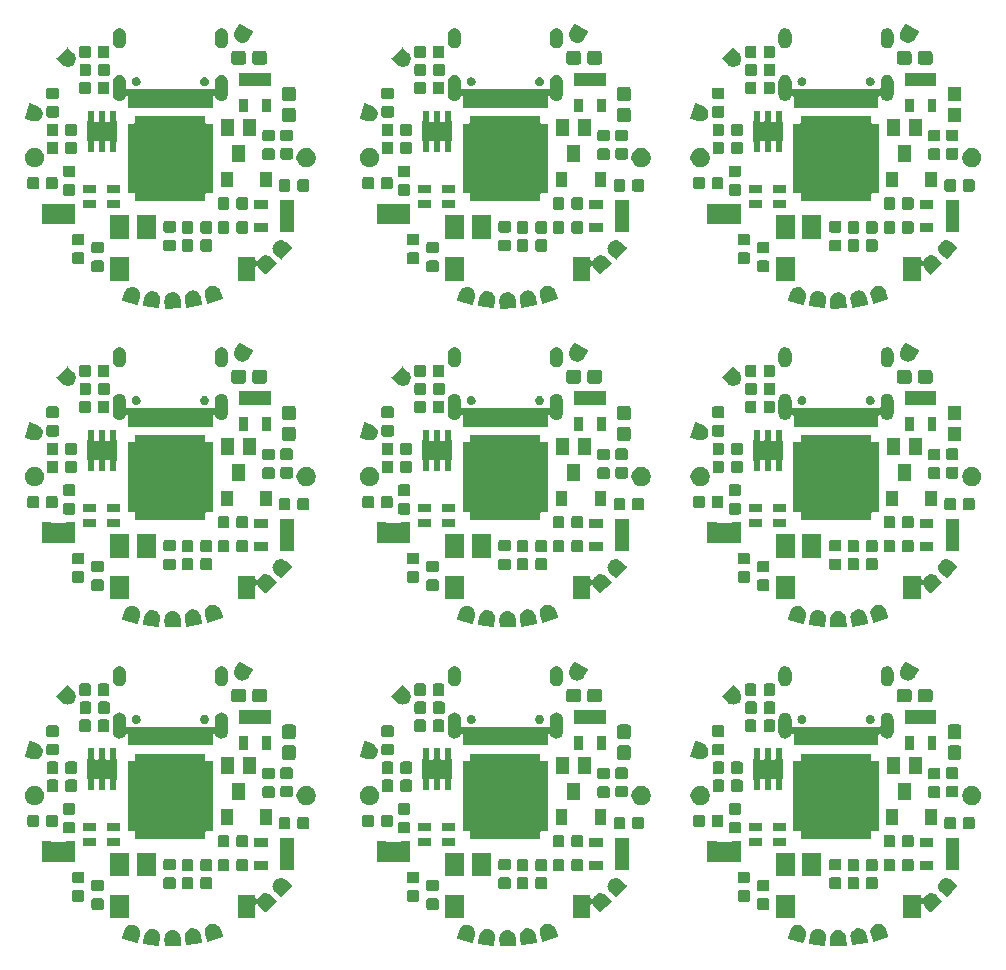
<source format=gts>
%MOIN*%
%OFA0B0*%
%FSLAX46Y46*%
%IPPOS*%
%LPD*%
%ADD10C,0.0039370078740157488*%
%ADD21C,0.0039370078740157488*%
%ADD22C,0.0039370078740157488*%
%ADD23C,0.0039370078740157488*%
%ADD24C,0.0039370078740157488*%
%ADD25C,0.0039370078740157488*%
%ADD26C,0.0039370078740157488*%
%ADD27C,0.0039370078740157488*%
%ADD28C,0.0039370078740157488*%
G01*
D10*
G36*
X0000511193Y0002988014D02*
X0000511390Y0002987998D01*
X0000511390Y0002987998D01*
X0000511632Y0002987978D01*
X0000515979Y0002987192D01*
X0000516213Y0002987126D01*
X0000516213Y0002987126D01*
X0000516406Y0002987071D01*
X0000516827Y0002986951D01*
X0000520937Y0002985332D01*
X0000521721Y0002984931D01*
X0000525436Y0002982541D01*
X0000526127Y0002981994D01*
X0000529305Y0002978925D01*
X0000529462Y0002978740D01*
X0000529494Y0002978703D01*
X0000529876Y0002978254D01*
X0000532394Y0002974624D01*
X0000532823Y0002973854D01*
X0000534584Y0002969803D01*
X0000534855Y0002968965D01*
X0000535792Y0002964648D01*
X0000535894Y0002963772D01*
X0000535911Y0002962787D01*
X0000535943Y0002962305D01*
X0000536057Y0002961324D01*
X0000536485Y0002936811D01*
X0000536433Y0002936175D01*
X0000536325Y0002935795D01*
X0000536145Y0002935443D01*
X0000535899Y0002935133D01*
X0000535631Y0002934905D01*
X0000535598Y0002934876D01*
X0000535252Y0002934684D01*
X0000534893Y0002934568D01*
X0000534876Y0002934562D01*
X0000534242Y0002934489D01*
X0000484733Y0002933625D01*
X0000484096Y0002933676D01*
X0000483716Y0002933784D01*
X0000483364Y0002933965D01*
X0000483364Y0002933965D01*
X0000483209Y0002934087D01*
X0000483054Y0002934210D01*
X0000482798Y0002934511D01*
X0000482702Y0002934684D01*
X0000482605Y0002934857D01*
X0000482484Y0002935233D01*
X0000482484Y0002935233D01*
X0000482410Y0002935867D01*
X0000481982Y0002960380D01*
X0000482062Y0002961364D01*
X0000482077Y0002961846D01*
X0000482060Y0002962832D01*
X0000482131Y0002963711D01*
X0000482917Y0002968058D01*
X0000483158Y0002968906D01*
X0000484777Y0002973016D01*
X0000485179Y0002973800D01*
X0000487568Y0002977515D01*
X0000488115Y0002978206D01*
X0000491184Y0002981384D01*
X0000491856Y0002981955D01*
X0000495485Y0002984473D01*
X0000496255Y0002984901D01*
X0000500306Y0002986663D01*
X0000500537Y0002986737D01*
X0000500537Y0002986737D01*
X0000500725Y0002986798D01*
X0000501145Y0002986933D01*
X0000505462Y0002987871D01*
X0000506337Y0002987972D01*
X0000510754Y0002988049D01*
X0000511193Y0002988014D01*
X0000511193Y0002988014D01*
G37*
G36*
X0000442575Y0002992060D02*
X0000446949Y0002991446D01*
X0000447805Y0002991238D01*
X0000451976Y0002989782D01*
X0000452775Y0002989411D01*
X0000456582Y0002987169D01*
X0000456778Y0002987026D01*
X0000456778Y0002987026D01*
X0000457097Y0002986793D01*
X0000457098Y0002986792D01*
X0000457294Y0002986649D01*
X0000460589Y0002983708D01*
X0000461186Y0002983059D01*
X0000463844Y0002979532D01*
X0000463971Y0002979324D01*
X0000463971Y0002979324D01*
X0000464146Y0002979037D01*
X0000464303Y0002978779D01*
X0000466223Y0002974800D01*
X0000466526Y0002973973D01*
X0000467632Y0002969696D01*
X0000467768Y0002968825D01*
X0000468018Y0002964415D01*
X0000467982Y0002963535D01*
X0000467844Y0002962559D01*
X0000467801Y0002962078D01*
X0000467760Y0002961092D01*
X0000464348Y0002936813D01*
X0000464226Y0002936311D01*
X0000464197Y0002936193D01*
X0000464047Y0002935867D01*
X0000464031Y0002935834D01*
X0000463798Y0002935514D01*
X0000463507Y0002935247D01*
X0000463507Y0002935247D01*
X0000463507Y0002935247D01*
X0000463169Y0002935041D01*
X0000463169Y0002935041D01*
X0000463169Y0002935041D01*
X0000462798Y0002934905D01*
X0000462407Y0002934844D01*
X0000462407Y0002934844D01*
X0000462323Y0002934847D01*
X0000461769Y0002934870D01*
X0000412734Y0002941761D01*
X0000412233Y0002941883D01*
X0000412114Y0002941912D01*
X0000411755Y0002942078D01*
X0000411436Y0002942311D01*
X0000411168Y0002942602D01*
X0000411168Y0002942602D01*
X0000411168Y0002942602D01*
X0000410962Y0002942940D01*
X0000410826Y0002943311D01*
X0000410765Y0002943702D01*
X0000410791Y0002944340D01*
X0000414203Y0002968618D01*
X0000414436Y0002969577D01*
X0000414526Y0002970051D01*
X0000414664Y0002971028D01*
X0000414871Y0002971884D01*
X0000416328Y0002976055D01*
X0000416698Y0002976854D01*
X0000418940Y0002980660D01*
X0000419083Y0002980856D01*
X0000419083Y0002980857D01*
X0000419317Y0002981176D01*
X0000419317Y0002981177D01*
X0000419460Y0002981373D01*
X0000422401Y0002984668D01*
X0000423050Y0002985265D01*
X0000426577Y0002987923D01*
X0000426785Y0002988050D01*
X0000426785Y0002988050D01*
X0000427123Y0002988256D01*
X0000427123Y0002988256D01*
X0000427330Y0002988382D01*
X0000431309Y0002990301D01*
X0000432136Y0002990604D01*
X0000436413Y0002991711D01*
X0000437284Y0002991847D01*
X0000441694Y0002992097D01*
X0000442575Y0002992060D01*
X0000442575Y0002992060D01*
G37*
G36*
X0000579779Y0002993908D02*
X0000580652Y0002993787D01*
X0000584947Y0002992756D01*
X0000585177Y0002992676D01*
X0000585177Y0002992676D01*
X0000585551Y0002992546D01*
X0000585551Y0002992546D01*
X0000585780Y0002992467D01*
X0000589792Y0002990618D01*
X0000590001Y0002990495D01*
X0000590001Y0002990495D01*
X0000590331Y0002990301D01*
X0000590552Y0002990172D01*
X0000594126Y0002987575D01*
X0000594784Y0002986990D01*
X0000597783Y0002983746D01*
X0000598315Y0002983043D01*
X0000600623Y0002979277D01*
X0000601008Y0002978484D01*
X0000602537Y0002974340D01*
X0000602598Y0002974105D01*
X0000602598Y0002974105D01*
X0000602632Y0002973973D01*
X0000602759Y0002973487D01*
X0000602913Y0002972513D01*
X0000603012Y0002972041D01*
X0000603262Y0002971086D01*
X0000607097Y0002946871D01*
X0000607134Y0002946233D01*
X0000607080Y0002945842D01*
X0000607080Y0002945842D01*
X0000606951Y0002945468D01*
X0000606751Y0002945127D01*
X0000606488Y0002944831D01*
X0000606234Y0002944639D01*
X0000606172Y0002944592D01*
X0000605817Y0002944420D01*
X0000605199Y0002944259D01*
X0000556292Y0002936512D01*
X0000555655Y0002936475D01*
X0000555263Y0002936529D01*
X0000555263Y0002936529D01*
X0000554889Y0002936659D01*
X0000554889Y0002936659D01*
X0000554548Y0002936859D01*
X0000554515Y0002936888D01*
X0000554252Y0002937121D01*
X0000554014Y0002937437D01*
X0000554014Y0002937437D01*
X0000553841Y0002937793D01*
X0000553680Y0002938410D01*
X0000549845Y0002962625D01*
X0000549786Y0002963610D01*
X0000549734Y0002964090D01*
X0000549580Y0002965064D01*
X0000549528Y0002965944D01*
X0000549702Y0002970358D01*
X0000549822Y0002971231D01*
X0000550854Y0002975526D01*
X0000551142Y0002976359D01*
X0000552992Y0002980370D01*
X0000553437Y0002981131D01*
X0000556034Y0002984705D01*
X0000556619Y0002985363D01*
X0000559863Y0002988362D01*
X0000560566Y0002988894D01*
X0000564332Y0002991202D01*
X0000564729Y0002991394D01*
X0000564907Y0002991481D01*
X0000564907Y0002991481D01*
X0000565125Y0002991587D01*
X0000569269Y0002993115D01*
X0000569505Y0002993177D01*
X0000569505Y0002993177D01*
X0000569887Y0002993277D01*
X0000570123Y0002993338D01*
X0000574485Y0002994029D01*
X0000575365Y0002994081D01*
X0000579779Y0002993908D01*
X0000579779Y0002993908D01*
G37*
G36*
X0000377980Y0003005313D02*
X0000378219Y0003005273D01*
X0000378220Y0003005273D01*
X0000378610Y0003005209D01*
X0000378610Y0003005209D01*
X0000378850Y0003005169D01*
X0000383116Y0003004026D01*
X0000383941Y0003003716D01*
X0000387903Y0003001762D01*
X0000388652Y0003001296D01*
X0000392156Y0002998607D01*
X0000392799Y0002998005D01*
X0000395712Y0002994683D01*
X0000396225Y0002993967D01*
X0000398434Y0002990142D01*
X0000398798Y0002989339D01*
X0000400217Y0002985156D01*
X0000400418Y0002984298D01*
X0000400994Y0002979918D01*
X0000401023Y0002979037D01*
X0000400734Y0002974630D01*
X0000400695Y0002974390D01*
X0000400695Y0002974390D01*
X0000400641Y0002974066D01*
X0000400590Y0002973759D01*
X0000400335Y0002972806D01*
X0000400233Y0002972334D01*
X0000400177Y0002971992D01*
X0000400177Y0002971992D01*
X0000400112Y0002971601D01*
X0000400112Y0002971601D01*
X0000400073Y0002971361D01*
X0000393727Y0002947680D01*
X0000393642Y0002947453D01*
X0000393502Y0002947083D01*
X0000393294Y0002946747D01*
X0000393023Y0002946458D01*
X0000392702Y0002946228D01*
X0000392522Y0002946146D01*
X0000392341Y0002946065D01*
X0000391956Y0002945975D01*
X0000391561Y0002945962D01*
X0000391561Y0002945962D01*
X0000391171Y0002946027D01*
X0000391170Y0002946027D01*
X0000390931Y0002946066D01*
X0000343102Y0002958882D01*
X0000342504Y0002959107D01*
X0000342504Y0002959107D01*
X0000342168Y0002959316D01*
X0000341880Y0002959586D01*
X0000341649Y0002959907D01*
X0000341568Y0002960088D01*
X0000341486Y0002960268D01*
X0000341396Y0002960653D01*
X0000341383Y0002961048D01*
X0000341390Y0002961092D01*
X0000341448Y0002961439D01*
X0000341448Y0002961439D01*
X0000341487Y0002961678D01*
X0000347833Y0002985359D01*
X0000348180Y0002986283D01*
X0000348328Y0002986743D01*
X0000348583Y0002987695D01*
X0000348894Y0002988520D01*
X0000350847Y0002992482D01*
X0000351313Y0002993230D01*
X0000354002Y0002996735D01*
X0000354604Y0002997378D01*
X0000357926Y0003000291D01*
X0000358642Y0003000804D01*
X0000362467Y0003003013D01*
X0000363271Y0003003377D01*
X0000367453Y0003004796D01*
X0000368311Y0003004996D01*
X0000372691Y0003005573D01*
X0000372934Y0003005581D01*
X0000372934Y0003005581D01*
X0000373206Y0003005590D01*
X0000373572Y0003005602D01*
X0000377980Y0003005313D01*
X0000377980Y0003005313D01*
G37*
G36*
X0000647794Y0003009179D02*
X0000648659Y0003009009D01*
X0000652889Y0003007736D01*
X0000653704Y0003007401D01*
X0000657604Y0003005327D01*
X0000658338Y0003004839D01*
X0000661759Y0003002044D01*
X0000662383Y0003001422D01*
X0000665193Y0002998014D01*
X0000665684Y0002997282D01*
X0000667775Y0002993391D01*
X0000668114Y0002992577D01*
X0000668402Y0002991634D01*
X0000668566Y0002991180D01*
X0000668946Y0002990269D01*
X0000676114Y0002966824D01*
X0000676162Y0002966586D01*
X0000676162Y0002966586D01*
X0000676240Y0002966198D01*
X0000676240Y0002965802D01*
X0000676164Y0002965414D01*
X0000676042Y0002965118D01*
X0000676014Y0002965048D01*
X0000675795Y0002964719D01*
X0000675516Y0002964439D01*
X0000675351Y0002964329D01*
X0000675187Y0002964218D01*
X0000675187Y0002964218D01*
X0000675187Y0002964218D01*
X0000674598Y0002963973D01*
X0000627245Y0002949495D01*
X0000626619Y0002949370D01*
X0000626224Y0002949369D01*
X0000626224Y0002949369D01*
X0000625835Y0002949445D01*
X0000625539Y0002949567D01*
X0000625470Y0002949596D01*
X0000625140Y0002949815D01*
X0000624860Y0002950094D01*
X0000624640Y0002950422D01*
X0000624394Y0002951011D01*
X0000617226Y0002974457D01*
X0000617031Y0002975424D01*
X0000616913Y0002975892D01*
X0000616625Y0002976835D01*
X0000616577Y0002977073D01*
X0000616577Y0002977073D01*
X0000616499Y0002977461D01*
X0000616451Y0002977699D01*
X0000616008Y0002982094D01*
X0000616006Y0002982976D01*
X0000616430Y0002987373D01*
X0000616600Y0002988237D01*
X0000617873Y0002992468D01*
X0000618208Y0002993283D01*
X0000620282Y0002997183D01*
X0000620770Y0002997917D01*
X0000623565Y0003001337D01*
X0000624187Y0003001962D01*
X0000627596Y0003004772D01*
X0000628327Y0003005263D01*
X0000632219Y0003007354D01*
X0000633032Y0003007693D01*
X0000637256Y0003008984D01*
X0000637494Y0003009032D01*
X0000637495Y0003009032D01*
X0000637882Y0003009110D01*
X0000637882Y0003009110D01*
X0000638121Y0003009158D01*
X0000642515Y0003009601D01*
X0000642758Y0003009601D01*
X0000642759Y0003009601D01*
X0000642951Y0003009602D01*
X0000643397Y0003009603D01*
X0000647794Y0003009179D01*
X0000647794Y0003009179D01*
G37*
G36*
X0000363818Y0003026787D02*
X0000300747Y0003026787D01*
X0000300747Y0003105606D01*
X0000363818Y0003105606D01*
X0000363818Y0003026787D01*
X0000363818Y0003026787D01*
G37*
G36*
X0000822630Y0003110863D02*
X0000822870Y0003110826D01*
X0000822870Y0003110826D01*
X0000823261Y0003110767D01*
X0000823261Y0003110767D01*
X0000823501Y0003110730D01*
X0000827783Y0003109643D01*
X0000828612Y0003109343D01*
X0000832599Y0003107442D01*
X0000833353Y0003106986D01*
X0000836892Y0003104343D01*
X0000837544Y0003103749D01*
X0000838203Y0003103017D01*
X0000838543Y0003102674D01*
X0000839273Y0003102008D01*
X0000855677Y0003083789D01*
X0000856056Y0003083275D01*
X0000856224Y0003082917D01*
X0000856224Y0003082917D01*
X0000856319Y0003082533D01*
X0000856337Y0003082138D01*
X0000856278Y0003081747D01*
X0000856143Y0003081375D01*
X0000855939Y0003081036D01*
X0000855672Y0003080744D01*
X0000855672Y0003080744D01*
X0000855508Y0003080565D01*
X0000818710Y0003047432D01*
X0000818196Y0003047053D01*
X0000817838Y0003046885D01*
X0000817454Y0003046790D01*
X0000817059Y0003046772D01*
X0000816668Y0003046832D01*
X0000816296Y0003046966D01*
X0000815958Y0003047170D01*
X0000815665Y0003047437D01*
X0000815665Y0003047437D01*
X0000815486Y0003047601D01*
X0000799081Y0003065820D01*
X0000798496Y0003066614D01*
X0000798191Y0003066989D01*
X0000797531Y0003067722D01*
X0000797008Y0003068431D01*
X0000794750Y0003072228D01*
X0000794455Y0003072856D01*
X0000793962Y0003073685D01*
X0000793316Y0003074402D01*
X0000792543Y0003074979D01*
X0000791673Y0003075395D01*
X0000790737Y0003075632D01*
X0000789774Y0003075683D01*
X0000788819Y0003075544D01*
X0000787910Y0003075222D01*
X0000787081Y0003074729D01*
X0000786364Y0003074083D01*
X0000785787Y0003073310D01*
X0000785371Y0003072440D01*
X0000785134Y0003071505D01*
X0000785078Y0003070767D01*
X0000785078Y0003026787D01*
X0000725944Y0003026787D01*
X0000725944Y0003105606D01*
X0000785078Y0003105606D01*
X0000785078Y0003097225D01*
X0000785173Y0003096265D01*
X0000785453Y0003095342D01*
X0000785908Y0003094491D01*
X0000786520Y0003093745D01*
X0000787265Y0003093133D01*
X0000788116Y0003092679D01*
X0000789039Y0003092399D01*
X0000789999Y0003092304D01*
X0000790960Y0003092399D01*
X0000791883Y0003092679D01*
X0000792734Y0003093133D01*
X0000793479Y0003093745D01*
X0000794091Y0003094491D01*
X0000794441Y0003095107D01*
X0000795667Y0003097677D01*
X0000796123Y0003098432D01*
X0000798766Y0003101971D01*
X0000799360Y0003102622D01*
X0000802643Y0003105578D01*
X0000802838Y0003105722D01*
X0000802838Y0003105722D01*
X0000803157Y0003105957D01*
X0000803352Y0003106101D01*
X0000807149Y0003108359D01*
X0000807369Y0003108462D01*
X0000807369Y0003108463D01*
X0000807727Y0003108630D01*
X0000807727Y0003108631D01*
X0000807947Y0003108734D01*
X0000812111Y0003110208D01*
X0000812346Y0003110266D01*
X0000812347Y0003110266D01*
X0000812731Y0003110361D01*
X0000812967Y0003110420D01*
X0000817338Y0003111053D01*
X0000818219Y0003111094D01*
X0000822630Y0003110863D01*
X0000822630Y0003110863D01*
G37*
G36*
X0000273960Y0003093658D02*
X0000275297Y0003093252D01*
X0000276530Y0003092593D01*
X0000277611Y0003091706D01*
X0000278498Y0003090625D01*
X0000279157Y0003089392D01*
X0000279563Y0003088054D01*
X0000279724Y0003086421D01*
X0000279724Y0003062751D01*
X0000279563Y0003061118D01*
X0000279157Y0003059780D01*
X0000278498Y0003058547D01*
X0000277611Y0003057466D01*
X0000276530Y0003056580D01*
X0000275297Y0003055920D01*
X0000273960Y0003055515D01*
X0000272327Y0003055354D01*
X0000245704Y0003055354D01*
X0000244071Y0003055515D01*
X0000242733Y0003055920D01*
X0000241500Y0003056580D01*
X0000240419Y0003057466D01*
X0000239532Y0003058547D01*
X0000238873Y0003059780D01*
X0000238467Y0003061118D01*
X0000238307Y0003062751D01*
X0000238307Y0003086421D01*
X0000238467Y0003088054D01*
X0000238873Y0003089392D01*
X0000239532Y0003090625D01*
X0000240419Y0003091706D01*
X0000241500Y0003092593D01*
X0000242733Y0003093252D01*
X0000244071Y0003093658D01*
X0000245704Y0003093818D01*
X0000272327Y0003093818D01*
X0000273960Y0003093658D01*
X0000273960Y0003093658D01*
G37*
G36*
X0000208960Y0003120665D02*
X0000210297Y0003120260D01*
X0000211530Y0003119601D01*
X0000212611Y0003118714D01*
X0000213498Y0003117633D01*
X0000214157Y0003116400D01*
X0000214563Y0003115062D01*
X0000214724Y0003113429D01*
X0000214724Y0003089759D01*
X0000214563Y0003088126D01*
X0000214157Y0003086788D01*
X0000213498Y0003085555D01*
X0000212611Y0003084474D01*
X0000211530Y0003083587D01*
X0000210297Y0003082928D01*
X0000208960Y0003082523D01*
X0000207327Y0003082362D01*
X0000180704Y0003082362D01*
X0000179071Y0003082523D01*
X0000177733Y0003082928D01*
X0000176500Y0003083587D01*
X0000175419Y0003084474D01*
X0000174532Y0003085555D01*
X0000173873Y0003086788D01*
X0000173467Y0003088126D01*
X0000173307Y0003089759D01*
X0000173307Y0003113429D01*
X0000173467Y0003115062D01*
X0000173873Y0003116400D01*
X0000174532Y0003117633D01*
X0000175419Y0003118714D01*
X0000176500Y0003119601D01*
X0000177733Y0003120260D01*
X0000179071Y0003120665D01*
X0000180704Y0003120826D01*
X0000207327Y0003120826D01*
X0000208960Y0003120665D01*
X0000208960Y0003120665D01*
G37*
G36*
X0000869112Y0003161102D02*
X0000869112Y0003161102D01*
X0000869325Y0003161100D01*
X0000869751Y0003161095D01*
X0000874141Y0003160615D01*
X0000875004Y0003160433D01*
X0000879217Y0003159105D01*
X0000879440Y0003159010D01*
X0000879440Y0003159009D01*
X0000879479Y0003158993D01*
X0000880028Y0003158759D01*
X0000883900Y0003156634D01*
X0000884101Y0003156497D01*
X0000884427Y0003156274D01*
X0000884427Y0003156273D01*
X0000884628Y0003156136D01*
X0000885383Y0003155503D01*
X0000885767Y0003155212D01*
X0000886582Y0003154654D01*
X0000905363Y0003138895D01*
X0000905626Y0003138626D01*
X0000905810Y0003138438D01*
X0000906026Y0003138107D01*
X0000906026Y0003138107D01*
X0000906173Y0003137740D01*
X0000906246Y0003137351D01*
X0000906242Y0003136956D01*
X0000906160Y0003136569D01*
X0000906005Y0003136205D01*
X0000905645Y0003135678D01*
X0000873816Y0003097746D01*
X0000873547Y0003097483D01*
X0000873360Y0003097300D01*
X0000873060Y0003097104D01*
X0000873028Y0003097084D01*
X0000872661Y0003096936D01*
X0000872273Y0003096863D01*
X0000872272Y0003096863D01*
X0000872035Y0003096866D01*
X0000871877Y0003096868D01*
X0000871490Y0003096949D01*
X0000871126Y0003097104D01*
X0000870599Y0003097465D01*
X0000851818Y0003113224D01*
X0000851618Y0003113429D01*
X0000851372Y0003113680D01*
X0000851372Y0003113680D01*
X0000851129Y0003113929D01*
X0000850774Y0003114257D01*
X0000850019Y0003114891D01*
X0000849849Y0003115065D01*
X0000849849Y0003115065D01*
X0000849572Y0003115347D01*
X0000849572Y0003115348D01*
X0000849402Y0003115521D01*
X0000846638Y0003118966D01*
X0000846156Y0003119704D01*
X0000844116Y0003123622D01*
X0000843917Y0003124117D01*
X0000843878Y0003124215D01*
X0000843878Y0003124215D01*
X0000843788Y0003124441D01*
X0000842552Y0003128681D01*
X0000842389Y0003129547D01*
X0000842004Y0003133948D01*
X0000842014Y0003134829D01*
X0000842495Y0003139220D01*
X0000842676Y0003140083D01*
X0000844004Y0003144296D01*
X0000844351Y0003145107D01*
X0000846475Y0003148979D01*
X0000846973Y0003149707D01*
X0000849812Y0003153090D01*
X0000849986Y0003153260D01*
X0000849986Y0003153260D01*
X0000850269Y0003153537D01*
X0000850269Y0003153537D01*
X0000850442Y0003153707D01*
X0000853887Y0003156472D01*
X0000854091Y0003156604D01*
X0000854091Y0003156605D01*
X0000854422Y0003156821D01*
X0000854422Y0003156821D01*
X0000854625Y0003156953D01*
X0000858544Y0003158993D01*
X0000858769Y0003159084D01*
X0000858769Y0003159084D01*
X0000859136Y0003159231D01*
X0000859136Y0003159231D01*
X0000859362Y0003159322D01*
X0000863602Y0003160558D01*
X0000863841Y0003160602D01*
X0000863841Y0003160602D01*
X0000864230Y0003160675D01*
X0000864469Y0003160720D01*
X0000868869Y0003161105D01*
X0000869112Y0003161102D01*
X0000869112Y0003161102D01*
G37*
G36*
X0000273960Y0003155665D02*
X0000275297Y0003155260D01*
X0000276530Y0003154601D01*
X0000277611Y0003153714D01*
X0000278498Y0003152633D01*
X0000279157Y0003151400D01*
X0000279563Y0003150062D01*
X0000279724Y0003148429D01*
X0000279724Y0003124759D01*
X0000279563Y0003123126D01*
X0000279157Y0003121788D01*
X0000278498Y0003120555D01*
X0000277611Y0003119474D01*
X0000276530Y0003118587D01*
X0000275297Y0003117928D01*
X0000273960Y0003117523D01*
X0000272327Y0003117362D01*
X0000245704Y0003117362D01*
X0000244071Y0003117523D01*
X0000242733Y0003117928D01*
X0000241500Y0003118587D01*
X0000240419Y0003119474D01*
X0000239532Y0003120555D01*
X0000238873Y0003121788D01*
X0000238467Y0003123126D01*
X0000238307Y0003124759D01*
X0000238307Y0003148429D01*
X0000238467Y0003150062D01*
X0000238873Y0003151400D01*
X0000239532Y0003152633D01*
X0000240419Y0003153714D01*
X0000241500Y0003154601D01*
X0000242733Y0003155260D01*
X0000244071Y0003155665D01*
X0000245704Y0003155826D01*
X0000272327Y0003155826D01*
X0000273960Y0003155665D01*
X0000273960Y0003155665D01*
G37*
G36*
X0000572483Y0003164642D02*
X0000573821Y0003164236D01*
X0000575054Y0003163577D01*
X0000576135Y0003162690D01*
X0000577022Y0003161609D01*
X0000577681Y0003160376D01*
X0000578087Y0003159039D01*
X0000578247Y0003157405D01*
X0000578247Y0003130783D01*
X0000578087Y0003129149D01*
X0000577681Y0003127812D01*
X0000577022Y0003126579D01*
X0000576135Y0003125498D01*
X0000575054Y0003124611D01*
X0000573821Y0003123952D01*
X0000572483Y0003123546D01*
X0000570850Y0003123385D01*
X0000547180Y0003123385D01*
X0000545547Y0003123546D01*
X0000544209Y0003123952D01*
X0000542976Y0003124611D01*
X0000541896Y0003125498D01*
X0000541009Y0003126579D01*
X0000540350Y0003127812D01*
X0000539944Y0003129149D01*
X0000539783Y0003130783D01*
X0000539783Y0003157405D01*
X0000539944Y0003159039D01*
X0000540350Y0003160376D01*
X0000541009Y0003161609D01*
X0000541896Y0003162690D01*
X0000542976Y0003163577D01*
X0000544209Y0003164236D01*
X0000545547Y0003164642D01*
X0000547180Y0003164803D01*
X0000570850Y0003164803D01*
X0000572483Y0003164642D01*
X0000572483Y0003164642D01*
G37*
G36*
X0000634491Y0003164642D02*
X0000635829Y0003164236D01*
X0000637062Y0003163577D01*
X0000638143Y0003162690D01*
X0000639030Y0003161609D01*
X0000639689Y0003160376D01*
X0000640095Y0003159039D01*
X0000640255Y0003157405D01*
X0000640255Y0003130783D01*
X0000640095Y0003129149D01*
X0000639689Y0003127812D01*
X0000639030Y0003126579D01*
X0000638143Y0003125498D01*
X0000637062Y0003124611D01*
X0000635829Y0003123952D01*
X0000634491Y0003123546D01*
X0000632858Y0003123385D01*
X0000609188Y0003123385D01*
X0000607555Y0003123546D01*
X0000606217Y0003123952D01*
X0000604984Y0003124611D01*
X0000603903Y0003125498D01*
X0000603017Y0003126579D01*
X0000602357Y0003127812D01*
X0000601952Y0003129149D01*
X0000601791Y0003130783D01*
X0000601791Y0003157405D01*
X0000601952Y0003159039D01*
X0000602357Y0003160376D01*
X0000603017Y0003161609D01*
X0000603903Y0003162690D01*
X0000604984Y0003163577D01*
X0000606217Y0003164236D01*
X0000607555Y0003164642D01*
X0000609188Y0003164803D01*
X0000632858Y0003164803D01*
X0000634491Y0003164642D01*
X0000634491Y0003164642D01*
G37*
G36*
X0000513960Y0003163165D02*
X0000515297Y0003162760D01*
X0000516530Y0003162101D01*
X0000517611Y0003161214D01*
X0000518498Y0003160133D01*
X0000519157Y0003158900D01*
X0000519563Y0003157562D01*
X0000519724Y0003155929D01*
X0000519724Y0003132259D01*
X0000519563Y0003130626D01*
X0000519157Y0003129288D01*
X0000518498Y0003128055D01*
X0000517611Y0003126974D01*
X0000516530Y0003126087D01*
X0000515297Y0003125428D01*
X0000513960Y0003125023D01*
X0000512327Y0003124862D01*
X0000485704Y0003124862D01*
X0000484071Y0003125023D01*
X0000482733Y0003125428D01*
X0000481500Y0003126087D01*
X0000480419Y0003126974D01*
X0000479532Y0003128055D01*
X0000478873Y0003129288D01*
X0000478467Y0003130626D01*
X0000478307Y0003132259D01*
X0000478307Y0003155929D01*
X0000478467Y0003157562D01*
X0000478873Y0003158900D01*
X0000479532Y0003160133D01*
X0000480419Y0003161214D01*
X0000481500Y0003162101D01*
X0000482733Y0003162760D01*
X0000484071Y0003163165D01*
X0000485704Y0003163326D01*
X0000512327Y0003163326D01*
X0000513960Y0003163165D01*
X0000513960Y0003163165D01*
G37*
G36*
X0000208960Y0003182673D02*
X0000210297Y0003182267D01*
X0000211530Y0003181608D01*
X0000212611Y0003180722D01*
X0000213498Y0003179641D01*
X0000214157Y0003178408D01*
X0000214563Y0003177070D01*
X0000214724Y0003175437D01*
X0000214724Y0003151767D01*
X0000214563Y0003150134D01*
X0000214157Y0003148796D01*
X0000213498Y0003147563D01*
X0000212611Y0003146482D01*
X0000211530Y0003145595D01*
X0000210297Y0003144936D01*
X0000208960Y0003144530D01*
X0000207327Y0003144370D01*
X0000180704Y0003144370D01*
X0000179071Y0003144530D01*
X0000177733Y0003144936D01*
X0000176500Y0003145595D01*
X0000175419Y0003146482D01*
X0000174532Y0003147563D01*
X0000173873Y0003148796D01*
X0000173467Y0003150134D01*
X0000173307Y0003151767D01*
X0000173307Y0003175437D01*
X0000173467Y0003177070D01*
X0000173873Y0003178408D01*
X0000174532Y0003179641D01*
X0000175419Y0003180722D01*
X0000176500Y0003181608D01*
X0000177733Y0003182267D01*
X0000179071Y0003182673D01*
X0000180704Y0003182834D01*
X0000207327Y0003182834D01*
X0000208960Y0003182673D01*
X0000208960Y0003182673D01*
G37*
G36*
X0000452401Y0003166551D02*
X0000389330Y0003166551D01*
X0000389330Y0003245370D01*
X0000452401Y0003245370D01*
X0000452401Y0003166551D01*
X0000452401Y0003166551D01*
G37*
G36*
X0000363818Y0003166551D02*
X0000300747Y0003166551D01*
X0000300747Y0003245370D01*
X0000363818Y0003245370D01*
X0000363818Y0003166551D01*
X0000363818Y0003166551D01*
G37*
G36*
X0000634491Y0003224642D02*
X0000635829Y0003224236D01*
X0000637062Y0003223577D01*
X0000638143Y0003222690D01*
X0000639030Y0003221609D01*
X0000639689Y0003220376D01*
X0000640095Y0003219039D01*
X0000640255Y0003217405D01*
X0000640255Y0003190783D01*
X0000640095Y0003189149D01*
X0000639689Y0003187812D01*
X0000639030Y0003186579D01*
X0000638143Y0003185498D01*
X0000637062Y0003184611D01*
X0000635829Y0003183952D01*
X0000634491Y0003183546D01*
X0000632858Y0003183385D01*
X0000609188Y0003183385D01*
X0000607555Y0003183546D01*
X0000606217Y0003183952D01*
X0000604984Y0003184611D01*
X0000603903Y0003185498D01*
X0000603017Y0003186579D01*
X0000602357Y0003187812D01*
X0000601952Y0003189149D01*
X0000601791Y0003190783D01*
X0000601791Y0003217405D01*
X0000601952Y0003219039D01*
X0000602357Y0003220376D01*
X0000603017Y0003221609D01*
X0000603903Y0003222690D01*
X0000604984Y0003223577D01*
X0000606217Y0003224236D01*
X0000607555Y0003224642D01*
X0000609188Y0003224803D01*
X0000632858Y0003224803D01*
X0000634491Y0003224642D01*
X0000634491Y0003224642D01*
G37*
G36*
X0000754491Y0003224642D02*
X0000755829Y0003224236D01*
X0000757062Y0003223577D01*
X0000758143Y0003222690D01*
X0000759030Y0003221609D01*
X0000759689Y0003220376D01*
X0000760095Y0003219039D01*
X0000760255Y0003217405D01*
X0000760255Y0003190783D01*
X0000760095Y0003189149D01*
X0000759689Y0003187812D01*
X0000759030Y0003186579D01*
X0000758143Y0003185498D01*
X0000757062Y0003184611D01*
X0000755829Y0003183952D01*
X0000754491Y0003183546D01*
X0000752858Y0003183385D01*
X0000729188Y0003183385D01*
X0000727555Y0003183546D01*
X0000726217Y0003183952D01*
X0000724984Y0003184611D01*
X0000723903Y0003185498D01*
X0000723017Y0003186579D01*
X0000722357Y0003187812D01*
X0000721952Y0003189149D01*
X0000721791Y0003190783D01*
X0000721791Y0003217405D01*
X0000721952Y0003219039D01*
X0000722357Y0003220376D01*
X0000723017Y0003221609D01*
X0000723903Y0003222690D01*
X0000724984Y0003223577D01*
X0000726217Y0003224236D01*
X0000727555Y0003224642D01*
X0000729188Y0003224803D01*
X0000752858Y0003224803D01*
X0000754491Y0003224642D01*
X0000754491Y0003224642D01*
G37*
G36*
X0000692483Y0003224642D02*
X0000693821Y0003224236D01*
X0000695054Y0003223577D01*
X0000696135Y0003222690D01*
X0000697022Y0003221609D01*
X0000697681Y0003220376D01*
X0000698087Y0003219039D01*
X0000698247Y0003217405D01*
X0000698247Y0003190783D01*
X0000698087Y0003189149D01*
X0000697681Y0003187812D01*
X0000697022Y0003186579D01*
X0000696135Y0003185498D01*
X0000695054Y0003184611D01*
X0000693821Y0003183952D01*
X0000692483Y0003183546D01*
X0000690850Y0003183385D01*
X0000667180Y0003183385D01*
X0000665547Y0003183546D01*
X0000664209Y0003183952D01*
X0000662976Y0003184611D01*
X0000661896Y0003185498D01*
X0000661009Y0003186579D01*
X0000660350Y0003187812D01*
X0000659944Y0003189149D01*
X0000659783Y0003190783D01*
X0000659783Y0003217405D01*
X0000659944Y0003219039D01*
X0000660350Y0003220376D01*
X0000661009Y0003221609D01*
X0000661896Y0003222690D01*
X0000662976Y0003223577D01*
X0000664209Y0003224236D01*
X0000665547Y0003224642D01*
X0000667180Y0003224803D01*
X0000690850Y0003224803D01*
X0000692483Y0003224642D01*
X0000692483Y0003224642D01*
G37*
G36*
X0000572483Y0003224642D02*
X0000573821Y0003224236D01*
X0000575054Y0003223577D01*
X0000576135Y0003222690D01*
X0000577022Y0003221609D01*
X0000577681Y0003220376D01*
X0000578087Y0003219039D01*
X0000578247Y0003217405D01*
X0000578247Y0003190783D01*
X0000578087Y0003189149D01*
X0000577681Y0003187812D01*
X0000577022Y0003186579D01*
X0000576135Y0003185498D01*
X0000575054Y0003184611D01*
X0000573821Y0003183952D01*
X0000572483Y0003183546D01*
X0000570850Y0003183385D01*
X0000547180Y0003183385D01*
X0000545547Y0003183546D01*
X0000544209Y0003183952D01*
X0000542976Y0003184611D01*
X0000541896Y0003185498D01*
X0000541009Y0003186579D01*
X0000540350Y0003187812D01*
X0000539944Y0003189149D01*
X0000539783Y0003190783D01*
X0000539783Y0003217405D01*
X0000539944Y0003219039D01*
X0000540350Y0003220376D01*
X0000541009Y0003221609D01*
X0000541896Y0003222690D01*
X0000542976Y0003223577D01*
X0000544209Y0003224236D01*
X0000545547Y0003224642D01*
X0000547180Y0003224803D01*
X0000570850Y0003224803D01*
X0000572483Y0003224642D01*
X0000572483Y0003224642D01*
G37*
G36*
X0000513960Y0003225173D02*
X0000515297Y0003224767D01*
X0000516530Y0003224108D01*
X0000517611Y0003223222D01*
X0000518498Y0003222141D01*
X0000519157Y0003220908D01*
X0000519563Y0003219570D01*
X0000519724Y0003217937D01*
X0000519724Y0003194267D01*
X0000519563Y0003192634D01*
X0000519157Y0003191296D01*
X0000518498Y0003190063D01*
X0000517611Y0003188982D01*
X0000516530Y0003188095D01*
X0000515297Y0003187436D01*
X0000513960Y0003187030D01*
X0000512327Y0003186870D01*
X0000485704Y0003186870D01*
X0000484071Y0003187030D01*
X0000482733Y0003187436D01*
X0000481500Y0003188095D01*
X0000480419Y0003188982D01*
X0000479532Y0003190063D01*
X0000478873Y0003191296D01*
X0000478467Y0003192634D01*
X0000478307Y0003194267D01*
X0000478307Y0003217937D01*
X0000478467Y0003219570D01*
X0000478873Y0003220908D01*
X0000479532Y0003222141D01*
X0000480419Y0003223222D01*
X0000481500Y0003224108D01*
X0000482733Y0003224767D01*
X0000484071Y0003225173D01*
X0000485704Y0003225334D01*
X0000512327Y0003225334D01*
X0000513960Y0003225173D01*
X0000513960Y0003225173D01*
G37*
G36*
X0000826082Y0003189389D02*
X0000780334Y0003189389D01*
X0000780334Y0003218996D01*
X0000826082Y0003218996D01*
X0000826082Y0003189389D01*
X0000826082Y0003189389D01*
G37*
G36*
X0000912696Y0003189389D02*
X0000866948Y0003189389D01*
X0000866948Y0003293799D01*
X0000912696Y0003293799D01*
X0000912696Y0003189389D01*
X0000912696Y0003189389D01*
G37*
G36*
X0000104667Y0003283427D02*
X0000105518Y0003282973D01*
X0000106441Y0003282692D01*
X0000107401Y0003282598D01*
X0000150629Y0003282598D01*
X0000151589Y0003282692D01*
X0000152513Y0003282973D01*
X0000153363Y0003283427D01*
X0000153552Y0003283582D01*
X0000185157Y0003283582D01*
X0000185157Y0003214606D01*
X0000153552Y0003214606D01*
X0000153363Y0003214761D01*
X0000152513Y0003215215D01*
X0000151589Y0003215495D01*
X0000150629Y0003215590D01*
X0000107401Y0003215590D01*
X0000106441Y0003215495D01*
X0000105518Y0003215215D01*
X0000104667Y0003214761D01*
X0000104478Y0003214606D01*
X0000072873Y0003214606D01*
X0000072873Y0003283582D01*
X0000104478Y0003283582D01*
X0000104667Y0003283427D01*
X0000104667Y0003283427D01*
G37*
G36*
X0000754491Y0003304642D02*
X0000755829Y0003304236D01*
X0000757062Y0003303577D01*
X0000758143Y0003302690D01*
X0000759030Y0003301609D01*
X0000759689Y0003300376D01*
X0000760095Y0003299039D01*
X0000760255Y0003297405D01*
X0000760255Y0003270783D01*
X0000760095Y0003269149D01*
X0000759689Y0003267812D01*
X0000759030Y0003266579D01*
X0000758143Y0003265498D01*
X0000757062Y0003264611D01*
X0000755829Y0003263952D01*
X0000754491Y0003263546D01*
X0000752858Y0003263385D01*
X0000729188Y0003263385D01*
X0000727555Y0003263546D01*
X0000726217Y0003263952D01*
X0000724984Y0003264611D01*
X0000723903Y0003265498D01*
X0000723017Y0003266579D01*
X0000722357Y0003267812D01*
X0000721952Y0003269149D01*
X0000721791Y0003270783D01*
X0000721791Y0003297405D01*
X0000721952Y0003299039D01*
X0000722357Y0003300376D01*
X0000723017Y0003301609D01*
X0000723903Y0003302690D01*
X0000724984Y0003303577D01*
X0000726217Y0003304236D01*
X0000727555Y0003304642D01*
X0000729188Y0003304803D01*
X0000752858Y0003304803D01*
X0000754491Y0003304642D01*
X0000754491Y0003304642D01*
G37*
G36*
X0000692483Y0003304642D02*
X0000693821Y0003304236D01*
X0000695054Y0003303577D01*
X0000696135Y0003302690D01*
X0000697022Y0003301609D01*
X0000697681Y0003300376D01*
X0000698087Y0003299039D01*
X0000698247Y0003297405D01*
X0000698247Y0003270783D01*
X0000698087Y0003269149D01*
X0000697681Y0003267812D01*
X0000697022Y0003266579D01*
X0000696135Y0003265498D01*
X0000695054Y0003264611D01*
X0000693821Y0003263952D01*
X0000692483Y0003263546D01*
X0000690850Y0003263385D01*
X0000667180Y0003263385D01*
X0000665547Y0003263546D01*
X0000664209Y0003263952D01*
X0000662976Y0003264611D01*
X0000661896Y0003265498D01*
X0000661009Y0003266579D01*
X0000660350Y0003267812D01*
X0000659944Y0003269149D01*
X0000659783Y0003270783D01*
X0000659783Y0003297405D01*
X0000659944Y0003299039D01*
X0000660350Y0003300376D01*
X0000661009Y0003301609D01*
X0000661896Y0003302690D01*
X0000662976Y0003303577D01*
X0000664209Y0003304236D01*
X0000665547Y0003304642D01*
X0000667180Y0003304803D01*
X0000690850Y0003304803D01*
X0000692483Y0003304642D01*
X0000692483Y0003304642D01*
G37*
G36*
X0000826082Y0003264192D02*
X0000780334Y0003264192D01*
X0000780334Y0003293799D01*
X0000826082Y0003293799D01*
X0000826082Y0003264192D01*
X0000826082Y0003264192D01*
G37*
G36*
X0000255338Y0003267185D02*
X0000211952Y0003267185D01*
X0000211952Y0003294822D01*
X0000255338Y0003294822D01*
X0000255338Y0003267185D01*
X0000255338Y0003267185D01*
G37*
G36*
X0000334078Y0003267185D02*
X0000290692Y0003267185D01*
X0000290692Y0003294822D01*
X0000334078Y0003294822D01*
X0000334078Y0003267185D01*
X0000334078Y0003267185D01*
G37*
G36*
X0000617696Y0003555196D02*
X0000617791Y0003554236D01*
X0000618071Y0003553313D01*
X0000618526Y0003552462D01*
X0000619138Y0003551717D01*
X0000619883Y0003551104D01*
X0000620734Y0003550650D01*
X0000621657Y0003550370D01*
X0000622618Y0003550275D01*
X0000643287Y0003550275D01*
X0000643287Y0003317913D01*
X0000622618Y0003317913D01*
X0000621657Y0003317818D01*
X0000620734Y0003317538D01*
X0000619883Y0003317084D01*
X0000619138Y0003316471D01*
X0000618526Y0003315726D01*
X0000618071Y0003314875D01*
X0000617791Y0003313952D01*
X0000617696Y0003312992D01*
X0000617696Y0003292322D01*
X0000385334Y0003292322D01*
X0000385334Y0003312992D01*
X0000385240Y0003313952D01*
X0000384960Y0003314875D01*
X0000384505Y0003315726D01*
X0000383893Y0003316471D01*
X0000383147Y0003317084D01*
X0000382296Y0003317538D01*
X0000381373Y0003317818D01*
X0000380413Y0003317913D01*
X0000359744Y0003317913D01*
X0000359744Y0003550275D01*
X0000380413Y0003550275D01*
X0000381373Y0003550370D01*
X0000382296Y0003550650D01*
X0000383147Y0003551104D01*
X0000383893Y0003551717D01*
X0000384505Y0003552462D01*
X0000384960Y0003553313D01*
X0000385240Y0003554236D01*
X0000385334Y0003555196D01*
X0000385334Y0003575866D01*
X0000617696Y0003575866D01*
X0000617696Y0003555196D01*
X0000617696Y0003555196D01*
G37*
G36*
X0000178960Y0003348165D02*
X0000180297Y0003347760D01*
X0000181530Y0003347101D01*
X0000182611Y0003346214D01*
X0000183498Y0003345133D01*
X0000184157Y0003343900D01*
X0000184563Y0003342562D01*
X0000184724Y0003340929D01*
X0000184724Y0003317259D01*
X0000184563Y0003315626D01*
X0000184157Y0003314288D01*
X0000183498Y0003313055D01*
X0000182611Y0003311974D01*
X0000181530Y0003311087D01*
X0000180297Y0003310428D01*
X0000178960Y0003310023D01*
X0000177327Y0003309862D01*
X0000150704Y0003309862D01*
X0000149071Y0003310023D01*
X0000147733Y0003310428D01*
X0000146500Y0003311087D01*
X0000145419Y0003311974D01*
X0000144532Y0003313055D01*
X0000143873Y0003314288D01*
X0000143467Y0003315626D01*
X0000143307Y0003317259D01*
X0000143307Y0003340929D01*
X0000143467Y0003342562D01*
X0000143873Y0003343900D01*
X0000144532Y0003345133D01*
X0000145419Y0003346214D01*
X0000146500Y0003347101D01*
X0000147733Y0003347760D01*
X0000149071Y0003348165D01*
X0000150704Y0003348326D01*
X0000177327Y0003348326D01*
X0000178960Y0003348165D01*
X0000178960Y0003348165D01*
G37*
G36*
X0000334078Y0003318366D02*
X0000290692Y0003318366D01*
X0000290692Y0003346003D01*
X0000334078Y0003346003D01*
X0000334078Y0003318366D01*
X0000334078Y0003318366D01*
G37*
G36*
X0000255338Y0003318366D02*
X0000211952Y0003318366D01*
X0000211952Y0003346003D01*
X0000255338Y0003346003D01*
X0000255338Y0003318366D01*
X0000255338Y0003318366D01*
G37*
G36*
X0000895475Y0003364642D02*
X0000896813Y0003364236D01*
X0000898046Y0003363577D01*
X0000899127Y0003362690D01*
X0000900014Y0003361609D01*
X0000900673Y0003360376D01*
X0000901079Y0003359039D01*
X0000901240Y0003357405D01*
X0000901240Y0003330783D01*
X0000901079Y0003329149D01*
X0000900673Y0003327812D01*
X0000900014Y0003326579D01*
X0000899127Y0003325498D01*
X0000898046Y0003324611D01*
X0000896813Y0003323952D01*
X0000895475Y0003323546D01*
X0000893842Y0003323385D01*
X0000870172Y0003323385D01*
X0000868539Y0003323546D01*
X0000867201Y0003323952D01*
X0000865968Y0003324611D01*
X0000864888Y0003325498D01*
X0000864001Y0003326579D01*
X0000863342Y0003327812D01*
X0000862936Y0003329149D01*
X0000862775Y0003330783D01*
X0000862775Y0003357405D01*
X0000862936Y0003359039D01*
X0000863342Y0003360376D01*
X0000864001Y0003361609D01*
X0000864888Y0003362690D01*
X0000865968Y0003363577D01*
X0000867201Y0003364236D01*
X0000868539Y0003364642D01*
X0000870172Y0003364803D01*
X0000893842Y0003364803D01*
X0000895475Y0003364642D01*
X0000895475Y0003364642D01*
G37*
G36*
X0000957483Y0003364642D02*
X0000958821Y0003364236D01*
X0000960054Y0003363577D01*
X0000961135Y0003362690D01*
X0000962022Y0003361609D01*
X0000962681Y0003360376D01*
X0000963087Y0003359039D01*
X0000963247Y0003357405D01*
X0000963247Y0003330783D01*
X0000963087Y0003329149D01*
X0000962681Y0003327812D01*
X0000962022Y0003326579D01*
X0000961135Y0003325498D01*
X0000960054Y0003324611D01*
X0000958821Y0003323952D01*
X0000957483Y0003323546D01*
X0000955850Y0003323385D01*
X0000932180Y0003323385D01*
X0000930547Y0003323546D01*
X0000929209Y0003323952D01*
X0000927976Y0003324611D01*
X0000926896Y0003325498D01*
X0000926009Y0003326579D01*
X0000925350Y0003327812D01*
X0000924944Y0003329149D01*
X0000924783Y0003330783D01*
X0000924783Y0003357405D01*
X0000924944Y0003359039D01*
X0000925350Y0003360376D01*
X0000926009Y0003361609D01*
X0000926896Y0003362690D01*
X0000927976Y0003363577D01*
X0000929209Y0003364236D01*
X0000930547Y0003364642D01*
X0000932180Y0003364803D01*
X0000955850Y0003364803D01*
X0000957483Y0003364642D01*
X0000957483Y0003364642D01*
G37*
G36*
X0000119983Y0003372142D02*
X0000121321Y0003371736D01*
X0000122554Y0003371077D01*
X0000123635Y0003370190D01*
X0000124522Y0003369109D01*
X0000125181Y0003367876D01*
X0000125587Y0003366539D01*
X0000125747Y0003364905D01*
X0000125747Y0003338283D01*
X0000125587Y0003336649D01*
X0000125181Y0003335312D01*
X0000124522Y0003334079D01*
X0000123635Y0003332998D01*
X0000122554Y0003332111D01*
X0000121321Y0003331452D01*
X0000119983Y0003331046D01*
X0000118350Y0003330885D01*
X0000094680Y0003330885D01*
X0000093047Y0003331046D01*
X0000091709Y0003331452D01*
X0000090476Y0003332111D01*
X0000089396Y0003332998D01*
X0000088509Y0003334079D01*
X0000087850Y0003335312D01*
X0000087444Y0003336649D01*
X0000087283Y0003338283D01*
X0000087283Y0003364905D01*
X0000087444Y0003366539D01*
X0000087850Y0003367876D01*
X0000088509Y0003369109D01*
X0000089396Y0003370190D01*
X0000090476Y0003371077D01*
X0000091709Y0003371736D01*
X0000093047Y0003372142D01*
X0000094680Y0003372303D01*
X0000118350Y0003372303D01*
X0000119983Y0003372142D01*
X0000119983Y0003372142D01*
G37*
G36*
X0000057975Y0003372142D02*
X0000059313Y0003371736D01*
X0000060546Y0003371077D01*
X0000061627Y0003370190D01*
X0000062514Y0003369109D01*
X0000063173Y0003367876D01*
X0000063579Y0003366539D01*
X0000063740Y0003364905D01*
X0000063740Y0003338283D01*
X0000063579Y0003336649D01*
X0000063173Y0003335312D01*
X0000062514Y0003334079D01*
X0000061627Y0003332998D01*
X0000060546Y0003332111D01*
X0000059313Y0003331452D01*
X0000057975Y0003331046D01*
X0000056342Y0003330885D01*
X0000032672Y0003330885D01*
X0000031039Y0003331046D01*
X0000029701Y0003331452D01*
X0000028468Y0003332111D01*
X0000027388Y0003332998D01*
X0000026501Y0003334079D01*
X0000025842Y0003335312D01*
X0000025436Y0003336649D01*
X0000025275Y0003338283D01*
X0000025275Y0003364905D01*
X0000025436Y0003366539D01*
X0000025842Y0003367876D01*
X0000026501Y0003369109D01*
X0000027388Y0003370190D01*
X0000028468Y0003371077D01*
X0000029701Y0003371736D01*
X0000031039Y0003372142D01*
X0000032672Y0003372303D01*
X0000056342Y0003372303D01*
X0000057975Y0003372142D01*
X0000057975Y0003372142D01*
G37*
G36*
X0000838700Y0003338464D02*
X0000799251Y0003338464D01*
X0000799251Y0003389724D01*
X0000838700Y0003389724D01*
X0000838700Y0003338464D01*
X0000838700Y0003338464D01*
G37*
G36*
X0000708779Y0003338464D02*
X0000669330Y0003338464D01*
X0000669330Y0003389724D01*
X0000708779Y0003389724D01*
X0000708779Y0003338464D01*
X0000708779Y0003338464D01*
G37*
G36*
X0000178960Y0003410173D02*
X0000180297Y0003409767D01*
X0000181530Y0003409108D01*
X0000182611Y0003408222D01*
X0000183498Y0003407141D01*
X0000184157Y0003405908D01*
X0000184563Y0003404570D01*
X0000184724Y0003402937D01*
X0000184724Y0003379267D01*
X0000184563Y0003377634D01*
X0000184157Y0003376296D01*
X0000183498Y0003375063D01*
X0000182611Y0003373982D01*
X0000181530Y0003373095D01*
X0000180297Y0003372436D01*
X0000178960Y0003372030D01*
X0000177327Y0003371870D01*
X0000150704Y0003371870D01*
X0000149071Y0003372030D01*
X0000147733Y0003372436D01*
X0000146500Y0003373095D01*
X0000145419Y0003373982D01*
X0000144532Y0003375063D01*
X0000143873Y0003376296D01*
X0000143467Y0003377634D01*
X0000143307Y0003379267D01*
X0000143307Y0003402937D01*
X0000143467Y0003404570D01*
X0000143873Y0003405908D01*
X0000144532Y0003407141D01*
X0000145419Y0003408222D01*
X0000146500Y0003409108D01*
X0000147733Y0003409767D01*
X0000149071Y0003410173D01*
X0000150704Y0003410334D01*
X0000177327Y0003410334D01*
X0000178960Y0003410173D01*
X0000178960Y0003410173D01*
G37*
G36*
X0000057781Y0003467372D02*
X0000063606Y0003464959D01*
X0000064284Y0003464506D01*
X0000068848Y0003461456D01*
X0000073307Y0003456998D01*
X0000074168Y0003455708D01*
X0000076746Y0003451850D01*
X0000076809Y0003451755D01*
X0000077039Y0003451202D01*
X0000079222Y0003445930D01*
X0000080452Y0003439747D01*
X0000080452Y0003433441D01*
X0000079222Y0003427258D01*
X0000076809Y0003421432D01*
X0000073306Y0003416190D01*
X0000068848Y0003411732D01*
X0000063606Y0003408229D01*
X0000057781Y0003405816D01*
X0000051597Y0003404586D01*
X0000045292Y0003404586D01*
X0000039108Y0003405816D01*
X0000033283Y0003408229D01*
X0000028040Y0003411732D01*
X0000023582Y0003416190D01*
X0000020079Y0003421432D01*
X0000017666Y0003427258D01*
X0000016436Y0003433441D01*
X0000016436Y0003439747D01*
X0000017666Y0003445930D01*
X0000019850Y0003451202D01*
X0000020079Y0003451755D01*
X0000020142Y0003451850D01*
X0000022720Y0003455708D01*
X0000023582Y0003456998D01*
X0000028041Y0003461456D01*
X0000032605Y0003464506D01*
X0000033283Y0003464959D01*
X0000039108Y0003467372D01*
X0000045292Y0003468602D01*
X0000051597Y0003468602D01*
X0000057781Y0003467372D01*
X0000057781Y0003467372D01*
G37*
G36*
X0000963292Y0003467372D02*
X0000969118Y0003464959D01*
X0000969796Y0003464506D01*
X0000974360Y0003461456D01*
X0000978818Y0003456998D01*
X0000979680Y0003455708D01*
X0000982258Y0003451850D01*
X0000982321Y0003451755D01*
X0000982550Y0003451202D01*
X0000984734Y0003445930D01*
X0000985964Y0003439747D01*
X0000985964Y0003433441D01*
X0000984734Y0003427258D01*
X0000982321Y0003421432D01*
X0000978818Y0003416190D01*
X0000974360Y0003411732D01*
X0000969118Y0003408229D01*
X0000963292Y0003405816D01*
X0000957109Y0003404586D01*
X0000950804Y0003404586D01*
X0000944620Y0003405816D01*
X0000938795Y0003408229D01*
X0000933552Y0003411732D01*
X0000929094Y0003416190D01*
X0000925591Y0003421432D01*
X0000923178Y0003427258D01*
X0000921948Y0003433441D01*
X0000921948Y0003439747D01*
X0000923178Y0003445930D01*
X0000925362Y0003451202D01*
X0000925591Y0003451755D01*
X0000925654Y0003451850D01*
X0000928232Y0003455708D01*
X0000929094Y0003456998D01*
X0000933552Y0003461456D01*
X0000938117Y0003464506D01*
X0000938795Y0003464959D01*
X0000944620Y0003467372D01*
X0000950804Y0003468602D01*
X0000957109Y0003468602D01*
X0000963292Y0003467372D01*
X0000963292Y0003467372D01*
G37*
G36*
X0000750807Y0003420413D02*
X0000707421Y0003420413D01*
X0000707421Y0003479547D01*
X0000750807Y0003479547D01*
X0000750807Y0003420413D01*
X0000750807Y0003420413D01*
G37*
G36*
X0000843960Y0003467162D02*
X0000845297Y0003466756D01*
X0000846530Y0003466097D01*
X0000847611Y0003465210D01*
X0000848498Y0003464129D01*
X0000849157Y0003462896D01*
X0000849563Y0003461558D01*
X0000849724Y0003459925D01*
X0000849724Y0003436255D01*
X0000849563Y0003434622D01*
X0000849157Y0003433284D01*
X0000848498Y0003432051D01*
X0000847611Y0003430970D01*
X0000846530Y0003430083D01*
X0000845297Y0003429424D01*
X0000843960Y0003429019D01*
X0000842327Y0003428858D01*
X0000815704Y0003428858D01*
X0000814071Y0003429019D01*
X0000812733Y0003429424D01*
X0000811500Y0003430083D01*
X0000810419Y0003430970D01*
X0000809532Y0003432051D01*
X0000808873Y0003433284D01*
X0000808467Y0003434622D01*
X0000808307Y0003436255D01*
X0000808307Y0003459925D01*
X0000808467Y0003461558D01*
X0000808873Y0003462896D01*
X0000809532Y0003464129D01*
X0000810419Y0003465210D01*
X0000811500Y0003466097D01*
X0000812733Y0003466756D01*
X0000814071Y0003467162D01*
X0000815704Y0003467322D01*
X0000842327Y0003467322D01*
X0000843960Y0003467162D01*
X0000843960Y0003467162D01*
G37*
G36*
X0000903960Y0003468165D02*
X0000905297Y0003467760D01*
X0000906530Y0003467101D01*
X0000907611Y0003466214D01*
X0000908498Y0003465133D01*
X0000909157Y0003463900D01*
X0000909563Y0003462562D01*
X0000909724Y0003460929D01*
X0000909724Y0003437259D01*
X0000909563Y0003435626D01*
X0000909157Y0003434288D01*
X0000908498Y0003433055D01*
X0000907611Y0003431974D01*
X0000906530Y0003431087D01*
X0000905297Y0003430428D01*
X0000903960Y0003430023D01*
X0000902327Y0003429862D01*
X0000875704Y0003429862D01*
X0000874071Y0003430023D01*
X0000872733Y0003430428D01*
X0000871500Y0003431087D01*
X0000870419Y0003431974D01*
X0000869532Y0003433055D01*
X0000868873Y0003434288D01*
X0000868467Y0003435626D01*
X0000868307Y0003437259D01*
X0000868307Y0003460929D01*
X0000868467Y0003462562D01*
X0000868873Y0003463900D01*
X0000869532Y0003465133D01*
X0000870419Y0003466214D01*
X0000871500Y0003467101D01*
X0000872733Y0003467760D01*
X0000874071Y0003468165D01*
X0000875704Y0003468326D01*
X0000902327Y0003468326D01*
X0000903960Y0003468165D01*
X0000903960Y0003468165D01*
G37*
G36*
X0000122483Y0003489642D02*
X0000123821Y0003489236D01*
X0000125054Y0003488577D01*
X0000126135Y0003487690D01*
X0000127022Y0003486609D01*
X0000127681Y0003485376D01*
X0000128087Y0003484039D01*
X0000128247Y0003482405D01*
X0000128247Y0003455783D01*
X0000128087Y0003454149D01*
X0000127681Y0003452812D01*
X0000127022Y0003451579D01*
X0000126135Y0003450498D01*
X0000125054Y0003449611D01*
X0000123821Y0003448952D01*
X0000122483Y0003448546D01*
X0000120850Y0003448385D01*
X0000097180Y0003448385D01*
X0000095547Y0003448546D01*
X0000094209Y0003448952D01*
X0000092976Y0003449611D01*
X0000091896Y0003450498D01*
X0000091009Y0003451579D01*
X0000090350Y0003452812D01*
X0000089944Y0003454149D01*
X0000089783Y0003455783D01*
X0000089783Y0003482405D01*
X0000089944Y0003484039D01*
X0000090350Y0003485376D01*
X0000091009Y0003486609D01*
X0000091896Y0003487690D01*
X0000092976Y0003488577D01*
X0000094209Y0003489236D01*
X0000095547Y0003489642D01*
X0000097180Y0003489803D01*
X0000120850Y0003489803D01*
X0000122483Y0003489642D01*
X0000122483Y0003489642D01*
G37*
G36*
X0000184491Y0003489642D02*
X0000185829Y0003489236D01*
X0000187062Y0003488577D01*
X0000188143Y0003487690D01*
X0000189030Y0003486609D01*
X0000189689Y0003485376D01*
X0000190095Y0003484039D01*
X0000190255Y0003482405D01*
X0000190255Y0003455783D01*
X0000190095Y0003454149D01*
X0000189689Y0003452812D01*
X0000189030Y0003451579D01*
X0000188143Y0003450498D01*
X0000187062Y0003449611D01*
X0000185829Y0003448952D01*
X0000184491Y0003448546D01*
X0000182858Y0003448385D01*
X0000159188Y0003448385D01*
X0000157555Y0003448546D01*
X0000156217Y0003448952D01*
X0000154984Y0003449611D01*
X0000153903Y0003450498D01*
X0000153017Y0003451579D01*
X0000152357Y0003452812D01*
X0000151952Y0003454149D01*
X0000151791Y0003455783D01*
X0000151791Y0003482405D01*
X0000151952Y0003484039D01*
X0000152357Y0003485376D01*
X0000153017Y0003486609D01*
X0000153903Y0003487690D01*
X0000154984Y0003488577D01*
X0000156217Y0003489236D01*
X0000157555Y0003489642D01*
X0000159188Y0003489803D01*
X0000182858Y0003489803D01*
X0000184491Y0003489642D01*
X0000184491Y0003489642D01*
G37*
G36*
X0000246496Y0003560551D02*
X0000246590Y0003559591D01*
X0000246870Y0003558667D01*
X0000247325Y0003557817D01*
X0000247937Y0003557071D01*
X0000248683Y0003556459D01*
X0000249534Y0003556004D01*
X0000250457Y0003555724D01*
X0000251417Y0003555629D01*
X0000259212Y0003555629D01*
X0000260172Y0003555724D01*
X0000261095Y0003556004D01*
X0000261946Y0003556459D01*
X0000262692Y0003557071D01*
X0000263304Y0003557817D01*
X0000263759Y0003558667D01*
X0000264039Y0003559591D01*
X0000264133Y0003560551D01*
X0000264133Y0003593031D01*
X0000283897Y0003593031D01*
X0000283897Y0003560551D01*
X0000283992Y0003559591D01*
X0000284272Y0003558667D01*
X0000284726Y0003557817D01*
X0000285339Y0003557071D01*
X0000286084Y0003556459D01*
X0000286935Y0003556004D01*
X0000287858Y0003555724D01*
X0000288818Y0003555629D01*
X0000296614Y0003555629D01*
X0000297574Y0003555724D01*
X0000298497Y0003556004D01*
X0000299348Y0003556459D01*
X0000300093Y0003557071D01*
X0000300706Y0003557817D01*
X0000301160Y0003558667D01*
X0000301440Y0003559591D01*
X0000301535Y0003560551D01*
X0000301535Y0003593031D01*
X0000321299Y0003593031D01*
X0000321299Y0003560551D01*
X0000321393Y0003559591D01*
X0000321673Y0003558667D01*
X0000322128Y0003557817D01*
X0000322740Y0003557071D01*
X0000323267Y0003556638D01*
X0000323267Y0003491550D01*
X0000322740Y0003491117D01*
X0000322128Y0003490371D01*
X0000321673Y0003489521D01*
X0000321393Y0003488597D01*
X0000321299Y0003487637D01*
X0000321299Y0003455157D01*
X0000301535Y0003455157D01*
X0000301535Y0003487637D01*
X0000301440Y0003488597D01*
X0000301160Y0003489521D01*
X0000300706Y0003490371D01*
X0000300093Y0003491117D01*
X0000299348Y0003491729D01*
X0000298497Y0003492184D01*
X0000297574Y0003492464D01*
X0000296614Y0003492559D01*
X0000288818Y0003492559D01*
X0000287858Y0003492464D01*
X0000286935Y0003492184D01*
X0000286084Y0003491729D01*
X0000285339Y0003491117D01*
X0000284726Y0003490371D01*
X0000284272Y0003489521D01*
X0000283992Y0003488597D01*
X0000283897Y0003487637D01*
X0000283897Y0003455157D01*
X0000264133Y0003455157D01*
X0000264133Y0003487637D01*
X0000264039Y0003488597D01*
X0000263759Y0003489521D01*
X0000263304Y0003490371D01*
X0000262692Y0003491117D01*
X0000261946Y0003491729D01*
X0000261095Y0003492184D01*
X0000260172Y0003492464D01*
X0000259212Y0003492559D01*
X0000251417Y0003492559D01*
X0000250457Y0003492464D01*
X0000249534Y0003492184D01*
X0000248683Y0003491729D01*
X0000247937Y0003491117D01*
X0000247325Y0003490371D01*
X0000246870Y0003489521D01*
X0000246590Y0003488597D01*
X0000246496Y0003487637D01*
X0000246496Y0003455157D01*
X0000226732Y0003455157D01*
X0000226732Y0003487637D01*
X0000226637Y0003488597D01*
X0000226357Y0003489521D01*
X0000225902Y0003490371D01*
X0000225290Y0003491117D01*
X0000224763Y0003491550D01*
X0000224763Y0003556638D01*
X0000225290Y0003557071D01*
X0000225902Y0003557817D01*
X0000226357Y0003558667D01*
X0000226637Y0003559591D01*
X0000226732Y0003560551D01*
X0000226732Y0003593031D01*
X0000246496Y0003593031D01*
X0000246496Y0003560551D01*
X0000246496Y0003560551D01*
G37*
G36*
X0000843960Y0003529169D02*
X0000845297Y0003528764D01*
X0000846530Y0003528105D01*
X0000847611Y0003527218D01*
X0000848498Y0003526137D01*
X0000849157Y0003524904D01*
X0000849563Y0003523566D01*
X0000849724Y0003521933D01*
X0000849724Y0003498263D01*
X0000849563Y0003496630D01*
X0000849157Y0003495292D01*
X0000848498Y0003494059D01*
X0000847611Y0003492978D01*
X0000846530Y0003492091D01*
X0000845297Y0003491432D01*
X0000843960Y0003491026D01*
X0000842327Y0003490866D01*
X0000815704Y0003490866D01*
X0000814071Y0003491026D01*
X0000812733Y0003491432D01*
X0000811500Y0003492091D01*
X0000810419Y0003492978D01*
X0000809532Y0003494059D01*
X0000808873Y0003495292D01*
X0000808467Y0003496630D01*
X0000808307Y0003498263D01*
X0000808307Y0003521933D01*
X0000808467Y0003523566D01*
X0000808873Y0003524904D01*
X0000809532Y0003526137D01*
X0000810419Y0003527218D01*
X0000811500Y0003528105D01*
X0000812733Y0003528764D01*
X0000814071Y0003529169D01*
X0000815704Y0003529330D01*
X0000842327Y0003529330D01*
X0000843960Y0003529169D01*
X0000843960Y0003529169D01*
G37*
G36*
X0000903960Y0003530173D02*
X0000905297Y0003529767D01*
X0000906530Y0003529108D01*
X0000907611Y0003528222D01*
X0000908498Y0003527141D01*
X0000909157Y0003525908D01*
X0000909563Y0003524570D01*
X0000909724Y0003522937D01*
X0000909724Y0003499267D01*
X0000909563Y0003497634D01*
X0000909157Y0003496296D01*
X0000908498Y0003495063D01*
X0000907611Y0003493982D01*
X0000906530Y0003493095D01*
X0000905297Y0003492436D01*
X0000903960Y0003492030D01*
X0000902327Y0003491870D01*
X0000875704Y0003491870D01*
X0000874071Y0003492030D01*
X0000872733Y0003492436D01*
X0000871500Y0003493095D01*
X0000870419Y0003493982D01*
X0000869532Y0003495063D01*
X0000868873Y0003496296D01*
X0000868467Y0003497634D01*
X0000868307Y0003499267D01*
X0000868307Y0003522937D01*
X0000868467Y0003524570D01*
X0000868873Y0003525908D01*
X0000869532Y0003527141D01*
X0000870419Y0003528222D01*
X0000871500Y0003529108D01*
X0000872733Y0003529767D01*
X0000874071Y0003530173D01*
X0000875704Y0003530334D01*
X0000902327Y0003530334D01*
X0000903960Y0003530173D01*
X0000903960Y0003530173D01*
G37*
G36*
X0000713405Y0003507027D02*
X0000670019Y0003507027D01*
X0000670019Y0003566161D01*
X0000713405Y0003566161D01*
X0000713405Y0003507027D01*
X0000713405Y0003507027D01*
G37*
G36*
X0000788208Y0003507027D02*
X0000744822Y0003507027D01*
X0000744822Y0003566161D01*
X0000788208Y0003566161D01*
X0000788208Y0003507027D01*
X0000788208Y0003507027D01*
G37*
G36*
X0000122483Y0003549642D02*
X0000123821Y0003549236D01*
X0000125054Y0003548577D01*
X0000126135Y0003547690D01*
X0000127022Y0003546609D01*
X0000127681Y0003545376D01*
X0000128087Y0003544039D01*
X0000128247Y0003542405D01*
X0000128247Y0003515783D01*
X0000128087Y0003514149D01*
X0000127681Y0003512812D01*
X0000127022Y0003511579D01*
X0000126135Y0003510498D01*
X0000125054Y0003509611D01*
X0000123821Y0003508952D01*
X0000122483Y0003508546D01*
X0000120850Y0003508385D01*
X0000097180Y0003508385D01*
X0000095547Y0003508546D01*
X0000094209Y0003508952D01*
X0000092976Y0003509611D01*
X0000091896Y0003510498D01*
X0000091009Y0003511579D01*
X0000090350Y0003512812D01*
X0000089944Y0003514149D01*
X0000089783Y0003515783D01*
X0000089783Y0003542405D01*
X0000089944Y0003544039D01*
X0000090350Y0003545376D01*
X0000091009Y0003546609D01*
X0000091896Y0003547690D01*
X0000092976Y0003548577D01*
X0000094209Y0003549236D01*
X0000095547Y0003549642D01*
X0000097180Y0003549803D01*
X0000120850Y0003549803D01*
X0000122483Y0003549642D01*
X0000122483Y0003549642D01*
G37*
G36*
X0000184491Y0003549642D02*
X0000185829Y0003549236D01*
X0000187062Y0003548577D01*
X0000188143Y0003547690D01*
X0000189030Y0003546609D01*
X0000189689Y0003545376D01*
X0000190095Y0003544039D01*
X0000190255Y0003542405D01*
X0000190255Y0003515783D01*
X0000190095Y0003514149D01*
X0000189689Y0003512812D01*
X0000189030Y0003511579D01*
X0000188143Y0003510498D01*
X0000187062Y0003509611D01*
X0000185829Y0003508952D01*
X0000184491Y0003508546D01*
X0000182858Y0003508385D01*
X0000159188Y0003508385D01*
X0000157555Y0003508546D01*
X0000156217Y0003508952D01*
X0000154984Y0003509611D01*
X0000153903Y0003510498D01*
X0000153017Y0003511579D01*
X0000152357Y0003512812D01*
X0000151952Y0003514149D01*
X0000151791Y0003515783D01*
X0000151791Y0003542405D01*
X0000151952Y0003544039D01*
X0000152357Y0003545376D01*
X0000153017Y0003546609D01*
X0000153903Y0003547690D01*
X0000154984Y0003548577D01*
X0000156217Y0003549236D01*
X0000157555Y0003549642D01*
X0000159188Y0003549803D01*
X0000182858Y0003549803D01*
X0000184491Y0003549642D01*
X0000184491Y0003549642D01*
G37*
G36*
X0000912571Y0003603066D02*
X0000914108Y0003602600D01*
X0000915526Y0003601842D01*
X0000916768Y0003600823D01*
X0000917787Y0003599581D01*
X0000918545Y0003598164D01*
X0000919011Y0003596626D01*
X0000919192Y0003594785D01*
X0000919192Y0003563403D01*
X0000919011Y0003561562D01*
X0000918545Y0003560024D01*
X0000917787Y0003558607D01*
X0000916768Y0003557365D01*
X0000915526Y0003556346D01*
X0000914108Y0003555588D01*
X0000912571Y0003555122D01*
X0000910730Y0003554940D01*
X0000882301Y0003554940D01*
X0000880460Y0003555122D01*
X0000878922Y0003555588D01*
X0000877505Y0003556346D01*
X0000876263Y0003557365D01*
X0000875243Y0003558607D01*
X0000874486Y0003560024D01*
X0000874019Y0003561562D01*
X0000873838Y0003563403D01*
X0000873838Y0003594785D01*
X0000874019Y0003596626D01*
X0000874486Y0003598164D01*
X0000875243Y0003599581D01*
X0000876263Y0003600823D01*
X0000877505Y0003601842D01*
X0000878922Y0003602600D01*
X0000880460Y0003603066D01*
X0000882301Y0003603248D01*
X0000910730Y0003603248D01*
X0000912571Y0003603066D01*
X0000912571Y0003603066D01*
G37*
G36*
X0000033201Y0003617599D02*
X0000033588Y0003617515D01*
X0000033588Y0003617515D01*
X0000033825Y0003617463D01*
X0000057142Y0003609887D01*
X0000058046Y0003609491D01*
X0000058497Y0003609320D01*
X0000059435Y0003609015D01*
X0000060242Y0003608662D01*
X0000064096Y0003606503D01*
X0000064820Y0003605999D01*
X0000068179Y0003603130D01*
X0000068789Y0003602495D01*
X0000071524Y0003599026D01*
X0000071999Y0003598284D01*
X0000074005Y0003594348D01*
X0000074326Y0003593527D01*
X0000075525Y0003589276D01*
X0000075680Y0003588408D01*
X0000076027Y0003584004D01*
X0000076009Y0003583123D01*
X0000075490Y0003578736D01*
X0000075301Y0003577876D01*
X0000073936Y0003573674D01*
X0000073583Y0003572867D01*
X0000071425Y0003569013D01*
X0000070920Y0003568290D01*
X0000068052Y0003564931D01*
X0000067416Y0003564320D01*
X0000063947Y0003561585D01*
X0000063205Y0003561110D01*
X0000059269Y0003559104D01*
X0000058449Y0003558783D01*
X0000054197Y0003557584D01*
X0000053329Y0003557429D01*
X0000048925Y0003557083D01*
X0000048044Y0003557100D01*
X0000043658Y0003557619D01*
X0000042797Y0003557808D01*
X0000041859Y0003558113D01*
X0000041393Y0003558239D01*
X0000041053Y0003558314D01*
X0000041053Y0003558314D01*
X0000040940Y0003558339D01*
X0000040429Y0003558451D01*
X0000017113Y0003566027D01*
X0000016806Y0003566161D01*
X0000016528Y0003566283D01*
X0000016527Y0003566283D01*
X0000016527Y0003566283D01*
X0000016203Y0003566509D01*
X0000016203Y0003566509D01*
X0000015929Y0003566794D01*
X0000015716Y0003567127D01*
X0000015572Y0003567495D01*
X0000015502Y0003567885D01*
X0000015510Y0003568280D01*
X0000015595Y0003568666D01*
X0000015595Y0003568667D01*
X0000015647Y0003568904D01*
X0000030948Y0003615997D01*
X0000031204Y0003616582D01*
X0000031430Y0003616906D01*
X0000031430Y0003616906D01*
X0000031715Y0003617180D01*
X0000031715Y0003617180D01*
X0000032048Y0003617393D01*
X0000032048Y0003617393D01*
X0000032048Y0003617394D01*
X0000032417Y0003617538D01*
X0000032417Y0003617538D01*
X0000032417Y0003617538D01*
X0000032806Y0003617607D01*
X0000032806Y0003617607D01*
X0000033201Y0003617599D01*
X0000033201Y0003617599D01*
G37*
G36*
X0000123960Y0003608165D02*
X0000125297Y0003607760D01*
X0000126530Y0003607101D01*
X0000127611Y0003606214D01*
X0000128498Y0003605133D01*
X0000129157Y0003603900D01*
X0000129563Y0003602562D01*
X0000129724Y0003600929D01*
X0000129724Y0003577259D01*
X0000129563Y0003575626D01*
X0000129157Y0003574288D01*
X0000128498Y0003573055D01*
X0000127611Y0003571974D01*
X0000126530Y0003571087D01*
X0000125297Y0003570428D01*
X0000123960Y0003570023D01*
X0000122327Y0003569862D01*
X0000095704Y0003569862D01*
X0000094071Y0003570023D01*
X0000092733Y0003570428D01*
X0000091500Y0003571087D01*
X0000090419Y0003571974D01*
X0000089532Y0003573055D01*
X0000088873Y0003574288D01*
X0000088467Y0003575626D01*
X0000088307Y0003577259D01*
X0000088307Y0003600929D01*
X0000088467Y0003602562D01*
X0000088873Y0003603900D01*
X0000089532Y0003605133D01*
X0000090419Y0003606214D01*
X0000091500Y0003607101D01*
X0000092733Y0003607760D01*
X0000094071Y0003608165D01*
X0000095704Y0003608326D01*
X0000122327Y0003608326D01*
X0000123960Y0003608165D01*
X0000123960Y0003608165D01*
G37*
G36*
X0000836220Y0003587913D02*
X0000806614Y0003587913D01*
X0000806614Y0003633661D01*
X0000836220Y0003633661D01*
X0000836220Y0003587913D01*
X0000836220Y0003587913D01*
G37*
G36*
X0000761417Y0003587913D02*
X0000731810Y0003587913D01*
X0000731810Y0003633661D01*
X0000761417Y0003633661D01*
X0000761417Y0003587913D01*
X0000761417Y0003587913D01*
G37*
G36*
X0000675847Y0003712697D02*
X0000679936Y0003711457D01*
X0000683704Y0003709443D01*
X0000687007Y0003706732D01*
X0000689718Y0003703429D01*
X0000691733Y0003699660D01*
X0000692973Y0003695571D01*
X0000693287Y0003692384D01*
X0000693287Y0003646946D01*
X0000692973Y0003643759D01*
X0000691733Y0003639670D01*
X0000689718Y0003635901D01*
X0000687007Y0003632598D01*
X0000683704Y0003629887D01*
X0000679936Y0003627873D01*
X0000675846Y0003626632D01*
X0000671594Y0003626213D01*
X0000667341Y0003626632D01*
X0000663252Y0003627873D01*
X0000659484Y0003629887D01*
X0000656181Y0003632598D01*
X0000653470Y0003635901D01*
X0000651564Y0003639467D01*
X0000651028Y0003640269D01*
X0000650346Y0003640951D01*
X0000649544Y0003641487D01*
X0000648652Y0003641856D01*
X0000647706Y0003642044D01*
X0000646741Y0003642044D01*
X0000645795Y0003641856D01*
X0000644904Y0003641487D01*
X0000644102Y0003640951D01*
X0000643420Y0003640269D01*
X0000642884Y0003639466D01*
X0000642515Y0003638575D01*
X0000642303Y0003637147D01*
X0000642303Y0003603090D01*
X0000360728Y0003603090D01*
X0000360728Y0003637146D01*
X0000360633Y0003638107D01*
X0000360353Y0003639030D01*
X0000359898Y0003639881D01*
X0000359286Y0003640626D01*
X0000358541Y0003641238D01*
X0000357690Y0003641693D01*
X0000356767Y0003641973D01*
X0000355807Y0003642068D01*
X0000354846Y0003641973D01*
X0000353923Y0003641693D01*
X0000353072Y0003641238D01*
X0000352327Y0003640626D01*
X0000351467Y0003639467D01*
X0000349561Y0003635901D01*
X0000346850Y0003632598D01*
X0000343547Y0003629887D01*
X0000339778Y0003627873D01*
X0000335689Y0003626632D01*
X0000331436Y0003626213D01*
X0000327184Y0003626632D01*
X0000323095Y0003627873D01*
X0000319326Y0003629887D01*
X0000316023Y0003632598D01*
X0000313312Y0003635901D01*
X0000311298Y0003639670D01*
X0000310057Y0003643759D01*
X0000309744Y0003646946D01*
X0000309744Y0003692384D01*
X0000310057Y0003695571D01*
X0000311298Y0003699660D01*
X0000313312Y0003703429D01*
X0000316023Y0003706732D01*
X0000319326Y0003709443D01*
X0000323095Y0003711457D01*
X0000327184Y0003712697D01*
X0000331436Y0003713116D01*
X0000335689Y0003712697D01*
X0000339778Y0003711457D01*
X0000343547Y0003709443D01*
X0000346850Y0003706732D01*
X0000349561Y0003703429D01*
X0000351575Y0003699660D01*
X0000352815Y0003695571D01*
X0000353129Y0003692384D01*
X0000353129Y0003669114D01*
X0000353224Y0003668154D01*
X0000353504Y0003667230D01*
X0000353959Y0003666380D01*
X0000354571Y0003665634D01*
X0000355317Y0003665022D01*
X0000356167Y0003664567D01*
X0000357091Y0003664287D01*
X0000358051Y0003664192D01*
X0000644980Y0003664192D01*
X0000645940Y0003664287D01*
X0000646863Y0003664567D01*
X0000647714Y0003665022D01*
X0000648460Y0003665634D01*
X0000649072Y0003666380D01*
X0000649526Y0003667230D01*
X0000649806Y0003668154D01*
X0000649901Y0003669114D01*
X0000649901Y0003692384D01*
X0000649901Y0003692384D01*
X0000650215Y0003695571D01*
X0000651455Y0003699660D01*
X0000653470Y0003703429D01*
X0000656181Y0003706732D01*
X0000659484Y0003709443D01*
X0000663252Y0003711457D01*
X0000667341Y0003712697D01*
X0000671594Y0003713116D01*
X0000675847Y0003712697D01*
X0000675847Y0003712697D01*
G37*
G36*
X0000912571Y0003672948D02*
X0000914108Y0003672482D01*
X0000915526Y0003671724D01*
X0000916768Y0003670705D01*
X0000917787Y0003669463D01*
X0000918545Y0003668045D01*
X0000919011Y0003666508D01*
X0000919192Y0003664667D01*
X0000919192Y0003633285D01*
X0000919011Y0003631444D01*
X0000918545Y0003629906D01*
X0000917787Y0003628489D01*
X0000916768Y0003627247D01*
X0000915526Y0003626228D01*
X0000914108Y0003625470D01*
X0000912571Y0003625004D01*
X0000910730Y0003624822D01*
X0000882301Y0003624822D01*
X0000880460Y0003625004D01*
X0000878922Y0003625470D01*
X0000877505Y0003626228D01*
X0000876263Y0003627247D01*
X0000875243Y0003628489D01*
X0000874486Y0003629906D01*
X0000874019Y0003631444D01*
X0000873838Y0003633285D01*
X0000873838Y0003664667D01*
X0000874019Y0003666508D01*
X0000874486Y0003668045D01*
X0000875243Y0003669463D01*
X0000876263Y0003670705D01*
X0000877505Y0003671724D01*
X0000878922Y0003672482D01*
X0000880460Y0003672948D01*
X0000882301Y0003673129D01*
X0000910730Y0003673129D01*
X0000912571Y0003672948D01*
X0000912571Y0003672948D01*
G37*
G36*
X0000123960Y0003670173D02*
X0000125297Y0003669767D01*
X0000126530Y0003669108D01*
X0000127611Y0003668222D01*
X0000128498Y0003667141D01*
X0000129157Y0003665908D01*
X0000129563Y0003664570D01*
X0000129724Y0003662937D01*
X0000129724Y0003639267D01*
X0000129563Y0003637634D01*
X0000129157Y0003636296D01*
X0000128498Y0003635063D01*
X0000127611Y0003633982D01*
X0000126530Y0003633095D01*
X0000125297Y0003632436D01*
X0000123960Y0003632030D01*
X0000122327Y0003631870D01*
X0000095704Y0003631870D01*
X0000094071Y0003632030D01*
X0000092733Y0003632436D01*
X0000091500Y0003633095D01*
X0000090419Y0003633982D01*
X0000089532Y0003635063D01*
X0000088873Y0003636296D01*
X0000088467Y0003637634D01*
X0000088307Y0003639267D01*
X0000088307Y0003662937D01*
X0000088467Y0003664570D01*
X0000088873Y0003665908D01*
X0000089532Y0003667141D01*
X0000090419Y0003668222D01*
X0000091500Y0003669108D01*
X0000092733Y0003669767D01*
X0000094071Y0003670173D01*
X0000095704Y0003670334D01*
X0000122327Y0003670334D01*
X0000123960Y0003670173D01*
X0000123960Y0003670173D01*
G37*
G36*
X0000292483Y0003689642D02*
X0000293821Y0003689236D01*
X0000295054Y0003688577D01*
X0000296135Y0003687690D01*
X0000297022Y0003686609D01*
X0000297681Y0003685376D01*
X0000298087Y0003684039D01*
X0000298247Y0003682405D01*
X0000298247Y0003655783D01*
X0000298087Y0003654149D01*
X0000297681Y0003652812D01*
X0000297022Y0003651579D01*
X0000296135Y0003650498D01*
X0000295054Y0003649611D01*
X0000293821Y0003648952D01*
X0000292483Y0003648546D01*
X0000290850Y0003648385D01*
X0000267180Y0003648385D01*
X0000265547Y0003648546D01*
X0000264209Y0003648952D01*
X0000262976Y0003649611D01*
X0000261896Y0003650498D01*
X0000261009Y0003651579D01*
X0000260350Y0003652812D01*
X0000259944Y0003654149D01*
X0000259783Y0003655783D01*
X0000259783Y0003682405D01*
X0000259944Y0003684039D01*
X0000260350Y0003685376D01*
X0000261009Y0003686609D01*
X0000261896Y0003687690D01*
X0000262976Y0003688577D01*
X0000264209Y0003689236D01*
X0000265547Y0003689642D01*
X0000267180Y0003689803D01*
X0000290850Y0003689803D01*
X0000292483Y0003689642D01*
X0000292483Y0003689642D01*
G37*
G36*
X0000230475Y0003689642D02*
X0000231813Y0003689236D01*
X0000233046Y0003688577D01*
X0000234127Y0003687690D01*
X0000235014Y0003686609D01*
X0000235673Y0003685376D01*
X0000236079Y0003684039D01*
X0000236240Y0003682405D01*
X0000236240Y0003655783D01*
X0000236079Y0003654149D01*
X0000235673Y0003652812D01*
X0000235014Y0003651579D01*
X0000234127Y0003650498D01*
X0000233046Y0003649611D01*
X0000231813Y0003648952D01*
X0000230475Y0003648546D01*
X0000228842Y0003648385D01*
X0000205172Y0003648385D01*
X0000203539Y0003648546D01*
X0000202201Y0003648952D01*
X0000200968Y0003649611D01*
X0000199888Y0003650498D01*
X0000199001Y0003651579D01*
X0000198342Y0003652812D01*
X0000197936Y0003654149D01*
X0000197775Y0003655783D01*
X0000197775Y0003682405D01*
X0000197936Y0003684039D01*
X0000198342Y0003685376D01*
X0000199001Y0003686609D01*
X0000199888Y0003687690D01*
X0000200968Y0003688577D01*
X0000202201Y0003689236D01*
X0000203539Y0003689642D01*
X0000205172Y0003689803D01*
X0000228842Y0003689803D01*
X0000230475Y0003689642D01*
X0000230475Y0003689642D01*
G37*
G36*
X0000836220Y0003674527D02*
X0000731810Y0003674527D01*
X0000731810Y0003720275D01*
X0000836220Y0003720275D01*
X0000836220Y0003674527D01*
X0000836220Y0003674527D01*
G37*
G36*
X0000392053Y0003704765D02*
X0000392054Y0003704765D01*
X0000392054Y0003704765D01*
X0000394748Y0003703649D01*
X0000397161Y0003702037D01*
X0000397172Y0003702029D01*
X0000399234Y0003699968D01*
X0000399234Y0003699967D01*
X0000400854Y0003697543D01*
X0000401671Y0003695571D01*
X0000401970Y0003694849D01*
X0000402539Y0003691989D01*
X0000402539Y0003689073D01*
X0000402264Y0003687690D01*
X0000401970Y0003686213D01*
X0000400854Y0003683519D01*
X0000399241Y0003681105D01*
X0000399234Y0003681094D01*
X0000397172Y0003679033D01*
X0000397172Y0003679033D01*
X0000394748Y0003677413D01*
X0000392054Y0003676297D01*
X0000392054Y0003676297D01*
X0000392053Y0003676297D01*
X0000389194Y0003675728D01*
X0000386278Y0003675728D01*
X0000383418Y0003676297D01*
X0000383418Y0003676297D01*
X0000383418Y0003676297D01*
X0000380724Y0003677413D01*
X0000378299Y0003679033D01*
X0000378299Y0003679033D01*
X0000376237Y0003681094D01*
X0000376230Y0003681105D01*
X0000374617Y0003683519D01*
X0000373501Y0003686213D01*
X0000373208Y0003687690D01*
X0000372933Y0003689073D01*
X0000372933Y0003691989D01*
X0000373501Y0003694849D01*
X0000373800Y0003695571D01*
X0000374617Y0003697543D01*
X0000376237Y0003699967D01*
X0000376237Y0003699968D01*
X0000378299Y0003702029D01*
X0000378310Y0003702037D01*
X0000380724Y0003703649D01*
X0000383418Y0003704765D01*
X0000383418Y0003704765D01*
X0000383418Y0003704765D01*
X0000386278Y0003705334D01*
X0000389194Y0003705334D01*
X0000392053Y0003704765D01*
X0000392053Y0003704765D01*
G37*
G36*
X0000619613Y0003704765D02*
X0000619613Y0003704765D01*
X0000619613Y0003704765D01*
X0000622307Y0003703649D01*
X0000624720Y0003702037D01*
X0000624731Y0003702029D01*
X0000626793Y0003699968D01*
X0000626793Y0003699967D01*
X0000628413Y0003697543D01*
X0000629230Y0003695571D01*
X0000629529Y0003694849D01*
X0000630098Y0003691989D01*
X0000630098Y0003689073D01*
X0000629823Y0003687690D01*
X0000629529Y0003686213D01*
X0000628413Y0003683519D01*
X0000626800Y0003681105D01*
X0000626793Y0003681094D01*
X0000624731Y0003679033D01*
X0000624731Y0003679033D01*
X0000622307Y0003677413D01*
X0000619613Y0003676297D01*
X0000619613Y0003676297D01*
X0000619613Y0003676297D01*
X0000616753Y0003675728D01*
X0000613837Y0003675728D01*
X0000610977Y0003676297D01*
X0000610977Y0003676297D01*
X0000610977Y0003676297D01*
X0000608283Y0003677413D01*
X0000605858Y0003679033D01*
X0000605858Y0003679033D01*
X0000603796Y0003681094D01*
X0000603789Y0003681105D01*
X0000602176Y0003683519D01*
X0000601060Y0003686213D01*
X0000600767Y0003687690D01*
X0000600492Y0003689073D01*
X0000600492Y0003691989D01*
X0000601060Y0003694849D01*
X0000601360Y0003695571D01*
X0000602176Y0003697543D01*
X0000603796Y0003699967D01*
X0000603796Y0003699968D01*
X0000605858Y0003702029D01*
X0000605869Y0003702037D01*
X0000608283Y0003703649D01*
X0000610977Y0003704765D01*
X0000610977Y0003704765D01*
X0000610977Y0003704765D01*
X0000613837Y0003705334D01*
X0000616753Y0003705334D01*
X0000619613Y0003704765D01*
X0000619613Y0003704765D01*
G37*
G36*
X0000231479Y0003749642D02*
X0000232817Y0003749236D01*
X0000234050Y0003748577D01*
X0000235131Y0003747690D01*
X0000236018Y0003746609D01*
X0000236677Y0003745376D01*
X0000237083Y0003744039D01*
X0000237244Y0003742405D01*
X0000237244Y0003715783D01*
X0000237083Y0003714149D01*
X0000236677Y0003712812D01*
X0000236018Y0003711579D01*
X0000235131Y0003710498D01*
X0000234050Y0003709611D01*
X0000232817Y0003708952D01*
X0000231479Y0003708546D01*
X0000229846Y0003708385D01*
X0000206176Y0003708385D01*
X0000204543Y0003708546D01*
X0000203205Y0003708952D01*
X0000201972Y0003709611D01*
X0000200892Y0003710498D01*
X0000200005Y0003711579D01*
X0000199346Y0003712812D01*
X0000198940Y0003714149D01*
X0000198779Y0003715783D01*
X0000198779Y0003742405D01*
X0000198940Y0003744039D01*
X0000199346Y0003745376D01*
X0000200005Y0003746609D01*
X0000200892Y0003747690D01*
X0000201972Y0003748577D01*
X0000203205Y0003749236D01*
X0000204543Y0003749642D01*
X0000206176Y0003749803D01*
X0000229846Y0003749803D01*
X0000231479Y0003749642D01*
X0000231479Y0003749642D01*
G37*
G36*
X0000293487Y0003749642D02*
X0000294825Y0003749236D01*
X0000296058Y0003748577D01*
X0000297139Y0003747690D01*
X0000298026Y0003746609D01*
X0000298685Y0003745376D01*
X0000299091Y0003744039D01*
X0000299251Y0003742405D01*
X0000299251Y0003715783D01*
X0000299091Y0003714149D01*
X0000298685Y0003712812D01*
X0000298026Y0003711579D01*
X0000297139Y0003710498D01*
X0000296058Y0003709611D01*
X0000294825Y0003708952D01*
X0000293487Y0003708546D01*
X0000291854Y0003708385D01*
X0000268184Y0003708385D01*
X0000266551Y0003708546D01*
X0000265213Y0003708952D01*
X0000263980Y0003709611D01*
X0000262900Y0003710498D01*
X0000262013Y0003711579D01*
X0000261354Y0003712812D01*
X0000260948Y0003714149D01*
X0000260787Y0003715783D01*
X0000260787Y0003742405D01*
X0000260948Y0003744039D01*
X0000261354Y0003745376D01*
X0000262013Y0003746609D01*
X0000262900Y0003747690D01*
X0000263980Y0003748577D01*
X0000265213Y0003749236D01*
X0000266551Y0003749642D01*
X0000268184Y0003749803D01*
X0000291854Y0003749803D01*
X0000293487Y0003749642D01*
X0000293487Y0003749642D01*
G37*
G36*
X0000158757Y0003803929D02*
X0000159138Y0003803821D01*
X0000159473Y0003803649D01*
X0000159490Y0003803641D01*
X0000159539Y0003803602D01*
X0000159990Y0003803244D01*
X0000177626Y0003786214D01*
X0000178265Y0003785462D01*
X0000178595Y0003785110D01*
X0000179305Y0003784425D01*
X0000179876Y0003783754D01*
X0000182394Y0003780124D01*
X0000182512Y0003779912D01*
X0000182512Y0003779912D01*
X0000182705Y0003779566D01*
X0000182823Y0003779354D01*
X0000184584Y0003775304D01*
X0000184659Y0003775072D01*
X0000184659Y0003775072D01*
X0000184780Y0003774696D01*
X0000184855Y0003774464D01*
X0000185792Y0003770148D01*
X0000185894Y0003769272D01*
X0000185971Y0003764856D01*
X0000185900Y0003763977D01*
X0000185114Y0003759630D01*
X0000184872Y0003758782D01*
X0000183253Y0003754672D01*
X0000182852Y0003753888D01*
X0000180462Y0003750173D01*
X0000179915Y0003749482D01*
X0000176846Y0003746304D01*
X0000176661Y0003746147D01*
X0000176360Y0003745891D01*
X0000176360Y0003745891D01*
X0000176175Y0003745733D01*
X0000172546Y0003743216D01*
X0000172333Y0003743097D01*
X0000172333Y0003743097D01*
X0000171988Y0003742905D01*
X0000171988Y0003742905D01*
X0000171775Y0003742786D01*
X0000167725Y0003741025D01*
X0000167494Y0003740951D01*
X0000167493Y0003740950D01*
X0000167117Y0003740829D01*
X0000167117Y0003740829D01*
X0000166886Y0003740755D01*
X0000162569Y0003739817D01*
X0000161693Y0003739716D01*
X0000157277Y0003739638D01*
X0000156837Y0003739674D01*
X0000156640Y0003739690D01*
X0000156640Y0003739690D01*
X0000156398Y0003739710D01*
X0000152051Y0003740496D01*
X0000151204Y0003740737D01*
X0000147093Y0003742356D01*
X0000146309Y0003742757D01*
X0000142594Y0003745147D01*
X0000141903Y0003745695D01*
X0000141193Y0003746380D01*
X0000140829Y0003746698D01*
X0000140558Y0003746913D01*
X0000140557Y0003746913D01*
X0000140247Y0003747159D01*
X0000140247Y0003747159D01*
X0000140057Y0003747310D01*
X0000122421Y0003764341D01*
X0000122007Y0003764827D01*
X0000121815Y0003765172D01*
X0000121815Y0003765172D01*
X0000121694Y0003765549D01*
X0000121694Y0003765549D01*
X0000121648Y0003765942D01*
X0000121680Y0003766336D01*
X0000121788Y0003766716D01*
X0000121968Y0003767068D01*
X0000121968Y0003767068D01*
X0000122214Y0003767378D01*
X0000122365Y0003767569D01*
X0000156762Y0003803188D01*
X0000157248Y0003803602D01*
X0000157318Y0003803641D01*
X0000157594Y0003803794D01*
X0000157841Y0003803874D01*
X0000157970Y0003803916D01*
X0000158363Y0003803961D01*
X0000158757Y0003803929D01*
X0000158757Y0003803929D01*
G37*
G36*
X0000746665Y0003791590D02*
X0000748203Y0003791123D01*
X0000749620Y0003790366D01*
X0000750862Y0003789347D01*
X0000751882Y0003788104D01*
X0000752639Y0003786687D01*
X0000753106Y0003785150D01*
X0000753287Y0003783309D01*
X0000753287Y0003754879D01*
X0000753106Y0003753038D01*
X0000752639Y0003751501D01*
X0000751882Y0003750084D01*
X0000750862Y0003748841D01*
X0000749620Y0003747822D01*
X0000748203Y0003747065D01*
X0000746665Y0003746598D01*
X0000744824Y0003746417D01*
X0000713442Y0003746417D01*
X0000711601Y0003746598D01*
X0000710064Y0003747065D01*
X0000708647Y0003747822D01*
X0000707404Y0003748841D01*
X0000706385Y0003750084D01*
X0000705628Y0003751501D01*
X0000705161Y0003753038D01*
X0000704980Y0003754879D01*
X0000704980Y0003783309D01*
X0000705161Y0003785150D01*
X0000705628Y0003786687D01*
X0000706385Y0003788104D01*
X0000707404Y0003789347D01*
X0000708647Y0003790366D01*
X0000710064Y0003791123D01*
X0000711601Y0003791590D01*
X0000713442Y0003791771D01*
X0000744824Y0003791771D01*
X0000746665Y0003791590D01*
X0000746665Y0003791590D01*
G37*
G36*
X0000816547Y0003791590D02*
X0000818085Y0003791123D01*
X0000819502Y0003790366D01*
X0000820744Y0003789347D01*
X0000821764Y0003788104D01*
X0000822521Y0003786687D01*
X0000822987Y0003785150D01*
X0000823169Y0003783309D01*
X0000823169Y0003754879D01*
X0000822987Y0003753038D01*
X0000822521Y0003751501D01*
X0000821764Y0003750084D01*
X0000820744Y0003748841D01*
X0000819502Y0003747822D01*
X0000818085Y0003747065D01*
X0000816547Y0003746598D01*
X0000814706Y0003746417D01*
X0000783324Y0003746417D01*
X0000781483Y0003746598D01*
X0000779946Y0003747065D01*
X0000778528Y0003747822D01*
X0000777286Y0003748841D01*
X0000776267Y0003750084D01*
X0000775509Y0003751501D01*
X0000775043Y0003753038D01*
X0000774862Y0003754879D01*
X0000774862Y0003783309D01*
X0000775043Y0003785150D01*
X0000775509Y0003786687D01*
X0000776267Y0003788104D01*
X0000777286Y0003789347D01*
X0000778528Y0003790366D01*
X0000779946Y0003791123D01*
X0000781483Y0003791590D01*
X0000783324Y0003791771D01*
X0000814706Y0003791771D01*
X0000816547Y0003791590D01*
X0000816547Y0003791590D01*
G37*
G36*
X0000230475Y0003809642D02*
X0000231813Y0003809236D01*
X0000233046Y0003808577D01*
X0000234127Y0003807690D01*
X0000235014Y0003806609D01*
X0000235673Y0003805376D01*
X0000236079Y0003804039D01*
X0000236240Y0003802405D01*
X0000236240Y0003775783D01*
X0000236079Y0003774149D01*
X0000235673Y0003772812D01*
X0000235014Y0003771579D01*
X0000234127Y0003770498D01*
X0000233046Y0003769611D01*
X0000231813Y0003768952D01*
X0000230475Y0003768546D01*
X0000228842Y0003768385D01*
X0000205172Y0003768385D01*
X0000203539Y0003768546D01*
X0000202201Y0003768952D01*
X0000200968Y0003769611D01*
X0000199888Y0003770498D01*
X0000199001Y0003771579D01*
X0000198342Y0003772812D01*
X0000197936Y0003774149D01*
X0000197775Y0003775783D01*
X0000197775Y0003802405D01*
X0000197936Y0003804039D01*
X0000198342Y0003805376D01*
X0000199001Y0003806609D01*
X0000199888Y0003807690D01*
X0000200968Y0003808577D01*
X0000202201Y0003809236D01*
X0000203539Y0003809642D01*
X0000205172Y0003809803D01*
X0000228842Y0003809803D01*
X0000230475Y0003809642D01*
X0000230475Y0003809642D01*
G37*
G36*
X0000292483Y0003809642D02*
X0000293821Y0003809236D01*
X0000295054Y0003808577D01*
X0000296135Y0003807690D01*
X0000297022Y0003806609D01*
X0000297681Y0003805376D01*
X0000298087Y0003804039D01*
X0000298247Y0003802405D01*
X0000298247Y0003775783D01*
X0000298087Y0003774149D01*
X0000297681Y0003772812D01*
X0000297022Y0003771579D01*
X0000296135Y0003770498D01*
X0000295054Y0003769611D01*
X0000293821Y0003768952D01*
X0000292483Y0003768546D01*
X0000290850Y0003768385D01*
X0000267180Y0003768385D01*
X0000265547Y0003768546D01*
X0000264209Y0003768952D01*
X0000262976Y0003769611D01*
X0000261896Y0003770498D01*
X0000261009Y0003771579D01*
X0000260350Y0003772812D01*
X0000259944Y0003774149D01*
X0000259783Y0003775783D01*
X0000259783Y0003802405D01*
X0000259944Y0003804039D01*
X0000260350Y0003805376D01*
X0000261009Y0003806609D01*
X0000261896Y0003807690D01*
X0000262976Y0003808577D01*
X0000264209Y0003809236D01*
X0000265547Y0003809642D01*
X0000267180Y0003809803D01*
X0000290850Y0003809803D01*
X0000292483Y0003809642D01*
X0000292483Y0003809642D01*
G37*
G36*
X0000675847Y0003867422D02*
X0000679936Y0003866181D01*
X0000683704Y0003864167D01*
X0000687007Y0003861456D01*
X0000689718Y0003858153D01*
X0000691733Y0003854385D01*
X0000692973Y0003850295D01*
X0000693287Y0003847108D01*
X0000693287Y0003821355D01*
X0000692973Y0003818168D01*
X0000691733Y0003814079D01*
X0000689718Y0003810311D01*
X0000687007Y0003807007D01*
X0000683704Y0003804297D01*
X0000679936Y0003802282D01*
X0000675846Y0003801042D01*
X0000671594Y0003800623D01*
X0000667341Y0003801042D01*
X0000663252Y0003802282D01*
X0000659484Y0003804297D01*
X0000656181Y0003807007D01*
X0000653470Y0003810311D01*
X0000651455Y0003814079D01*
X0000650215Y0003818168D01*
X0000649901Y0003821355D01*
X0000649901Y0003847108D01*
X0000650215Y0003850295D01*
X0000651455Y0003854385D01*
X0000653470Y0003858153D01*
X0000656181Y0003861456D01*
X0000659484Y0003864167D01*
X0000663252Y0003866181D01*
X0000667341Y0003867422D01*
X0000671594Y0003867841D01*
X0000675847Y0003867422D01*
X0000675847Y0003867422D01*
G37*
G36*
X0000335689Y0003867422D02*
X0000339778Y0003866181D01*
X0000343547Y0003864167D01*
X0000346850Y0003861456D01*
X0000349561Y0003858153D01*
X0000351575Y0003854385D01*
X0000352815Y0003850295D01*
X0000353129Y0003847108D01*
X0000353129Y0003821355D01*
X0000352815Y0003818168D01*
X0000351575Y0003814079D01*
X0000349561Y0003810311D01*
X0000346850Y0003807007D01*
X0000343547Y0003804297D01*
X0000339778Y0003802282D01*
X0000335689Y0003801042D01*
X0000331436Y0003800623D01*
X0000327184Y0003801042D01*
X0000323095Y0003802282D01*
X0000319326Y0003804297D01*
X0000316023Y0003807007D01*
X0000313312Y0003810311D01*
X0000311298Y0003814079D01*
X0000310057Y0003818168D01*
X0000309744Y0003821355D01*
X0000309744Y0003847108D01*
X0000310057Y0003850295D01*
X0000311298Y0003854385D01*
X0000313312Y0003858153D01*
X0000316023Y0003861456D01*
X0000319326Y0003864167D01*
X0000323095Y0003866181D01*
X0000327184Y0003867422D01*
X0000331436Y0003867841D01*
X0000335689Y0003867422D01*
X0000335689Y0003867422D01*
G37*
G36*
X0000732628Y0003882745D02*
X0000733013Y0003882655D01*
X0000733595Y0003882392D01*
X0000776477Y0003857633D01*
X0000776996Y0003857262D01*
X0000777236Y0003857005D01*
X0000777267Y0003856973D01*
X0000777475Y0003856637D01*
X0000777475Y0003856637D01*
X0000777615Y0003856267D01*
X0000777679Y0003855877D01*
X0000777666Y0003855481D01*
X0000777576Y0003855096D01*
X0000777313Y0003854515D01*
X0000765055Y0003833283D01*
X0000764480Y0003832481D01*
X0000764218Y0003832075D01*
X0000763725Y0003831221D01*
X0000763212Y0003830505D01*
X0000760299Y0003827183D01*
X0000759656Y0003826580D01*
X0000756152Y0003823892D01*
X0000755403Y0003823426D01*
X0000751441Y0003821472D01*
X0000750616Y0003821162D01*
X0000746350Y0003820019D01*
X0000746110Y0003819979D01*
X0000746110Y0003819979D01*
X0000745720Y0003819915D01*
X0000745720Y0003819915D01*
X0000745480Y0003819875D01*
X0000741072Y0003819586D01*
X0000740724Y0003819598D01*
X0000740434Y0003819607D01*
X0000740434Y0003819607D01*
X0000740191Y0003819615D01*
X0000735811Y0003820192D01*
X0000734953Y0003820392D01*
X0000730770Y0003821812D01*
X0000729967Y0003822175D01*
X0000726142Y0003824384D01*
X0000725945Y0003824525D01*
X0000725944Y0003824526D01*
X0000725623Y0003824756D01*
X0000725623Y0003824756D01*
X0000725426Y0003824897D01*
X0000722104Y0003827810D01*
X0000721502Y0003828454D01*
X0000718813Y0003831958D01*
X0000718347Y0003832706D01*
X0000716393Y0003836668D01*
X0000716083Y0003837493D01*
X0000714940Y0003841760D01*
X0000714900Y0003841999D01*
X0000714900Y0003841999D01*
X0000714836Y0003842390D01*
X0000714836Y0003842390D01*
X0000714796Y0003842630D01*
X0000714507Y0003847037D01*
X0000714536Y0003847918D01*
X0000715113Y0003852298D01*
X0000715313Y0003853156D01*
X0000716733Y0003857339D01*
X0000717097Y0003858142D01*
X0000717590Y0003858996D01*
X0000717810Y0003859425D01*
X0000718218Y0003860324D01*
X0000730476Y0003881556D01*
X0000730848Y0003882075D01*
X0000731136Y0003882345D01*
X0000731136Y0003882345D01*
X0000731472Y0003882554D01*
X0000731472Y0003882554D01*
X0000731842Y0003882693D01*
X0000731842Y0003882693D01*
X0000731842Y0003882693D01*
X0000732233Y0003882758D01*
X0000732233Y0003882758D01*
X0000732628Y0003882745D01*
X0000732628Y0003882745D01*
G37*
G04 next file*
G04 #@! TF.GenerationSoftware,KiCad,Pcbnew,(5.0.1)-4*
G04 #@! TF.CreationDate,2019-05-08T01:49:15+02:00*
G04 #@! TF.ProjectId,ESPesh,4553506573682E6B696361645F706362,rev?*
G04 #@! TF.SameCoordinates,Original*
G04 #@! TF.FileFunction,Soldermask,Top*
G04 #@! TF.FilePolarity,Negative*
G04 Gerber Fmt 4.6, Leading zero omitted, Abs format (unit mm)*
G04 Created by KiCad (PCBNEW (5.0.1)-4) date 08/05/2019 1:49:15*
G01*
G04 APERTURE LIST*
G04 APERTURE END LIST*
D21*
G36*
X0001627728Y0002988014D02*
X0001627926Y0002987998D01*
X0001627926Y0002987998D01*
X0001628168Y0002987978D01*
X0001632514Y0002987192D01*
X0001632748Y0002987126D01*
X0001632748Y0002987126D01*
X0001632942Y0002987071D01*
X0001633363Y0002986951D01*
X0001637472Y0002985332D01*
X0001638257Y0002984931D01*
X0001641972Y0002982541D01*
X0001642663Y0002981994D01*
X0001645840Y0002978925D01*
X0001645998Y0002978740D01*
X0001646030Y0002978703D01*
X0001646411Y0002978254D01*
X0001648929Y0002974624D01*
X0001649358Y0002973854D01*
X0001651120Y0002969803D01*
X0001651390Y0002968965D01*
X0001652327Y0002964648D01*
X0001652429Y0002963772D01*
X0001652446Y0002962787D01*
X0001652478Y0002962305D01*
X0001652592Y0002961324D01*
X0001653020Y0002936811D01*
X0001652969Y0002936175D01*
X0001652860Y0002935795D01*
X0001652680Y0002935443D01*
X0001652435Y0002935133D01*
X0001652166Y0002934905D01*
X0001652133Y0002934876D01*
X0001651788Y0002934684D01*
X0001651428Y0002934568D01*
X0001651411Y0002934562D01*
X0001650777Y0002934489D01*
X0001601268Y0002933625D01*
X0001600632Y0002933676D01*
X0001600251Y0002933784D01*
X0001599899Y0002933965D01*
X0001599899Y0002933965D01*
X0001599744Y0002934087D01*
X0001599589Y0002934210D01*
X0001599333Y0002934511D01*
X0001599237Y0002934684D01*
X0001599140Y0002934857D01*
X0001599019Y0002935233D01*
X0001599019Y0002935233D01*
X0001598945Y0002935867D01*
X0001598518Y0002960380D01*
X0001598597Y0002961364D01*
X0001598612Y0002961846D01*
X0001598595Y0002962832D01*
X0001598666Y0002963711D01*
X0001599452Y0002968058D01*
X0001599694Y0002968906D01*
X0001601312Y0002973016D01*
X0001601714Y0002973800D01*
X0001604104Y0002977515D01*
X0001604651Y0002978206D01*
X0001607720Y0002981384D01*
X0001608391Y0002981955D01*
X0001612021Y0002984473D01*
X0001612790Y0002984901D01*
X0001616842Y0002986663D01*
X0001617073Y0002986737D01*
X0001617073Y0002986737D01*
X0001617261Y0002986798D01*
X0001617680Y0002986933D01*
X0001621997Y0002987871D01*
X0001622872Y0002987972D01*
X0001627289Y0002988049D01*
X0001627728Y0002988014D01*
X0001627728Y0002988014D01*
G37*
G36*
X0001559110Y0002992060D02*
X0001563485Y0002991446D01*
X0001564341Y0002991238D01*
X0001568512Y0002989782D01*
X0001569311Y0002989411D01*
X0001573117Y0002987169D01*
X0001573313Y0002987026D01*
X0001573313Y0002987026D01*
X0001573633Y0002986793D01*
X0001573633Y0002986792D01*
X0001573829Y0002986649D01*
X0001577125Y0002983708D01*
X0001577722Y0002983059D01*
X0001580380Y0002979532D01*
X0001580506Y0002979324D01*
X0001580506Y0002979324D01*
X0001580681Y0002979037D01*
X0001580839Y0002978779D01*
X0001582758Y0002974800D01*
X0001583061Y0002973973D01*
X0001584167Y0002969696D01*
X0001584303Y0002968825D01*
X0001584554Y0002964415D01*
X0001584517Y0002963535D01*
X0001584380Y0002962559D01*
X0001584336Y0002962078D01*
X0001584295Y0002961092D01*
X0001580883Y0002936813D01*
X0001580762Y0002936311D01*
X0001580733Y0002936193D01*
X0001580582Y0002935867D01*
X0001580566Y0002935834D01*
X0001580333Y0002935514D01*
X0001580042Y0002935247D01*
X0001580042Y0002935247D01*
X0001580042Y0002935247D01*
X0001579705Y0002935041D01*
X0001579704Y0002935041D01*
X0001579704Y0002935041D01*
X0001579333Y0002934905D01*
X0001578943Y0002934844D01*
X0001578942Y0002934844D01*
X0001578858Y0002934847D01*
X0001578305Y0002934870D01*
X0001529270Y0002941761D01*
X0001528768Y0002941883D01*
X0001528649Y0002941912D01*
X0001528291Y0002942078D01*
X0001527971Y0002942311D01*
X0001527703Y0002942602D01*
X0001527703Y0002942602D01*
X0001527703Y0002942602D01*
X0001527497Y0002942940D01*
X0001527361Y0002943311D01*
X0001527300Y0002943702D01*
X0001527327Y0002944340D01*
X0001530739Y0002968618D01*
X0001530971Y0002969577D01*
X0001531062Y0002970051D01*
X0001531199Y0002971028D01*
X0001531407Y0002971884D01*
X0001532863Y0002976055D01*
X0001533234Y0002976854D01*
X0001535476Y0002980660D01*
X0001535619Y0002980856D01*
X0001535619Y0002980857D01*
X0001535852Y0002981176D01*
X0001535852Y0002981177D01*
X0001535995Y0002981373D01*
X0001538937Y0002984668D01*
X0001539585Y0002985265D01*
X0001543113Y0002987923D01*
X0001543320Y0002988050D01*
X0001543321Y0002988050D01*
X0001543658Y0002988256D01*
X0001543658Y0002988256D01*
X0001543866Y0002988382D01*
X0001547844Y0002990301D01*
X0001548672Y0002990604D01*
X0001552949Y0002991711D01*
X0001553819Y0002991847D01*
X0001558229Y0002992097D01*
X0001559110Y0002992060D01*
X0001559110Y0002992060D01*
G37*
G36*
X0001696315Y0002993908D02*
X0001697188Y0002993787D01*
X0001701483Y0002992756D01*
X0001701712Y0002992676D01*
X0001701712Y0002992676D01*
X0001702086Y0002992546D01*
X0001702086Y0002992546D01*
X0001702316Y0002992467D01*
X0001706327Y0002990618D01*
X0001706537Y0002990495D01*
X0001706537Y0002990495D01*
X0001706867Y0002990301D01*
X0001707088Y0002990172D01*
X0001710662Y0002987575D01*
X0001711320Y0002986990D01*
X0001714319Y0002983746D01*
X0001714851Y0002983043D01*
X0001717159Y0002979277D01*
X0001717543Y0002978484D01*
X0001719072Y0002974340D01*
X0001719133Y0002974105D01*
X0001719134Y0002974105D01*
X0001719168Y0002973973D01*
X0001719295Y0002973487D01*
X0001719449Y0002972513D01*
X0001719548Y0002972041D01*
X0001719797Y0002971086D01*
X0001723632Y0002946871D01*
X0001723670Y0002946233D01*
X0001723616Y0002945842D01*
X0001723616Y0002945842D01*
X0001723486Y0002945468D01*
X0001723286Y0002945127D01*
X0001723023Y0002944831D01*
X0001722770Y0002944639D01*
X0001722708Y0002944592D01*
X0001722352Y0002944420D01*
X0001721734Y0002944259D01*
X0001672827Y0002936512D01*
X0001672190Y0002936475D01*
X0001671798Y0002936529D01*
X0001671798Y0002936529D01*
X0001671425Y0002936659D01*
X0001671425Y0002936659D01*
X0001671083Y0002936859D01*
X0001671050Y0002936888D01*
X0001670788Y0002937121D01*
X0001670549Y0002937437D01*
X0001670549Y0002937437D01*
X0001670376Y0002937793D01*
X0001670215Y0002938410D01*
X0001666380Y0002962625D01*
X0001666322Y0002963610D01*
X0001666270Y0002964090D01*
X0001666116Y0002965064D01*
X0001666064Y0002965944D01*
X0001666237Y0002970358D01*
X0001666358Y0002971231D01*
X0001667389Y0002975526D01*
X0001667678Y0002976359D01*
X0001669527Y0002980370D01*
X0001669973Y0002981131D01*
X0001672569Y0002984705D01*
X0001673155Y0002985363D01*
X0001676399Y0002988362D01*
X0001677101Y0002988894D01*
X0001680868Y0002991202D01*
X0001681264Y0002991394D01*
X0001681442Y0002991481D01*
X0001681442Y0002991481D01*
X0001681661Y0002991587D01*
X0001685805Y0002993115D01*
X0001686040Y0002993177D01*
X0001686040Y0002993177D01*
X0001686423Y0002993277D01*
X0001686658Y0002993338D01*
X0001691021Y0002994029D01*
X0001691900Y0002994081D01*
X0001696315Y0002993908D01*
X0001696315Y0002993908D01*
G37*
G36*
X0001494515Y0003005313D02*
X0001494755Y0003005273D01*
X0001494755Y0003005273D01*
X0001495145Y0003005209D01*
X0001495145Y0003005209D01*
X0001495385Y0003005169D01*
X0001499652Y0003004026D01*
X0001500477Y0003003716D01*
X0001504438Y0003001762D01*
X0001505187Y0003001296D01*
X0001508691Y0002998607D01*
X0001509335Y0002998005D01*
X0001512247Y0002994683D01*
X0001512761Y0002993967D01*
X0001514969Y0002990142D01*
X0001515333Y0002989339D01*
X0001516753Y0002985156D01*
X0001516953Y0002984298D01*
X0001517530Y0002979918D01*
X0001517558Y0002979037D01*
X0001517270Y0002974630D01*
X0001517230Y0002974390D01*
X0001517230Y0002974390D01*
X0001517177Y0002974066D01*
X0001517126Y0002973759D01*
X0001516871Y0002972806D01*
X0001516768Y0002972334D01*
X0001516712Y0002971992D01*
X0001516712Y0002971992D01*
X0001516648Y0002971601D01*
X0001516647Y0002971601D01*
X0001516608Y0002971361D01*
X0001510263Y0002947680D01*
X0001510177Y0002947453D01*
X0001510038Y0002947083D01*
X0001509829Y0002946747D01*
X0001509559Y0002946458D01*
X0001509237Y0002946228D01*
X0001509057Y0002946146D01*
X0001508877Y0002946065D01*
X0001508492Y0002945975D01*
X0001508096Y0002945962D01*
X0001508096Y0002945962D01*
X0001507706Y0002946027D01*
X0001507706Y0002946027D01*
X0001507466Y0002946066D01*
X0001459637Y0002958882D01*
X0001459040Y0002959107D01*
X0001459040Y0002959107D01*
X0001458704Y0002959316D01*
X0001458415Y0002959586D01*
X0001458185Y0002959907D01*
X0001458103Y0002960088D01*
X0001458022Y0002960268D01*
X0001457932Y0002960653D01*
X0001457919Y0002961048D01*
X0001457926Y0002961092D01*
X0001457983Y0002961439D01*
X0001457983Y0002961439D01*
X0001458023Y0002961678D01*
X0001464368Y0002985359D01*
X0001464716Y0002986283D01*
X0001464863Y0002986743D01*
X0001465119Y0002987695D01*
X0001465429Y0002988520D01*
X0001467383Y0002992482D01*
X0001467848Y0002993230D01*
X0001470537Y0002996735D01*
X0001471140Y0002997378D01*
X0001474461Y0003000291D01*
X0001475177Y0003000804D01*
X0001479003Y0003003013D01*
X0001479806Y0003003377D01*
X0001483988Y0003004796D01*
X0001484847Y0003004996D01*
X0001489227Y0003005573D01*
X0001489469Y0003005581D01*
X0001489469Y0003005581D01*
X0001489741Y0003005590D01*
X0001490108Y0003005602D01*
X0001494515Y0003005313D01*
X0001494515Y0003005313D01*
G37*
G36*
X0001764330Y0003009179D02*
X0001765194Y0003009009D01*
X0001769424Y0003007736D01*
X0001770239Y0003007401D01*
X0001774139Y0003005327D01*
X0001774873Y0003004839D01*
X0001778294Y0003002044D01*
X0001778919Y0003001422D01*
X0001781728Y0002998014D01*
X0001782220Y0002997282D01*
X0001784311Y0002993391D01*
X0001784650Y0002992577D01*
X0001784938Y0002991634D01*
X0001785101Y0002991180D01*
X0001785481Y0002990269D01*
X0001792649Y0002966824D01*
X0001792697Y0002966586D01*
X0001792697Y0002966586D01*
X0001792775Y0002966198D01*
X0001792776Y0002965802D01*
X0001792700Y0002965414D01*
X0001792578Y0002965118D01*
X0001792549Y0002965048D01*
X0001792330Y0002964719D01*
X0001792051Y0002964439D01*
X0001791887Y0002964329D01*
X0001791723Y0002964218D01*
X0001791722Y0002964218D01*
X0001791722Y0002964218D01*
X0001791133Y0002963973D01*
X0001743780Y0002949495D01*
X0001743155Y0002949370D01*
X0001742759Y0002949369D01*
X0001742759Y0002949369D01*
X0001742371Y0002949445D01*
X0001742075Y0002949567D01*
X0001742005Y0002949596D01*
X0001741676Y0002949815D01*
X0001741396Y0002950094D01*
X0001741175Y0002950422D01*
X0001740930Y0002951011D01*
X0001733761Y0002974457D01*
X0001733567Y0002975424D01*
X0001733449Y0002975892D01*
X0001733160Y0002976835D01*
X0001733112Y0002977073D01*
X0001733112Y0002977073D01*
X0001733034Y0002977461D01*
X0001732986Y0002977699D01*
X0001732544Y0002982094D01*
X0001732542Y0002982976D01*
X0001732965Y0002987373D01*
X0001733135Y0002988237D01*
X0001734408Y0002992468D01*
X0001734744Y0002993283D01*
X0001736818Y0002997183D01*
X0001737306Y0002997917D01*
X0001740101Y0003001337D01*
X0001740722Y0003001962D01*
X0001744131Y0003004772D01*
X0001744863Y0003005263D01*
X0001748754Y0003007354D01*
X0001749567Y0003007693D01*
X0001753792Y0003008984D01*
X0001754030Y0003009032D01*
X0001754030Y0003009032D01*
X0001754418Y0003009110D01*
X0001754418Y0003009110D01*
X0001754656Y0003009158D01*
X0001759051Y0003009601D01*
X0001759294Y0003009601D01*
X0001759294Y0003009601D01*
X0001759487Y0003009602D01*
X0001759932Y0003009603D01*
X0001764330Y0003009179D01*
X0001764330Y0003009179D01*
G37*
G36*
X0001480354Y0003026787D02*
X0001417283Y0003026787D01*
X0001417283Y0003105606D01*
X0001480354Y0003105606D01*
X0001480354Y0003026787D01*
X0001480354Y0003026787D01*
G37*
G36*
X0001939165Y0003110863D02*
X0001939405Y0003110826D01*
X0001939405Y0003110826D01*
X0001939797Y0003110767D01*
X0001939797Y0003110767D01*
X0001940037Y0003110730D01*
X0001944318Y0003109643D01*
X0001945147Y0003109343D01*
X0001949134Y0003107442D01*
X0001949889Y0003106986D01*
X0001953428Y0003104343D01*
X0001954079Y0003103749D01*
X0001954738Y0003103017D01*
X0001955079Y0003102674D01*
X0001955808Y0003102008D01*
X0001972213Y0003083789D01*
X0001972592Y0003083275D01*
X0001972759Y0003082917D01*
X0001972759Y0003082917D01*
X0001972854Y0003082533D01*
X0001972872Y0003082138D01*
X0001972813Y0003081747D01*
X0001972679Y0003081375D01*
X0001972474Y0003081036D01*
X0001972208Y0003080744D01*
X0001972207Y0003080744D01*
X0001972044Y0003080565D01*
X0001935246Y0003047432D01*
X0001934732Y0003047053D01*
X0001934374Y0003046885D01*
X0001933990Y0003046790D01*
X0001933595Y0003046772D01*
X0001933204Y0003046832D01*
X0001932832Y0003046966D01*
X0001932493Y0003047170D01*
X0001932201Y0003047437D01*
X0001932201Y0003047437D01*
X0001932021Y0003047601D01*
X0001915617Y0003065820D01*
X0001915032Y0003066614D01*
X0001914726Y0003066989D01*
X0001914067Y0003067722D01*
X0001913544Y0003068431D01*
X0001911285Y0003072228D01*
X0001910991Y0003072856D01*
X0001910497Y0003073685D01*
X0001909852Y0003074402D01*
X0001909079Y0003074979D01*
X0001908208Y0003075395D01*
X0001907273Y0003075632D01*
X0001906310Y0003075683D01*
X0001905355Y0003075544D01*
X0001904445Y0003075222D01*
X0001903616Y0003074729D01*
X0001902899Y0003074083D01*
X0001902322Y0003073310D01*
X0001901907Y0003072440D01*
X0001901669Y0003071505D01*
X0001901614Y0003070767D01*
X0001901614Y0003026787D01*
X0001842480Y0003026787D01*
X0001842480Y0003105606D01*
X0001901614Y0003105606D01*
X0001901614Y0003097225D01*
X0001901708Y0003096265D01*
X0001901988Y0003095342D01*
X0001902443Y0003094491D01*
X0001903055Y0003093745D01*
X0001903801Y0003093133D01*
X0001904652Y0003092679D01*
X0001905575Y0003092399D01*
X0001906535Y0003092304D01*
X0001907495Y0003092399D01*
X0001908418Y0003092679D01*
X0001909269Y0003093133D01*
X0001910015Y0003093745D01*
X0001910627Y0003094491D01*
X0001910977Y0003095107D01*
X0001912203Y0003097677D01*
X0001912659Y0003098432D01*
X0001915302Y0003101971D01*
X0001915895Y0003102622D01*
X0001919179Y0003105578D01*
X0001919374Y0003105722D01*
X0001919374Y0003105722D01*
X0001919692Y0003105957D01*
X0001919888Y0003106101D01*
X0001923684Y0003108359D01*
X0001923904Y0003108462D01*
X0001923904Y0003108463D01*
X0001924262Y0003108630D01*
X0001924263Y0003108631D01*
X0001924482Y0003108734D01*
X0001928646Y0003110208D01*
X0001928882Y0003110266D01*
X0001928882Y0003110266D01*
X0001929266Y0003110361D01*
X0001929502Y0003110420D01*
X0001933873Y0003111053D01*
X0001934754Y0003111094D01*
X0001939165Y0003110863D01*
X0001939165Y0003110863D01*
G37*
G36*
X0001390495Y0003093658D02*
X0001391833Y0003093252D01*
X0001393066Y0003092593D01*
X0001394147Y0003091706D01*
X0001395034Y0003090625D01*
X0001395693Y0003089392D01*
X0001396099Y0003088054D01*
X0001396259Y0003086421D01*
X0001396259Y0003062751D01*
X0001396099Y0003061118D01*
X0001395693Y0003059780D01*
X0001395034Y0003058547D01*
X0001394147Y0003057466D01*
X0001393066Y0003056580D01*
X0001391833Y0003055920D01*
X0001390495Y0003055515D01*
X0001388862Y0003055354D01*
X0001362239Y0003055354D01*
X0001360606Y0003055515D01*
X0001359268Y0003055920D01*
X0001358035Y0003056580D01*
X0001356955Y0003057466D01*
X0001356068Y0003058547D01*
X0001355409Y0003059780D01*
X0001355003Y0003061118D01*
X0001354842Y0003062751D01*
X0001354842Y0003086421D01*
X0001355003Y0003088054D01*
X0001355409Y0003089392D01*
X0001356068Y0003090625D01*
X0001356955Y0003091706D01*
X0001358035Y0003092593D01*
X0001359268Y0003093252D01*
X0001360606Y0003093658D01*
X0001362239Y0003093818D01*
X0001388862Y0003093818D01*
X0001390495Y0003093658D01*
X0001390495Y0003093658D01*
G37*
G36*
X0001325495Y0003120665D02*
X0001326833Y0003120260D01*
X0001328066Y0003119601D01*
X0001329147Y0003118714D01*
X0001330034Y0003117633D01*
X0001330693Y0003116400D01*
X0001331098Y0003115062D01*
X0001331259Y0003113429D01*
X0001331259Y0003089759D01*
X0001331098Y0003088126D01*
X0001330693Y0003086788D01*
X0001330034Y0003085555D01*
X0001329147Y0003084474D01*
X0001328066Y0003083587D01*
X0001326833Y0003082928D01*
X0001325495Y0003082523D01*
X0001323862Y0003082362D01*
X0001297239Y0003082362D01*
X0001295606Y0003082523D01*
X0001294268Y0003082928D01*
X0001293035Y0003083587D01*
X0001291955Y0003084474D01*
X0001291068Y0003085555D01*
X0001290409Y0003086788D01*
X0001290003Y0003088126D01*
X0001289842Y0003089759D01*
X0001289842Y0003113429D01*
X0001290003Y0003115062D01*
X0001290409Y0003116400D01*
X0001291068Y0003117633D01*
X0001291955Y0003118714D01*
X0001293035Y0003119601D01*
X0001294268Y0003120260D01*
X0001295606Y0003120665D01*
X0001297239Y0003120826D01*
X0001323862Y0003120826D01*
X0001325495Y0003120665D01*
X0001325495Y0003120665D01*
G37*
G36*
X0001985647Y0003161102D02*
X0001985648Y0003161102D01*
X0001985861Y0003161100D01*
X0001986286Y0003161095D01*
X0001990677Y0003160615D01*
X0001991540Y0003160433D01*
X0001995752Y0003159105D01*
X0001995976Y0003159010D01*
X0001995976Y0003159009D01*
X0001996014Y0003158993D01*
X0001996563Y0003158759D01*
X0002000435Y0003156634D01*
X0002000636Y0003156497D01*
X0002000963Y0003156274D01*
X0002000963Y0003156273D01*
X0002001163Y0003156136D01*
X0002001918Y0003155503D01*
X0002002302Y0003155212D01*
X0002003117Y0003154654D01*
X0002021899Y0003138895D01*
X0002022161Y0003138626D01*
X0002022345Y0003138438D01*
X0002022561Y0003138107D01*
X0002022561Y0003138107D01*
X0002022708Y0003137740D01*
X0002022781Y0003137351D01*
X0002022777Y0003136956D01*
X0002022696Y0003136569D01*
X0002022540Y0003136205D01*
X0002022180Y0003135678D01*
X0001990351Y0003097746D01*
X0001990082Y0003097483D01*
X0001989895Y0003097300D01*
X0001989595Y0003097104D01*
X0001989564Y0003097084D01*
X0001989197Y0003096936D01*
X0001988808Y0003096863D01*
X0001988808Y0003096863D01*
X0001988571Y0003096866D01*
X0001988412Y0003096868D01*
X0001988025Y0003096949D01*
X0001987662Y0003097104D01*
X0001987135Y0003097465D01*
X0001968354Y0003113224D01*
X0001968153Y0003113429D01*
X0001967907Y0003113680D01*
X0001967907Y0003113680D01*
X0001967664Y0003113929D01*
X0001967310Y0003114257D01*
X0001966554Y0003114891D01*
X0001966385Y0003115065D01*
X0001966384Y0003115065D01*
X0001966108Y0003115347D01*
X0001966107Y0003115348D01*
X0001965938Y0003115521D01*
X0001963173Y0003118966D01*
X0001962691Y0003119704D01*
X0001960652Y0003123622D01*
X0001960453Y0003124117D01*
X0001960414Y0003124215D01*
X0001960414Y0003124215D01*
X0001960323Y0003124441D01*
X0001959087Y0003128681D01*
X0001958925Y0003129547D01*
X0001958540Y0003133948D01*
X0001958549Y0003134829D01*
X0001959030Y0003139220D01*
X0001959211Y0003140083D01*
X0001960540Y0003144296D01*
X0001960886Y0003145107D01*
X0001963010Y0003148979D01*
X0001963508Y0003149707D01*
X0001966348Y0003153090D01*
X0001966521Y0003153260D01*
X0001966521Y0003153260D01*
X0001966804Y0003153537D01*
X0001966804Y0003153537D01*
X0001966978Y0003153707D01*
X0001970423Y0003156472D01*
X0001970626Y0003156604D01*
X0001970626Y0003156605D01*
X0001970957Y0003156821D01*
X0001970957Y0003156821D01*
X0001971161Y0003156953D01*
X0001975079Y0003158993D01*
X0001975304Y0003159084D01*
X0001975304Y0003159084D01*
X0001975672Y0003159231D01*
X0001975672Y0003159231D01*
X0001975897Y0003159322D01*
X0001980138Y0003160558D01*
X0001980376Y0003160602D01*
X0001980377Y0003160602D01*
X0001980765Y0003160675D01*
X0001981004Y0003160720D01*
X0001985404Y0003161105D01*
X0001985647Y0003161102D01*
X0001985647Y0003161102D01*
G37*
G36*
X0001390495Y0003155665D02*
X0001391833Y0003155260D01*
X0001393066Y0003154601D01*
X0001394147Y0003153714D01*
X0001395034Y0003152633D01*
X0001395693Y0003151400D01*
X0001396099Y0003150062D01*
X0001396259Y0003148429D01*
X0001396259Y0003124759D01*
X0001396099Y0003123126D01*
X0001395693Y0003121788D01*
X0001395034Y0003120555D01*
X0001394147Y0003119474D01*
X0001393066Y0003118587D01*
X0001391833Y0003117928D01*
X0001390495Y0003117523D01*
X0001388862Y0003117362D01*
X0001362239Y0003117362D01*
X0001360606Y0003117523D01*
X0001359268Y0003117928D01*
X0001358035Y0003118587D01*
X0001356955Y0003119474D01*
X0001356068Y0003120555D01*
X0001355409Y0003121788D01*
X0001355003Y0003123126D01*
X0001354842Y0003124759D01*
X0001354842Y0003148429D01*
X0001355003Y0003150062D01*
X0001355409Y0003151400D01*
X0001356068Y0003152633D01*
X0001356955Y0003153714D01*
X0001358035Y0003154601D01*
X0001359268Y0003155260D01*
X0001360606Y0003155665D01*
X0001362239Y0003155826D01*
X0001388862Y0003155826D01*
X0001390495Y0003155665D01*
X0001390495Y0003155665D01*
G37*
G36*
X0001689019Y0003164642D02*
X0001690357Y0003164236D01*
X0001691590Y0003163577D01*
X0001692670Y0003162690D01*
X0001693557Y0003161609D01*
X0001694216Y0003160376D01*
X0001694622Y0003159039D01*
X0001694783Y0003157405D01*
X0001694783Y0003130783D01*
X0001694622Y0003129149D01*
X0001694216Y0003127812D01*
X0001693557Y0003126579D01*
X0001692670Y0003125498D01*
X0001691590Y0003124611D01*
X0001690357Y0003123952D01*
X0001689019Y0003123546D01*
X0001687386Y0003123385D01*
X0001663716Y0003123385D01*
X0001662082Y0003123546D01*
X0001660745Y0003123952D01*
X0001659512Y0003124611D01*
X0001658431Y0003125498D01*
X0001657544Y0003126579D01*
X0001656885Y0003127812D01*
X0001656479Y0003129149D01*
X0001656318Y0003130783D01*
X0001656318Y0003157405D01*
X0001656479Y0003159039D01*
X0001656885Y0003160376D01*
X0001657544Y0003161609D01*
X0001658431Y0003162690D01*
X0001659512Y0003163577D01*
X0001660745Y0003164236D01*
X0001662082Y0003164642D01*
X0001663716Y0003164803D01*
X0001687386Y0003164803D01*
X0001689019Y0003164642D01*
X0001689019Y0003164642D01*
G37*
G36*
X0001751027Y0003164642D02*
X0001752364Y0003164236D01*
X0001753597Y0003163577D01*
X0001754678Y0003162690D01*
X0001755565Y0003161609D01*
X0001756224Y0003160376D01*
X0001756630Y0003159039D01*
X0001756791Y0003157405D01*
X0001756791Y0003130783D01*
X0001756630Y0003129149D01*
X0001756224Y0003127812D01*
X0001755565Y0003126579D01*
X0001754678Y0003125498D01*
X0001753597Y0003124611D01*
X0001752364Y0003123952D01*
X0001751027Y0003123546D01*
X0001749394Y0003123385D01*
X0001725724Y0003123385D01*
X0001724090Y0003123546D01*
X0001722753Y0003123952D01*
X0001721520Y0003124611D01*
X0001720439Y0003125498D01*
X0001719552Y0003126579D01*
X0001718893Y0003127812D01*
X0001718487Y0003129149D01*
X0001718326Y0003130783D01*
X0001718326Y0003157405D01*
X0001718487Y0003159039D01*
X0001718893Y0003160376D01*
X0001719552Y0003161609D01*
X0001720439Y0003162690D01*
X0001721520Y0003163577D01*
X0001722753Y0003164236D01*
X0001724090Y0003164642D01*
X0001725724Y0003164803D01*
X0001749394Y0003164803D01*
X0001751027Y0003164642D01*
X0001751027Y0003164642D01*
G37*
G36*
X0001630495Y0003163165D02*
X0001631833Y0003162760D01*
X0001633066Y0003162101D01*
X0001634147Y0003161214D01*
X0001635034Y0003160133D01*
X0001635693Y0003158900D01*
X0001636099Y0003157562D01*
X0001636259Y0003155929D01*
X0001636259Y0003132259D01*
X0001636099Y0003130626D01*
X0001635693Y0003129288D01*
X0001635034Y0003128055D01*
X0001634147Y0003126974D01*
X0001633066Y0003126087D01*
X0001631833Y0003125428D01*
X0001630495Y0003125023D01*
X0001628862Y0003124862D01*
X0001602239Y0003124862D01*
X0001600606Y0003125023D01*
X0001599268Y0003125428D01*
X0001598035Y0003126087D01*
X0001596955Y0003126974D01*
X0001596068Y0003128055D01*
X0001595409Y0003129288D01*
X0001595003Y0003130626D01*
X0001594842Y0003132259D01*
X0001594842Y0003155929D01*
X0001595003Y0003157562D01*
X0001595409Y0003158900D01*
X0001596068Y0003160133D01*
X0001596955Y0003161214D01*
X0001598035Y0003162101D01*
X0001599268Y0003162760D01*
X0001600606Y0003163165D01*
X0001602239Y0003163326D01*
X0001628862Y0003163326D01*
X0001630495Y0003163165D01*
X0001630495Y0003163165D01*
G37*
G36*
X0001325495Y0003182673D02*
X0001326833Y0003182267D01*
X0001328066Y0003181608D01*
X0001329147Y0003180722D01*
X0001330034Y0003179641D01*
X0001330693Y0003178408D01*
X0001331098Y0003177070D01*
X0001331259Y0003175437D01*
X0001331259Y0003151767D01*
X0001331098Y0003150134D01*
X0001330693Y0003148796D01*
X0001330034Y0003147563D01*
X0001329147Y0003146482D01*
X0001328066Y0003145595D01*
X0001326833Y0003144936D01*
X0001325495Y0003144530D01*
X0001323862Y0003144370D01*
X0001297239Y0003144370D01*
X0001295606Y0003144530D01*
X0001294268Y0003144936D01*
X0001293035Y0003145595D01*
X0001291955Y0003146482D01*
X0001291068Y0003147563D01*
X0001290409Y0003148796D01*
X0001290003Y0003150134D01*
X0001289842Y0003151767D01*
X0001289842Y0003175437D01*
X0001290003Y0003177070D01*
X0001290409Y0003178408D01*
X0001291068Y0003179641D01*
X0001291955Y0003180722D01*
X0001293035Y0003181608D01*
X0001294268Y0003182267D01*
X0001295606Y0003182673D01*
X0001297239Y0003182834D01*
X0001323862Y0003182834D01*
X0001325495Y0003182673D01*
X0001325495Y0003182673D01*
G37*
G36*
X0001568937Y0003166551D02*
X0001505866Y0003166551D01*
X0001505866Y0003245370D01*
X0001568937Y0003245370D01*
X0001568937Y0003166551D01*
X0001568937Y0003166551D01*
G37*
G36*
X0001480354Y0003166551D02*
X0001417283Y0003166551D01*
X0001417283Y0003245370D01*
X0001480354Y0003245370D01*
X0001480354Y0003166551D01*
X0001480354Y0003166551D01*
G37*
G36*
X0001751027Y0003224642D02*
X0001752364Y0003224236D01*
X0001753597Y0003223577D01*
X0001754678Y0003222690D01*
X0001755565Y0003221609D01*
X0001756224Y0003220376D01*
X0001756630Y0003219039D01*
X0001756791Y0003217405D01*
X0001756791Y0003190783D01*
X0001756630Y0003189149D01*
X0001756224Y0003187812D01*
X0001755565Y0003186579D01*
X0001754678Y0003185498D01*
X0001753597Y0003184611D01*
X0001752364Y0003183952D01*
X0001751027Y0003183546D01*
X0001749394Y0003183385D01*
X0001725724Y0003183385D01*
X0001724090Y0003183546D01*
X0001722753Y0003183952D01*
X0001721520Y0003184611D01*
X0001720439Y0003185498D01*
X0001719552Y0003186579D01*
X0001718893Y0003187812D01*
X0001718487Y0003189149D01*
X0001718326Y0003190783D01*
X0001718326Y0003217405D01*
X0001718487Y0003219039D01*
X0001718893Y0003220376D01*
X0001719552Y0003221609D01*
X0001720439Y0003222690D01*
X0001721520Y0003223577D01*
X0001722753Y0003224236D01*
X0001724090Y0003224642D01*
X0001725724Y0003224803D01*
X0001749394Y0003224803D01*
X0001751027Y0003224642D01*
X0001751027Y0003224642D01*
G37*
G36*
X0001871027Y0003224642D02*
X0001872364Y0003224236D01*
X0001873597Y0003223577D01*
X0001874678Y0003222690D01*
X0001875565Y0003221609D01*
X0001876224Y0003220376D01*
X0001876630Y0003219039D01*
X0001876791Y0003217405D01*
X0001876791Y0003190783D01*
X0001876630Y0003189149D01*
X0001876224Y0003187812D01*
X0001875565Y0003186579D01*
X0001874678Y0003185498D01*
X0001873597Y0003184611D01*
X0001872364Y0003183952D01*
X0001871027Y0003183546D01*
X0001869394Y0003183385D01*
X0001845724Y0003183385D01*
X0001844090Y0003183546D01*
X0001842753Y0003183952D01*
X0001841520Y0003184611D01*
X0001840439Y0003185498D01*
X0001839552Y0003186579D01*
X0001838893Y0003187812D01*
X0001838487Y0003189149D01*
X0001838326Y0003190783D01*
X0001838326Y0003217405D01*
X0001838487Y0003219039D01*
X0001838893Y0003220376D01*
X0001839552Y0003221609D01*
X0001840439Y0003222690D01*
X0001841520Y0003223577D01*
X0001842753Y0003224236D01*
X0001844090Y0003224642D01*
X0001845724Y0003224803D01*
X0001869394Y0003224803D01*
X0001871027Y0003224642D01*
X0001871027Y0003224642D01*
G37*
G36*
X0001809019Y0003224642D02*
X0001810357Y0003224236D01*
X0001811590Y0003223577D01*
X0001812670Y0003222690D01*
X0001813557Y0003221609D01*
X0001814216Y0003220376D01*
X0001814622Y0003219039D01*
X0001814783Y0003217405D01*
X0001814783Y0003190783D01*
X0001814622Y0003189149D01*
X0001814216Y0003187812D01*
X0001813557Y0003186579D01*
X0001812670Y0003185498D01*
X0001811590Y0003184611D01*
X0001810357Y0003183952D01*
X0001809019Y0003183546D01*
X0001807386Y0003183385D01*
X0001783716Y0003183385D01*
X0001782082Y0003183546D01*
X0001780745Y0003183952D01*
X0001779512Y0003184611D01*
X0001778431Y0003185498D01*
X0001777544Y0003186579D01*
X0001776885Y0003187812D01*
X0001776479Y0003189149D01*
X0001776318Y0003190783D01*
X0001776318Y0003217405D01*
X0001776479Y0003219039D01*
X0001776885Y0003220376D01*
X0001777544Y0003221609D01*
X0001778431Y0003222690D01*
X0001779512Y0003223577D01*
X0001780745Y0003224236D01*
X0001782082Y0003224642D01*
X0001783716Y0003224803D01*
X0001807386Y0003224803D01*
X0001809019Y0003224642D01*
X0001809019Y0003224642D01*
G37*
G36*
X0001689019Y0003224642D02*
X0001690357Y0003224236D01*
X0001691590Y0003223577D01*
X0001692670Y0003222690D01*
X0001693557Y0003221609D01*
X0001694216Y0003220376D01*
X0001694622Y0003219039D01*
X0001694783Y0003217405D01*
X0001694783Y0003190783D01*
X0001694622Y0003189149D01*
X0001694216Y0003187812D01*
X0001693557Y0003186579D01*
X0001692670Y0003185498D01*
X0001691590Y0003184611D01*
X0001690357Y0003183952D01*
X0001689019Y0003183546D01*
X0001687386Y0003183385D01*
X0001663716Y0003183385D01*
X0001662082Y0003183546D01*
X0001660745Y0003183952D01*
X0001659512Y0003184611D01*
X0001658431Y0003185498D01*
X0001657544Y0003186579D01*
X0001656885Y0003187812D01*
X0001656479Y0003189149D01*
X0001656318Y0003190783D01*
X0001656318Y0003217405D01*
X0001656479Y0003219039D01*
X0001656885Y0003220376D01*
X0001657544Y0003221609D01*
X0001658431Y0003222690D01*
X0001659512Y0003223577D01*
X0001660745Y0003224236D01*
X0001662082Y0003224642D01*
X0001663716Y0003224803D01*
X0001687386Y0003224803D01*
X0001689019Y0003224642D01*
X0001689019Y0003224642D01*
G37*
G36*
X0001630495Y0003225173D02*
X0001631833Y0003224767D01*
X0001633066Y0003224108D01*
X0001634147Y0003223222D01*
X0001635034Y0003222141D01*
X0001635693Y0003220908D01*
X0001636099Y0003219570D01*
X0001636259Y0003217937D01*
X0001636259Y0003194267D01*
X0001636099Y0003192634D01*
X0001635693Y0003191296D01*
X0001635034Y0003190063D01*
X0001634147Y0003188982D01*
X0001633066Y0003188095D01*
X0001631833Y0003187436D01*
X0001630495Y0003187030D01*
X0001628862Y0003186870D01*
X0001602239Y0003186870D01*
X0001600606Y0003187030D01*
X0001599268Y0003187436D01*
X0001598035Y0003188095D01*
X0001596955Y0003188982D01*
X0001596068Y0003190063D01*
X0001595409Y0003191296D01*
X0001595003Y0003192634D01*
X0001594842Y0003194267D01*
X0001594842Y0003217937D01*
X0001595003Y0003219570D01*
X0001595409Y0003220908D01*
X0001596068Y0003222141D01*
X0001596955Y0003223222D01*
X0001598035Y0003224108D01*
X0001599268Y0003224767D01*
X0001600606Y0003225173D01*
X0001602239Y0003225334D01*
X0001628862Y0003225334D01*
X0001630495Y0003225173D01*
X0001630495Y0003225173D01*
G37*
G36*
X0001942618Y0003189389D02*
X0001896870Y0003189389D01*
X0001896870Y0003218996D01*
X0001942618Y0003218996D01*
X0001942618Y0003189389D01*
X0001942618Y0003189389D01*
G37*
G36*
X0002029232Y0003189389D02*
X0001983484Y0003189389D01*
X0001983484Y0003293799D01*
X0002029232Y0003293799D01*
X0002029232Y0003189389D01*
X0002029232Y0003189389D01*
G37*
G36*
X0001221202Y0003283427D02*
X0001222053Y0003282973D01*
X0001222976Y0003282692D01*
X0001223936Y0003282598D01*
X0001267165Y0003282598D01*
X0001268125Y0003282692D01*
X0001269048Y0003282973D01*
X0001269899Y0003283427D01*
X0001270088Y0003283582D01*
X0001301692Y0003283582D01*
X0001301692Y0003214606D01*
X0001270088Y0003214606D01*
X0001269899Y0003214761D01*
X0001269048Y0003215215D01*
X0001268125Y0003215495D01*
X0001267165Y0003215590D01*
X0001223936Y0003215590D01*
X0001222976Y0003215495D01*
X0001222053Y0003215215D01*
X0001221202Y0003214761D01*
X0001221014Y0003214606D01*
X0001189409Y0003214606D01*
X0001189409Y0003283582D01*
X0001221014Y0003283582D01*
X0001221202Y0003283427D01*
X0001221202Y0003283427D01*
G37*
G36*
X0001871027Y0003304642D02*
X0001872364Y0003304236D01*
X0001873597Y0003303577D01*
X0001874678Y0003302690D01*
X0001875565Y0003301609D01*
X0001876224Y0003300376D01*
X0001876630Y0003299039D01*
X0001876791Y0003297405D01*
X0001876791Y0003270783D01*
X0001876630Y0003269149D01*
X0001876224Y0003267812D01*
X0001875565Y0003266579D01*
X0001874678Y0003265498D01*
X0001873597Y0003264611D01*
X0001872364Y0003263952D01*
X0001871027Y0003263546D01*
X0001869394Y0003263385D01*
X0001845724Y0003263385D01*
X0001844090Y0003263546D01*
X0001842753Y0003263952D01*
X0001841520Y0003264611D01*
X0001840439Y0003265498D01*
X0001839552Y0003266579D01*
X0001838893Y0003267812D01*
X0001838487Y0003269149D01*
X0001838326Y0003270783D01*
X0001838326Y0003297405D01*
X0001838487Y0003299039D01*
X0001838893Y0003300376D01*
X0001839552Y0003301609D01*
X0001840439Y0003302690D01*
X0001841520Y0003303577D01*
X0001842753Y0003304236D01*
X0001844090Y0003304642D01*
X0001845724Y0003304803D01*
X0001869394Y0003304803D01*
X0001871027Y0003304642D01*
X0001871027Y0003304642D01*
G37*
G36*
X0001809019Y0003304642D02*
X0001810357Y0003304236D01*
X0001811590Y0003303577D01*
X0001812670Y0003302690D01*
X0001813557Y0003301609D01*
X0001814216Y0003300376D01*
X0001814622Y0003299039D01*
X0001814783Y0003297405D01*
X0001814783Y0003270783D01*
X0001814622Y0003269149D01*
X0001814216Y0003267812D01*
X0001813557Y0003266579D01*
X0001812670Y0003265498D01*
X0001811590Y0003264611D01*
X0001810357Y0003263952D01*
X0001809019Y0003263546D01*
X0001807386Y0003263385D01*
X0001783716Y0003263385D01*
X0001782082Y0003263546D01*
X0001780745Y0003263952D01*
X0001779512Y0003264611D01*
X0001778431Y0003265498D01*
X0001777544Y0003266579D01*
X0001776885Y0003267812D01*
X0001776479Y0003269149D01*
X0001776318Y0003270783D01*
X0001776318Y0003297405D01*
X0001776479Y0003299039D01*
X0001776885Y0003300376D01*
X0001777544Y0003301609D01*
X0001778431Y0003302690D01*
X0001779512Y0003303577D01*
X0001780745Y0003304236D01*
X0001782082Y0003304642D01*
X0001783716Y0003304803D01*
X0001807386Y0003304803D01*
X0001809019Y0003304642D01*
X0001809019Y0003304642D01*
G37*
G36*
X0001942618Y0003264192D02*
X0001896870Y0003264192D01*
X0001896870Y0003293799D01*
X0001942618Y0003293799D01*
X0001942618Y0003264192D01*
X0001942618Y0003264192D01*
G37*
G36*
X0001371873Y0003267185D02*
X0001328488Y0003267185D01*
X0001328488Y0003294822D01*
X0001371873Y0003294822D01*
X0001371873Y0003267185D01*
X0001371873Y0003267185D01*
G37*
G36*
X0001450614Y0003267185D02*
X0001407228Y0003267185D01*
X0001407228Y0003294822D01*
X0001450614Y0003294822D01*
X0001450614Y0003267185D01*
X0001450614Y0003267185D01*
G37*
G36*
X0001734232Y0003555196D02*
X0001734326Y0003554236D01*
X0001734606Y0003553313D01*
X0001735061Y0003552462D01*
X0001735673Y0003551717D01*
X0001736419Y0003551104D01*
X0001737270Y0003550650D01*
X0001738193Y0003550370D01*
X0001739153Y0003550275D01*
X0001759822Y0003550275D01*
X0001759822Y0003317913D01*
X0001739153Y0003317913D01*
X0001738193Y0003317818D01*
X0001737270Y0003317538D01*
X0001736419Y0003317084D01*
X0001735673Y0003316471D01*
X0001735061Y0003315726D01*
X0001734606Y0003314875D01*
X0001734326Y0003313952D01*
X0001734232Y0003312992D01*
X0001734232Y0003292322D01*
X0001501870Y0003292322D01*
X0001501870Y0003312992D01*
X0001501775Y0003313952D01*
X0001501495Y0003314875D01*
X0001501040Y0003315726D01*
X0001500428Y0003316471D01*
X0001499682Y0003317084D01*
X0001498832Y0003317538D01*
X0001497908Y0003317818D01*
X0001496948Y0003317913D01*
X0001476279Y0003317913D01*
X0001476279Y0003550275D01*
X0001496948Y0003550275D01*
X0001497908Y0003550370D01*
X0001498832Y0003550650D01*
X0001499682Y0003551104D01*
X0001500428Y0003551717D01*
X0001501040Y0003552462D01*
X0001501495Y0003553313D01*
X0001501775Y0003554236D01*
X0001501870Y0003555196D01*
X0001501870Y0003575866D01*
X0001734232Y0003575866D01*
X0001734232Y0003555196D01*
X0001734232Y0003555196D01*
G37*
G36*
X0001295495Y0003348165D02*
X0001296833Y0003347760D01*
X0001298066Y0003347101D01*
X0001299147Y0003346214D01*
X0001300034Y0003345133D01*
X0001300693Y0003343900D01*
X0001301098Y0003342562D01*
X0001301259Y0003340929D01*
X0001301259Y0003317259D01*
X0001301098Y0003315626D01*
X0001300693Y0003314288D01*
X0001300034Y0003313055D01*
X0001299147Y0003311974D01*
X0001298066Y0003311087D01*
X0001296833Y0003310428D01*
X0001295495Y0003310023D01*
X0001293862Y0003309862D01*
X0001267239Y0003309862D01*
X0001265606Y0003310023D01*
X0001264268Y0003310428D01*
X0001263035Y0003311087D01*
X0001261955Y0003311974D01*
X0001261068Y0003313055D01*
X0001260409Y0003314288D01*
X0001260003Y0003315626D01*
X0001259842Y0003317259D01*
X0001259842Y0003340929D01*
X0001260003Y0003342562D01*
X0001260409Y0003343900D01*
X0001261068Y0003345133D01*
X0001261955Y0003346214D01*
X0001263035Y0003347101D01*
X0001264268Y0003347760D01*
X0001265606Y0003348165D01*
X0001267239Y0003348326D01*
X0001293862Y0003348326D01*
X0001295495Y0003348165D01*
X0001295495Y0003348165D01*
G37*
G36*
X0001450614Y0003318366D02*
X0001407228Y0003318366D01*
X0001407228Y0003346003D01*
X0001450614Y0003346003D01*
X0001450614Y0003318366D01*
X0001450614Y0003318366D01*
G37*
G36*
X0001371873Y0003318366D02*
X0001328488Y0003318366D01*
X0001328488Y0003346003D01*
X0001371873Y0003346003D01*
X0001371873Y0003318366D01*
X0001371873Y0003318366D01*
G37*
G36*
X0002012011Y0003364642D02*
X0002013349Y0003364236D01*
X0002014582Y0003363577D01*
X0002015662Y0003362690D01*
X0002016549Y0003361609D01*
X0002017208Y0003360376D01*
X0002017614Y0003359039D01*
X0002017775Y0003357405D01*
X0002017775Y0003330783D01*
X0002017614Y0003329149D01*
X0002017208Y0003327812D01*
X0002016549Y0003326579D01*
X0002015662Y0003325498D01*
X0002014582Y0003324611D01*
X0002013349Y0003323952D01*
X0002012011Y0003323546D01*
X0002010378Y0003323385D01*
X0001986708Y0003323385D01*
X0001985075Y0003323546D01*
X0001983737Y0003323952D01*
X0001982504Y0003324611D01*
X0001981423Y0003325498D01*
X0001980536Y0003326579D01*
X0001979877Y0003327812D01*
X0001979471Y0003329149D01*
X0001979310Y0003330783D01*
X0001979310Y0003357405D01*
X0001979471Y0003359039D01*
X0001979877Y0003360376D01*
X0001980536Y0003361609D01*
X0001981423Y0003362690D01*
X0001982504Y0003363577D01*
X0001983737Y0003364236D01*
X0001985075Y0003364642D01*
X0001986708Y0003364803D01*
X0002010378Y0003364803D01*
X0002012011Y0003364642D01*
X0002012011Y0003364642D01*
G37*
G36*
X0002074019Y0003364642D02*
X0002075357Y0003364236D01*
X0002076590Y0003363577D01*
X0002077670Y0003362690D01*
X0002078557Y0003361609D01*
X0002079216Y0003360376D01*
X0002079622Y0003359039D01*
X0002079783Y0003357405D01*
X0002079783Y0003330783D01*
X0002079622Y0003329149D01*
X0002079216Y0003327812D01*
X0002078557Y0003326579D01*
X0002077670Y0003325498D01*
X0002076590Y0003324611D01*
X0002075357Y0003323952D01*
X0002074019Y0003323546D01*
X0002072386Y0003323385D01*
X0002048716Y0003323385D01*
X0002047083Y0003323546D01*
X0002045745Y0003323952D01*
X0002044512Y0003324611D01*
X0002043431Y0003325498D01*
X0002042544Y0003326579D01*
X0002041885Y0003327812D01*
X0002041479Y0003329149D01*
X0002041318Y0003330783D01*
X0002041318Y0003357405D01*
X0002041479Y0003359039D01*
X0002041885Y0003360376D01*
X0002042544Y0003361609D01*
X0002043431Y0003362690D01*
X0002044512Y0003363577D01*
X0002045745Y0003364236D01*
X0002047083Y0003364642D01*
X0002048716Y0003364803D01*
X0002072386Y0003364803D01*
X0002074019Y0003364642D01*
X0002074019Y0003364642D01*
G37*
G36*
X0001236519Y0003372142D02*
X0001237857Y0003371736D01*
X0001239090Y0003371077D01*
X0001240170Y0003370190D01*
X0001241057Y0003369109D01*
X0001241716Y0003367876D01*
X0001242122Y0003366539D01*
X0001242283Y0003364905D01*
X0001242283Y0003338283D01*
X0001242122Y0003336649D01*
X0001241716Y0003335312D01*
X0001241057Y0003334079D01*
X0001240170Y0003332998D01*
X0001239090Y0003332111D01*
X0001237857Y0003331452D01*
X0001236519Y0003331046D01*
X0001234886Y0003330885D01*
X0001211216Y0003330885D01*
X0001209583Y0003331046D01*
X0001208245Y0003331452D01*
X0001207012Y0003332111D01*
X0001205931Y0003332998D01*
X0001205044Y0003334079D01*
X0001204385Y0003335312D01*
X0001203979Y0003336649D01*
X0001203818Y0003338283D01*
X0001203818Y0003364905D01*
X0001203979Y0003366539D01*
X0001204385Y0003367876D01*
X0001205044Y0003369109D01*
X0001205931Y0003370190D01*
X0001207012Y0003371077D01*
X0001208245Y0003371736D01*
X0001209583Y0003372142D01*
X0001211216Y0003372303D01*
X0001234886Y0003372303D01*
X0001236519Y0003372142D01*
X0001236519Y0003372142D01*
G37*
G36*
X0001174511Y0003372142D02*
X0001175849Y0003371736D01*
X0001177082Y0003371077D01*
X0001178162Y0003370190D01*
X0001179049Y0003369109D01*
X0001179708Y0003367876D01*
X0001180114Y0003366539D01*
X0001180275Y0003364905D01*
X0001180275Y0003338283D01*
X0001180114Y0003336649D01*
X0001179708Y0003335312D01*
X0001179049Y0003334079D01*
X0001178162Y0003332998D01*
X0001177082Y0003332111D01*
X0001175849Y0003331452D01*
X0001174511Y0003331046D01*
X0001172878Y0003330885D01*
X0001149208Y0003330885D01*
X0001147575Y0003331046D01*
X0001146237Y0003331452D01*
X0001145004Y0003332111D01*
X0001143923Y0003332998D01*
X0001143036Y0003334079D01*
X0001142377Y0003335312D01*
X0001141971Y0003336649D01*
X0001141811Y0003338283D01*
X0001141811Y0003364905D01*
X0001141971Y0003366539D01*
X0001142377Y0003367876D01*
X0001143036Y0003369109D01*
X0001143923Y0003370190D01*
X0001145004Y0003371077D01*
X0001146237Y0003371736D01*
X0001147575Y0003372142D01*
X0001149208Y0003372303D01*
X0001172878Y0003372303D01*
X0001174511Y0003372142D01*
X0001174511Y0003372142D01*
G37*
G36*
X0001955236Y0003338464D02*
X0001915787Y0003338464D01*
X0001915787Y0003389724D01*
X0001955236Y0003389724D01*
X0001955236Y0003338464D01*
X0001955236Y0003338464D01*
G37*
G36*
X0001825314Y0003338464D02*
X0001785866Y0003338464D01*
X0001785866Y0003389724D01*
X0001825314Y0003389724D01*
X0001825314Y0003338464D01*
X0001825314Y0003338464D01*
G37*
G36*
X0001295495Y0003410173D02*
X0001296833Y0003409767D01*
X0001298066Y0003409108D01*
X0001299147Y0003408222D01*
X0001300034Y0003407141D01*
X0001300693Y0003405908D01*
X0001301098Y0003404570D01*
X0001301259Y0003402937D01*
X0001301259Y0003379267D01*
X0001301098Y0003377634D01*
X0001300693Y0003376296D01*
X0001300034Y0003375063D01*
X0001299147Y0003373982D01*
X0001298066Y0003373095D01*
X0001296833Y0003372436D01*
X0001295495Y0003372030D01*
X0001293862Y0003371870D01*
X0001267239Y0003371870D01*
X0001265606Y0003372030D01*
X0001264268Y0003372436D01*
X0001263035Y0003373095D01*
X0001261955Y0003373982D01*
X0001261068Y0003375063D01*
X0001260409Y0003376296D01*
X0001260003Y0003377634D01*
X0001259842Y0003379267D01*
X0001259842Y0003402937D01*
X0001260003Y0003404570D01*
X0001260409Y0003405908D01*
X0001261068Y0003407141D01*
X0001261955Y0003408222D01*
X0001263035Y0003409108D01*
X0001264268Y0003409767D01*
X0001265606Y0003410173D01*
X0001267239Y0003410334D01*
X0001293862Y0003410334D01*
X0001295495Y0003410173D01*
X0001295495Y0003410173D01*
G37*
G36*
X0001174316Y0003467372D02*
X0001180141Y0003464959D01*
X0001180819Y0003464506D01*
X0001185384Y0003461456D01*
X0001189842Y0003456998D01*
X0001190704Y0003455708D01*
X0001193282Y0003451850D01*
X0001193345Y0003451755D01*
X0001193574Y0003451202D01*
X0001195758Y0003445930D01*
X0001196988Y0003439747D01*
X0001196988Y0003433441D01*
X0001195758Y0003427258D01*
X0001193345Y0003421432D01*
X0001189842Y0003416190D01*
X0001185384Y0003411732D01*
X0001180141Y0003408229D01*
X0001174316Y0003405816D01*
X0001168132Y0003404586D01*
X0001161827Y0003404586D01*
X0001155643Y0003405816D01*
X0001149818Y0003408229D01*
X0001144576Y0003411732D01*
X0001140118Y0003416190D01*
X0001136615Y0003421432D01*
X0001134202Y0003427258D01*
X0001132972Y0003433441D01*
X0001132972Y0003439747D01*
X0001134202Y0003445930D01*
X0001136386Y0003451202D01*
X0001136615Y0003451755D01*
X0001136678Y0003451850D01*
X0001139256Y0003455708D01*
X0001140118Y0003456998D01*
X0001144576Y0003461456D01*
X0001149140Y0003464506D01*
X0001149818Y0003464959D01*
X0001155643Y0003467372D01*
X0001161827Y0003468602D01*
X0001168132Y0003468602D01*
X0001174316Y0003467372D01*
X0001174316Y0003467372D01*
G37*
G36*
X0002079828Y0003467372D02*
X0002085653Y0003464959D01*
X0002086331Y0003464506D01*
X0002090895Y0003461456D01*
X0002095354Y0003456998D01*
X0002096215Y0003455708D01*
X0002098794Y0003451850D01*
X0002098857Y0003451755D01*
X0002099086Y0003451202D01*
X0002101269Y0003445930D01*
X0002102500Y0003439747D01*
X0002102500Y0003433441D01*
X0002101269Y0003427258D01*
X0002098857Y0003421432D01*
X0002095354Y0003416190D01*
X0002090895Y0003411732D01*
X0002085653Y0003408229D01*
X0002079828Y0003405816D01*
X0002073644Y0003404586D01*
X0002067339Y0003404586D01*
X0002061155Y0003405816D01*
X0002055330Y0003408229D01*
X0002050088Y0003411732D01*
X0002045630Y0003416190D01*
X0002042127Y0003421432D01*
X0002039714Y0003427258D01*
X0002038484Y0003433441D01*
X0002038484Y0003439747D01*
X0002039714Y0003445930D01*
X0002041897Y0003451202D01*
X0002042127Y0003451755D01*
X0002042190Y0003451850D01*
X0002044768Y0003455708D01*
X0002045629Y0003456998D01*
X0002050088Y0003461456D01*
X0002054652Y0003464506D01*
X0002055330Y0003464959D01*
X0002061155Y0003467372D01*
X0002067339Y0003468602D01*
X0002073644Y0003468602D01*
X0002079828Y0003467372D01*
X0002079828Y0003467372D01*
G37*
G36*
X0001867342Y0003420413D02*
X0001823956Y0003420413D01*
X0001823956Y0003479547D01*
X0001867342Y0003479547D01*
X0001867342Y0003420413D01*
X0001867342Y0003420413D01*
G37*
G36*
X0001960495Y0003467162D02*
X0001961833Y0003466756D01*
X0001963066Y0003466097D01*
X0001964147Y0003465210D01*
X0001965034Y0003464129D01*
X0001965693Y0003462896D01*
X0001966099Y0003461558D01*
X0001966259Y0003459925D01*
X0001966259Y0003436255D01*
X0001966099Y0003434622D01*
X0001965693Y0003433284D01*
X0001965034Y0003432051D01*
X0001964147Y0003430970D01*
X0001963066Y0003430083D01*
X0001961833Y0003429424D01*
X0001960495Y0003429019D01*
X0001958862Y0003428858D01*
X0001932239Y0003428858D01*
X0001930606Y0003429019D01*
X0001929268Y0003429424D01*
X0001928035Y0003430083D01*
X0001926955Y0003430970D01*
X0001926068Y0003432051D01*
X0001925409Y0003433284D01*
X0001925003Y0003434622D01*
X0001924842Y0003436255D01*
X0001924842Y0003459925D01*
X0001925003Y0003461558D01*
X0001925409Y0003462896D01*
X0001926068Y0003464129D01*
X0001926955Y0003465210D01*
X0001928035Y0003466097D01*
X0001929268Y0003466756D01*
X0001930606Y0003467162D01*
X0001932239Y0003467322D01*
X0001958862Y0003467322D01*
X0001960495Y0003467162D01*
X0001960495Y0003467162D01*
G37*
G36*
X0002020495Y0003468165D02*
X0002021833Y0003467760D01*
X0002023066Y0003467101D01*
X0002024147Y0003466214D01*
X0002025034Y0003465133D01*
X0002025693Y0003463900D01*
X0002026099Y0003462562D01*
X0002026259Y0003460929D01*
X0002026259Y0003437259D01*
X0002026099Y0003435626D01*
X0002025693Y0003434288D01*
X0002025034Y0003433055D01*
X0002024147Y0003431974D01*
X0002023066Y0003431087D01*
X0002021833Y0003430428D01*
X0002020495Y0003430023D01*
X0002018862Y0003429862D01*
X0001992239Y0003429862D01*
X0001990606Y0003430023D01*
X0001989268Y0003430428D01*
X0001988035Y0003431087D01*
X0001986955Y0003431974D01*
X0001986068Y0003433055D01*
X0001985409Y0003434288D01*
X0001985003Y0003435626D01*
X0001984842Y0003437259D01*
X0001984842Y0003460929D01*
X0001985003Y0003462562D01*
X0001985409Y0003463900D01*
X0001986068Y0003465133D01*
X0001986955Y0003466214D01*
X0001988035Y0003467101D01*
X0001989268Y0003467760D01*
X0001990606Y0003468165D01*
X0001992239Y0003468326D01*
X0002018862Y0003468326D01*
X0002020495Y0003468165D01*
X0002020495Y0003468165D01*
G37*
G36*
X0001239019Y0003489642D02*
X0001240357Y0003489236D01*
X0001241590Y0003488577D01*
X0001242670Y0003487690D01*
X0001243557Y0003486609D01*
X0001244216Y0003485376D01*
X0001244622Y0003484039D01*
X0001244783Y0003482405D01*
X0001244783Y0003455783D01*
X0001244622Y0003454149D01*
X0001244216Y0003452812D01*
X0001243557Y0003451579D01*
X0001242670Y0003450498D01*
X0001241590Y0003449611D01*
X0001240357Y0003448952D01*
X0001239019Y0003448546D01*
X0001237386Y0003448385D01*
X0001213716Y0003448385D01*
X0001212083Y0003448546D01*
X0001210745Y0003448952D01*
X0001209512Y0003449611D01*
X0001208431Y0003450498D01*
X0001207544Y0003451579D01*
X0001206885Y0003452812D01*
X0001206479Y0003454149D01*
X0001206318Y0003455783D01*
X0001206318Y0003482405D01*
X0001206479Y0003484039D01*
X0001206885Y0003485376D01*
X0001207544Y0003486609D01*
X0001208431Y0003487690D01*
X0001209512Y0003488577D01*
X0001210745Y0003489236D01*
X0001212083Y0003489642D01*
X0001213716Y0003489803D01*
X0001237386Y0003489803D01*
X0001239019Y0003489642D01*
X0001239019Y0003489642D01*
G37*
G36*
X0001301027Y0003489642D02*
X0001302364Y0003489236D01*
X0001303597Y0003488577D01*
X0001304678Y0003487690D01*
X0001305565Y0003486609D01*
X0001306224Y0003485376D01*
X0001306630Y0003484039D01*
X0001306791Y0003482405D01*
X0001306791Y0003455783D01*
X0001306630Y0003454149D01*
X0001306224Y0003452812D01*
X0001305565Y0003451579D01*
X0001304678Y0003450498D01*
X0001303597Y0003449611D01*
X0001302364Y0003448952D01*
X0001301027Y0003448546D01*
X0001299394Y0003448385D01*
X0001275724Y0003448385D01*
X0001274090Y0003448546D01*
X0001272753Y0003448952D01*
X0001271520Y0003449611D01*
X0001270439Y0003450498D01*
X0001269552Y0003451579D01*
X0001268893Y0003452812D01*
X0001268487Y0003454149D01*
X0001268326Y0003455783D01*
X0001268326Y0003482405D01*
X0001268487Y0003484039D01*
X0001268893Y0003485376D01*
X0001269552Y0003486609D01*
X0001270439Y0003487690D01*
X0001271520Y0003488577D01*
X0001272753Y0003489236D01*
X0001274090Y0003489642D01*
X0001275724Y0003489803D01*
X0001299394Y0003489803D01*
X0001301027Y0003489642D01*
X0001301027Y0003489642D01*
G37*
G36*
X0001363031Y0003560551D02*
X0001363126Y0003559591D01*
X0001363406Y0003558667D01*
X0001363860Y0003557817D01*
X0001364472Y0003557071D01*
X0001365218Y0003556459D01*
X0001366069Y0003556004D01*
X0001366992Y0003555724D01*
X0001367952Y0003555629D01*
X0001375747Y0003555629D01*
X0001376708Y0003555724D01*
X0001377631Y0003556004D01*
X0001378482Y0003556459D01*
X0001379227Y0003557071D01*
X0001379839Y0003557817D01*
X0001380294Y0003558667D01*
X0001380574Y0003559591D01*
X0001380669Y0003560551D01*
X0001380669Y0003593031D01*
X0001400433Y0003593031D01*
X0001400433Y0003560551D01*
X0001400527Y0003559591D01*
X0001400807Y0003558667D01*
X0001401262Y0003557817D01*
X0001401874Y0003557071D01*
X0001402620Y0003556459D01*
X0001403471Y0003556004D01*
X0001404394Y0003555724D01*
X0001405354Y0003555629D01*
X0001413149Y0003555629D01*
X0001414109Y0003555724D01*
X0001415032Y0003556004D01*
X0001415883Y0003556459D01*
X0001416629Y0003557071D01*
X0001417241Y0003557817D01*
X0001417696Y0003558667D01*
X0001417976Y0003559591D01*
X0001418070Y0003560551D01*
X0001418070Y0003593031D01*
X0001437834Y0003593031D01*
X0001437834Y0003560551D01*
X0001437929Y0003559591D01*
X0001438209Y0003558667D01*
X0001438664Y0003557817D01*
X0001439276Y0003557071D01*
X0001439803Y0003556638D01*
X0001439803Y0003491550D01*
X0001439276Y0003491117D01*
X0001438664Y0003490371D01*
X0001438209Y0003489521D01*
X0001437929Y0003488597D01*
X0001437834Y0003487637D01*
X0001437834Y0003455157D01*
X0001418070Y0003455157D01*
X0001418070Y0003487637D01*
X0001417976Y0003488597D01*
X0001417696Y0003489521D01*
X0001417241Y0003490371D01*
X0001416629Y0003491117D01*
X0001415883Y0003491729D01*
X0001415032Y0003492184D01*
X0001414109Y0003492464D01*
X0001413149Y0003492559D01*
X0001405354Y0003492559D01*
X0001404394Y0003492464D01*
X0001403471Y0003492184D01*
X0001402620Y0003491729D01*
X0001401874Y0003491117D01*
X0001401262Y0003490371D01*
X0001400807Y0003489521D01*
X0001400527Y0003488597D01*
X0001400433Y0003487637D01*
X0001400433Y0003455157D01*
X0001380669Y0003455157D01*
X0001380669Y0003487637D01*
X0001380574Y0003488597D01*
X0001380294Y0003489521D01*
X0001379839Y0003490371D01*
X0001379227Y0003491117D01*
X0001378482Y0003491729D01*
X0001377631Y0003492184D01*
X0001376708Y0003492464D01*
X0001375747Y0003492559D01*
X0001367952Y0003492559D01*
X0001366992Y0003492464D01*
X0001366069Y0003492184D01*
X0001365218Y0003491729D01*
X0001364472Y0003491117D01*
X0001363860Y0003490371D01*
X0001363406Y0003489521D01*
X0001363126Y0003488597D01*
X0001363031Y0003487637D01*
X0001363031Y0003455157D01*
X0001343267Y0003455157D01*
X0001343267Y0003487637D01*
X0001343173Y0003488597D01*
X0001342893Y0003489521D01*
X0001342438Y0003490371D01*
X0001341826Y0003491117D01*
X0001341299Y0003491550D01*
X0001341299Y0003556638D01*
X0001341826Y0003557071D01*
X0001342438Y0003557817D01*
X0001342893Y0003558667D01*
X0001343173Y0003559591D01*
X0001343267Y0003560551D01*
X0001343267Y0003593031D01*
X0001363031Y0003593031D01*
X0001363031Y0003560551D01*
X0001363031Y0003560551D01*
G37*
G36*
X0001960495Y0003529169D02*
X0001961833Y0003528764D01*
X0001963066Y0003528105D01*
X0001964147Y0003527218D01*
X0001965034Y0003526137D01*
X0001965693Y0003524904D01*
X0001966099Y0003523566D01*
X0001966259Y0003521933D01*
X0001966259Y0003498263D01*
X0001966099Y0003496630D01*
X0001965693Y0003495292D01*
X0001965034Y0003494059D01*
X0001964147Y0003492978D01*
X0001963066Y0003492091D01*
X0001961833Y0003491432D01*
X0001960495Y0003491026D01*
X0001958862Y0003490866D01*
X0001932239Y0003490866D01*
X0001930606Y0003491026D01*
X0001929268Y0003491432D01*
X0001928035Y0003492091D01*
X0001926955Y0003492978D01*
X0001926068Y0003494059D01*
X0001925409Y0003495292D01*
X0001925003Y0003496630D01*
X0001924842Y0003498263D01*
X0001924842Y0003521933D01*
X0001925003Y0003523566D01*
X0001925409Y0003524904D01*
X0001926068Y0003526137D01*
X0001926955Y0003527218D01*
X0001928035Y0003528105D01*
X0001929268Y0003528764D01*
X0001930606Y0003529169D01*
X0001932239Y0003529330D01*
X0001958862Y0003529330D01*
X0001960495Y0003529169D01*
X0001960495Y0003529169D01*
G37*
G36*
X0002020495Y0003530173D02*
X0002021833Y0003529767D01*
X0002023066Y0003529108D01*
X0002024147Y0003528222D01*
X0002025034Y0003527141D01*
X0002025693Y0003525908D01*
X0002026099Y0003524570D01*
X0002026259Y0003522937D01*
X0002026259Y0003499267D01*
X0002026099Y0003497634D01*
X0002025693Y0003496296D01*
X0002025034Y0003495063D01*
X0002024147Y0003493982D01*
X0002023066Y0003493095D01*
X0002021833Y0003492436D01*
X0002020495Y0003492030D01*
X0002018862Y0003491870D01*
X0001992239Y0003491870D01*
X0001990606Y0003492030D01*
X0001989268Y0003492436D01*
X0001988035Y0003493095D01*
X0001986955Y0003493982D01*
X0001986068Y0003495063D01*
X0001985409Y0003496296D01*
X0001985003Y0003497634D01*
X0001984842Y0003499267D01*
X0001984842Y0003522937D01*
X0001985003Y0003524570D01*
X0001985409Y0003525908D01*
X0001986068Y0003527141D01*
X0001986955Y0003528222D01*
X0001988035Y0003529108D01*
X0001989268Y0003529767D01*
X0001990606Y0003530173D01*
X0001992239Y0003530334D01*
X0002018862Y0003530334D01*
X0002020495Y0003530173D01*
X0002020495Y0003530173D01*
G37*
G36*
X0001829940Y0003507027D02*
X0001786555Y0003507027D01*
X0001786555Y0003566161D01*
X0001829940Y0003566161D01*
X0001829940Y0003507027D01*
X0001829940Y0003507027D01*
G37*
G36*
X0001904744Y0003507027D02*
X0001861358Y0003507027D01*
X0001861358Y0003566161D01*
X0001904744Y0003566161D01*
X0001904744Y0003507027D01*
X0001904744Y0003507027D01*
G37*
G36*
X0001239019Y0003549642D02*
X0001240357Y0003549236D01*
X0001241590Y0003548577D01*
X0001242670Y0003547690D01*
X0001243557Y0003546609D01*
X0001244216Y0003545376D01*
X0001244622Y0003544039D01*
X0001244783Y0003542405D01*
X0001244783Y0003515783D01*
X0001244622Y0003514149D01*
X0001244216Y0003512812D01*
X0001243557Y0003511579D01*
X0001242670Y0003510498D01*
X0001241590Y0003509611D01*
X0001240357Y0003508952D01*
X0001239019Y0003508546D01*
X0001237386Y0003508385D01*
X0001213716Y0003508385D01*
X0001212083Y0003508546D01*
X0001210745Y0003508952D01*
X0001209512Y0003509611D01*
X0001208431Y0003510498D01*
X0001207544Y0003511579D01*
X0001206885Y0003512812D01*
X0001206479Y0003514149D01*
X0001206318Y0003515783D01*
X0001206318Y0003542405D01*
X0001206479Y0003544039D01*
X0001206885Y0003545376D01*
X0001207544Y0003546609D01*
X0001208431Y0003547690D01*
X0001209512Y0003548577D01*
X0001210745Y0003549236D01*
X0001212083Y0003549642D01*
X0001213716Y0003549803D01*
X0001237386Y0003549803D01*
X0001239019Y0003549642D01*
X0001239019Y0003549642D01*
G37*
G36*
X0001301027Y0003549642D02*
X0001302364Y0003549236D01*
X0001303597Y0003548577D01*
X0001304678Y0003547690D01*
X0001305565Y0003546609D01*
X0001306224Y0003545376D01*
X0001306630Y0003544039D01*
X0001306791Y0003542405D01*
X0001306791Y0003515783D01*
X0001306630Y0003514149D01*
X0001306224Y0003512812D01*
X0001305565Y0003511579D01*
X0001304678Y0003510498D01*
X0001303597Y0003509611D01*
X0001302364Y0003508952D01*
X0001301027Y0003508546D01*
X0001299394Y0003508385D01*
X0001275724Y0003508385D01*
X0001274090Y0003508546D01*
X0001272753Y0003508952D01*
X0001271520Y0003509611D01*
X0001270439Y0003510498D01*
X0001269552Y0003511579D01*
X0001268893Y0003512812D01*
X0001268487Y0003514149D01*
X0001268326Y0003515783D01*
X0001268326Y0003542405D01*
X0001268487Y0003544039D01*
X0001268893Y0003545376D01*
X0001269552Y0003546609D01*
X0001270439Y0003547690D01*
X0001271520Y0003548577D01*
X0001272753Y0003549236D01*
X0001274090Y0003549642D01*
X0001275724Y0003549803D01*
X0001299394Y0003549803D01*
X0001301027Y0003549642D01*
X0001301027Y0003549642D01*
G37*
G36*
X0002029106Y0003603066D02*
X0002030644Y0003602600D01*
X0002032061Y0003601842D01*
X0002033303Y0003600823D01*
X0002034323Y0003599581D01*
X0002035080Y0003598164D01*
X0002035547Y0003596626D01*
X0002035728Y0003594785D01*
X0002035728Y0003563403D01*
X0002035547Y0003561562D01*
X0002035080Y0003560024D01*
X0002034323Y0003558607D01*
X0002033303Y0003557365D01*
X0002032061Y0003556346D01*
X0002030644Y0003555588D01*
X0002029106Y0003555122D01*
X0002027265Y0003554940D01*
X0001998836Y0003554940D01*
X0001996995Y0003555122D01*
X0001995457Y0003555588D01*
X0001994040Y0003556346D01*
X0001992798Y0003557365D01*
X0001991779Y0003558607D01*
X0001991021Y0003560024D01*
X0001990555Y0003561562D01*
X0001990373Y0003563403D01*
X0001990373Y0003594785D01*
X0001990555Y0003596626D01*
X0001991021Y0003598164D01*
X0001991779Y0003599581D01*
X0001992798Y0003600823D01*
X0001994040Y0003601842D01*
X0001995457Y0003602600D01*
X0001996995Y0003603066D01*
X0001998836Y0003603248D01*
X0002027265Y0003603248D01*
X0002029106Y0003603066D01*
X0002029106Y0003603066D01*
G37*
G36*
X0001149737Y0003617599D02*
X0001150123Y0003617515D01*
X0001150123Y0003617515D01*
X0001150361Y0003617463D01*
X0001173677Y0003609887D01*
X0001174581Y0003609491D01*
X0001175032Y0003609320D01*
X0001175970Y0003609015D01*
X0001176778Y0003608662D01*
X0001180632Y0003606503D01*
X0001181355Y0003605999D01*
X0001184714Y0003603130D01*
X0001185325Y0003602495D01*
X0001188060Y0003599026D01*
X0001188535Y0003598284D01*
X0001190540Y0003594348D01*
X0001190861Y0003593527D01*
X0001192060Y0003589276D01*
X0001192215Y0003588408D01*
X0001192562Y0003584004D01*
X0001192545Y0003583123D01*
X0001192025Y0003578736D01*
X0001191837Y0003577876D01*
X0001190472Y0003573674D01*
X0001190118Y0003572867D01*
X0001187960Y0003569013D01*
X0001187456Y0003568290D01*
X0001184587Y0003564931D01*
X0001183952Y0003564320D01*
X0001180483Y0003561585D01*
X0001179741Y0003561110D01*
X0001175804Y0003559104D01*
X0001174984Y0003558783D01*
X0001170732Y0003557584D01*
X0001169865Y0003557429D01*
X0001165461Y0003557083D01*
X0001164580Y0003557100D01*
X0001160193Y0003557619D01*
X0001159332Y0003557808D01*
X0001158394Y0003558113D01*
X0001157928Y0003558239D01*
X0001157588Y0003558314D01*
X0001157588Y0003558314D01*
X0001157476Y0003558339D01*
X0001156964Y0003558451D01*
X0001133648Y0003566027D01*
X0001133341Y0003566161D01*
X0001133063Y0003566283D01*
X0001133063Y0003566283D01*
X0001133063Y0003566283D01*
X0001132739Y0003566509D01*
X0001132738Y0003566509D01*
X0001132464Y0003566794D01*
X0001132251Y0003567127D01*
X0001132107Y0003567495D01*
X0001132037Y0003567885D01*
X0001132045Y0003568280D01*
X0001132130Y0003568666D01*
X0001132130Y0003568667D01*
X0001132182Y0003568904D01*
X0001147483Y0003615997D01*
X0001147739Y0003616582D01*
X0001147965Y0003616906D01*
X0001147965Y0003616906D01*
X0001148251Y0003617180D01*
X0001148251Y0003617180D01*
X0001148584Y0003617393D01*
X0001148584Y0003617393D01*
X0001148584Y0003617394D01*
X0001148952Y0003617538D01*
X0001148952Y0003617538D01*
X0001148952Y0003617538D01*
X0001149341Y0003617607D01*
X0001149341Y0003617607D01*
X0001149737Y0003617599D01*
X0001149737Y0003617599D01*
G37*
G36*
X0001240495Y0003608165D02*
X0001241833Y0003607760D01*
X0001243066Y0003607101D01*
X0001244147Y0003606214D01*
X0001245034Y0003605133D01*
X0001245693Y0003603900D01*
X0001246098Y0003602562D01*
X0001246259Y0003600929D01*
X0001246259Y0003577259D01*
X0001246098Y0003575626D01*
X0001245693Y0003574288D01*
X0001245034Y0003573055D01*
X0001244147Y0003571974D01*
X0001243066Y0003571087D01*
X0001241833Y0003570428D01*
X0001240495Y0003570023D01*
X0001238862Y0003569862D01*
X0001212239Y0003569862D01*
X0001210606Y0003570023D01*
X0001209268Y0003570428D01*
X0001208035Y0003571087D01*
X0001206955Y0003571974D01*
X0001206068Y0003573055D01*
X0001205409Y0003574288D01*
X0001205003Y0003575626D01*
X0001204842Y0003577259D01*
X0001204842Y0003600929D01*
X0001205003Y0003602562D01*
X0001205409Y0003603900D01*
X0001206068Y0003605133D01*
X0001206955Y0003606214D01*
X0001208035Y0003607101D01*
X0001209268Y0003607760D01*
X0001210606Y0003608165D01*
X0001212239Y0003608326D01*
X0001238862Y0003608326D01*
X0001240495Y0003608165D01*
X0001240495Y0003608165D01*
G37*
G36*
X0001952755Y0003587913D02*
X0001923149Y0003587913D01*
X0001923149Y0003633661D01*
X0001952755Y0003633661D01*
X0001952755Y0003587913D01*
X0001952755Y0003587913D01*
G37*
G36*
X0001877952Y0003587913D02*
X0001848346Y0003587913D01*
X0001848346Y0003633661D01*
X0001877952Y0003633661D01*
X0001877952Y0003587913D01*
X0001877952Y0003587913D01*
G37*
G36*
X0001792382Y0003712697D02*
X0001796471Y0003711457D01*
X0001800240Y0003709443D01*
X0001803543Y0003706732D01*
X0001806254Y0003703429D01*
X0001808268Y0003699660D01*
X0001809508Y0003695571D01*
X0001809822Y0003692384D01*
X0001809822Y0003646946D01*
X0001809508Y0003643759D01*
X0001808268Y0003639670D01*
X0001806254Y0003635901D01*
X0001803543Y0003632598D01*
X0001800240Y0003629887D01*
X0001796471Y0003627873D01*
X0001792382Y0003626632D01*
X0001788129Y0003626213D01*
X0001783877Y0003626632D01*
X0001779788Y0003627873D01*
X0001776019Y0003629887D01*
X0001772716Y0003632598D01*
X0001770005Y0003635901D01*
X0001768099Y0003639467D01*
X0001767564Y0003640269D01*
X0001766881Y0003640951D01*
X0001766079Y0003641487D01*
X0001765188Y0003641856D01*
X0001764242Y0003642044D01*
X0001763277Y0003642044D01*
X0001762331Y0003641856D01*
X0001761439Y0003641487D01*
X0001760637Y0003640951D01*
X0001759955Y0003640269D01*
X0001759419Y0003639466D01*
X0001759050Y0003638575D01*
X0001758838Y0003637147D01*
X0001758838Y0003603090D01*
X0001477263Y0003603090D01*
X0001477263Y0003637146D01*
X0001477169Y0003638107D01*
X0001476889Y0003639030D01*
X0001476434Y0003639881D01*
X0001475822Y0003640626D01*
X0001475076Y0003641238D01*
X0001474225Y0003641693D01*
X0001473302Y0003641973D01*
X0001472342Y0003642068D01*
X0001471382Y0003641973D01*
X0001470459Y0003641693D01*
X0001469608Y0003641238D01*
X0001468862Y0003640626D01*
X0001468002Y0003639467D01*
X0001466096Y0003635901D01*
X0001463385Y0003632598D01*
X0001460082Y0003629887D01*
X0001456314Y0003627873D01*
X0001452224Y0003626632D01*
X0001447972Y0003626213D01*
X0001443719Y0003626632D01*
X0001439630Y0003627873D01*
X0001435862Y0003629887D01*
X0001432559Y0003632598D01*
X0001429848Y0003635901D01*
X0001427833Y0003639670D01*
X0001426593Y0003643759D01*
X0001426279Y0003646946D01*
X0001426279Y0003692384D01*
X0001426593Y0003695571D01*
X0001427833Y0003699660D01*
X0001429848Y0003703429D01*
X0001432559Y0003706732D01*
X0001435862Y0003709443D01*
X0001439630Y0003711457D01*
X0001443719Y0003712697D01*
X0001447972Y0003713116D01*
X0001452225Y0003712697D01*
X0001456314Y0003711457D01*
X0001460082Y0003709443D01*
X0001463385Y0003706732D01*
X0001466096Y0003703429D01*
X0001468111Y0003699660D01*
X0001469351Y0003695571D01*
X0001469665Y0003692384D01*
X0001469665Y0003669114D01*
X0001469759Y0003668154D01*
X0001470039Y0003667230D01*
X0001470494Y0003666380D01*
X0001471106Y0003665634D01*
X0001471852Y0003665022D01*
X0001472703Y0003664567D01*
X0001473626Y0003664287D01*
X0001474586Y0003664192D01*
X0001761515Y0003664192D01*
X0001762475Y0003664287D01*
X0001763399Y0003664567D01*
X0001764249Y0003665022D01*
X0001764995Y0003665634D01*
X0001765607Y0003666380D01*
X0001766062Y0003667230D01*
X0001766342Y0003668154D01*
X0001766437Y0003669114D01*
X0001766437Y0003692384D01*
X0001766437Y0003692384D01*
X0001766750Y0003695571D01*
X0001767991Y0003699660D01*
X0001770005Y0003703429D01*
X0001772716Y0003706732D01*
X0001776019Y0003709443D01*
X0001779788Y0003711457D01*
X0001783877Y0003712697D01*
X0001788129Y0003713116D01*
X0001792382Y0003712697D01*
X0001792382Y0003712697D01*
G37*
G36*
X0002029106Y0003672948D02*
X0002030644Y0003672482D01*
X0002032061Y0003671724D01*
X0002033303Y0003670705D01*
X0002034323Y0003669463D01*
X0002035080Y0003668045D01*
X0002035547Y0003666508D01*
X0002035728Y0003664667D01*
X0002035728Y0003633285D01*
X0002035547Y0003631444D01*
X0002035080Y0003629906D01*
X0002034323Y0003628489D01*
X0002033303Y0003627247D01*
X0002032061Y0003626228D01*
X0002030644Y0003625470D01*
X0002029106Y0003625004D01*
X0002027265Y0003624822D01*
X0001998836Y0003624822D01*
X0001996995Y0003625004D01*
X0001995457Y0003625470D01*
X0001994040Y0003626228D01*
X0001992798Y0003627247D01*
X0001991779Y0003628489D01*
X0001991021Y0003629906D01*
X0001990555Y0003631444D01*
X0001990373Y0003633285D01*
X0001990373Y0003664667D01*
X0001990555Y0003666508D01*
X0001991021Y0003668045D01*
X0001991779Y0003669463D01*
X0001992798Y0003670705D01*
X0001994040Y0003671724D01*
X0001995457Y0003672482D01*
X0001996995Y0003672948D01*
X0001998836Y0003673129D01*
X0002027265Y0003673129D01*
X0002029106Y0003672948D01*
X0002029106Y0003672948D01*
G37*
G36*
X0001240495Y0003670173D02*
X0001241833Y0003669767D01*
X0001243066Y0003669108D01*
X0001244147Y0003668222D01*
X0001245034Y0003667141D01*
X0001245693Y0003665908D01*
X0001246098Y0003664570D01*
X0001246259Y0003662937D01*
X0001246259Y0003639267D01*
X0001246098Y0003637634D01*
X0001245693Y0003636296D01*
X0001245034Y0003635063D01*
X0001244147Y0003633982D01*
X0001243066Y0003633095D01*
X0001241833Y0003632436D01*
X0001240495Y0003632030D01*
X0001238862Y0003631870D01*
X0001212239Y0003631870D01*
X0001210606Y0003632030D01*
X0001209268Y0003632436D01*
X0001208035Y0003633095D01*
X0001206955Y0003633982D01*
X0001206068Y0003635063D01*
X0001205409Y0003636296D01*
X0001205003Y0003637634D01*
X0001204842Y0003639267D01*
X0001204842Y0003662937D01*
X0001205003Y0003664570D01*
X0001205409Y0003665908D01*
X0001206068Y0003667141D01*
X0001206955Y0003668222D01*
X0001208035Y0003669108D01*
X0001209268Y0003669767D01*
X0001210606Y0003670173D01*
X0001212239Y0003670334D01*
X0001238862Y0003670334D01*
X0001240495Y0003670173D01*
X0001240495Y0003670173D01*
G37*
G36*
X0001409019Y0003689642D02*
X0001410357Y0003689236D01*
X0001411590Y0003688577D01*
X0001412670Y0003687690D01*
X0001413557Y0003686609D01*
X0001414216Y0003685376D01*
X0001414622Y0003684039D01*
X0001414783Y0003682405D01*
X0001414783Y0003655783D01*
X0001414622Y0003654149D01*
X0001414216Y0003652812D01*
X0001413557Y0003651579D01*
X0001412670Y0003650498D01*
X0001411590Y0003649611D01*
X0001410357Y0003648952D01*
X0001409019Y0003648546D01*
X0001407386Y0003648385D01*
X0001383716Y0003648385D01*
X0001382082Y0003648546D01*
X0001380745Y0003648952D01*
X0001379512Y0003649611D01*
X0001378431Y0003650498D01*
X0001377544Y0003651579D01*
X0001376885Y0003652812D01*
X0001376479Y0003654149D01*
X0001376318Y0003655783D01*
X0001376318Y0003682405D01*
X0001376479Y0003684039D01*
X0001376885Y0003685376D01*
X0001377544Y0003686609D01*
X0001378431Y0003687690D01*
X0001379512Y0003688577D01*
X0001380745Y0003689236D01*
X0001382082Y0003689642D01*
X0001383716Y0003689803D01*
X0001407386Y0003689803D01*
X0001409019Y0003689642D01*
X0001409019Y0003689642D01*
G37*
G36*
X0001347011Y0003689642D02*
X0001348349Y0003689236D01*
X0001349582Y0003688577D01*
X0001350662Y0003687690D01*
X0001351549Y0003686609D01*
X0001352208Y0003685376D01*
X0001352614Y0003684039D01*
X0001352775Y0003682405D01*
X0001352775Y0003655783D01*
X0001352614Y0003654149D01*
X0001352208Y0003652812D01*
X0001351549Y0003651579D01*
X0001350662Y0003650498D01*
X0001349582Y0003649611D01*
X0001348349Y0003648952D01*
X0001347011Y0003648546D01*
X0001345378Y0003648385D01*
X0001321708Y0003648385D01*
X0001320075Y0003648546D01*
X0001318737Y0003648952D01*
X0001317504Y0003649611D01*
X0001316423Y0003650498D01*
X0001315536Y0003651579D01*
X0001314877Y0003652812D01*
X0001314471Y0003654149D01*
X0001314310Y0003655783D01*
X0001314310Y0003682405D01*
X0001314471Y0003684039D01*
X0001314877Y0003685376D01*
X0001315536Y0003686609D01*
X0001316423Y0003687690D01*
X0001317504Y0003688577D01*
X0001318737Y0003689236D01*
X0001320075Y0003689642D01*
X0001321708Y0003689803D01*
X0001345378Y0003689803D01*
X0001347011Y0003689642D01*
X0001347011Y0003689642D01*
G37*
G36*
X0001952755Y0003674527D02*
X0001848346Y0003674527D01*
X0001848346Y0003720275D01*
X0001952755Y0003720275D01*
X0001952755Y0003674527D01*
X0001952755Y0003674527D01*
G37*
G36*
X0001508589Y0003704765D02*
X0001508589Y0003704765D01*
X0001508589Y0003704765D01*
X0001511283Y0003703649D01*
X0001513697Y0003702037D01*
X0001513708Y0003702029D01*
X0001515769Y0003699968D01*
X0001515770Y0003699967D01*
X0001517390Y0003697543D01*
X0001518206Y0003695571D01*
X0001518505Y0003694849D01*
X0001519074Y0003691989D01*
X0001519074Y0003689073D01*
X0001518799Y0003687690D01*
X0001518505Y0003686213D01*
X0001517390Y0003683519D01*
X0001515777Y0003681105D01*
X0001515769Y0003681094D01*
X0001513708Y0003679033D01*
X0001513708Y0003679033D01*
X0001511283Y0003677413D01*
X0001508589Y0003676297D01*
X0001508589Y0003676297D01*
X0001508589Y0003676297D01*
X0001505729Y0003675728D01*
X0001502813Y0003675728D01*
X0001499953Y0003676297D01*
X0001499953Y0003676297D01*
X0001499953Y0003676297D01*
X0001497259Y0003677413D01*
X0001494835Y0003679033D01*
X0001494835Y0003679033D01*
X0001492773Y0003681094D01*
X0001492766Y0003681105D01*
X0001491153Y0003683519D01*
X0001490037Y0003686213D01*
X0001489743Y0003687690D01*
X0001489468Y0003689073D01*
X0001489468Y0003691989D01*
X0001490037Y0003694849D01*
X0001490336Y0003695571D01*
X0001491153Y0003697543D01*
X0001492773Y0003699967D01*
X0001492773Y0003699968D01*
X0001494835Y0003702029D01*
X0001494846Y0003702037D01*
X0001497259Y0003703649D01*
X0001499953Y0003704765D01*
X0001499953Y0003704765D01*
X0001499953Y0003704765D01*
X0001502813Y0003705334D01*
X0001505729Y0003705334D01*
X0001508589Y0003704765D01*
X0001508589Y0003704765D01*
G37*
G36*
X0001736148Y0003704765D02*
X0001736148Y0003704765D01*
X0001736148Y0003704765D01*
X0001738842Y0003703649D01*
X0001741256Y0003702037D01*
X0001741267Y0003702029D01*
X0001743328Y0003699968D01*
X0001743329Y0003699967D01*
X0001744949Y0003697543D01*
X0001745765Y0003695571D01*
X0001746065Y0003694849D01*
X0001746633Y0003691989D01*
X0001746633Y0003689073D01*
X0001746358Y0003687690D01*
X0001746064Y0003686213D01*
X0001744949Y0003683519D01*
X0001743336Y0003681105D01*
X0001743328Y0003681094D01*
X0001741267Y0003679033D01*
X0001741267Y0003679033D01*
X0001738842Y0003677413D01*
X0001736148Y0003676297D01*
X0001736148Y0003676297D01*
X0001736148Y0003676297D01*
X0001733288Y0003675728D01*
X0001730372Y0003675728D01*
X0001727512Y0003676297D01*
X0001727512Y0003676297D01*
X0001727512Y0003676297D01*
X0001724818Y0003677413D01*
X0001722394Y0003679033D01*
X0001722394Y0003679033D01*
X0001720332Y0003681094D01*
X0001720325Y0003681105D01*
X0001718712Y0003683519D01*
X0001717596Y0003686213D01*
X0001717302Y0003687690D01*
X0001717027Y0003689073D01*
X0001717027Y0003691989D01*
X0001717596Y0003694849D01*
X0001717895Y0003695571D01*
X0001718712Y0003697543D01*
X0001720332Y0003699967D01*
X0001720332Y0003699968D01*
X0001722394Y0003702029D01*
X0001722405Y0003702037D01*
X0001724818Y0003703649D01*
X0001727512Y0003704765D01*
X0001727512Y0003704765D01*
X0001727512Y0003704765D01*
X0001730372Y0003705334D01*
X0001733288Y0003705334D01*
X0001736148Y0003704765D01*
X0001736148Y0003704765D01*
G37*
G36*
X0001348015Y0003749642D02*
X0001349353Y0003749236D01*
X0001350586Y0003748577D01*
X0001351666Y0003747690D01*
X0001352553Y0003746609D01*
X0001353212Y0003745376D01*
X0001353618Y0003744039D01*
X0001353779Y0003742405D01*
X0001353779Y0003715783D01*
X0001353618Y0003714149D01*
X0001353212Y0003712812D01*
X0001352553Y0003711579D01*
X0001351666Y0003710498D01*
X0001350586Y0003709611D01*
X0001349353Y0003708952D01*
X0001348015Y0003708546D01*
X0001346382Y0003708385D01*
X0001322712Y0003708385D01*
X0001321079Y0003708546D01*
X0001319741Y0003708952D01*
X0001318508Y0003709611D01*
X0001317427Y0003710498D01*
X0001316540Y0003711579D01*
X0001315881Y0003712812D01*
X0001315475Y0003714149D01*
X0001315314Y0003715783D01*
X0001315314Y0003742405D01*
X0001315475Y0003744039D01*
X0001315881Y0003745376D01*
X0001316540Y0003746609D01*
X0001317427Y0003747690D01*
X0001318508Y0003748577D01*
X0001319741Y0003749236D01*
X0001321079Y0003749642D01*
X0001322712Y0003749803D01*
X0001346382Y0003749803D01*
X0001348015Y0003749642D01*
X0001348015Y0003749642D01*
G37*
G36*
X0001410023Y0003749642D02*
X0001411360Y0003749236D01*
X0001412593Y0003748577D01*
X0001413674Y0003747690D01*
X0001414561Y0003746609D01*
X0001415220Y0003745376D01*
X0001415626Y0003744039D01*
X0001415787Y0003742405D01*
X0001415787Y0003715783D01*
X0001415626Y0003714149D01*
X0001415220Y0003712812D01*
X0001414561Y0003711579D01*
X0001413674Y0003710498D01*
X0001412593Y0003709611D01*
X0001411360Y0003708952D01*
X0001410023Y0003708546D01*
X0001408390Y0003708385D01*
X0001384720Y0003708385D01*
X0001383086Y0003708546D01*
X0001381749Y0003708952D01*
X0001380516Y0003709611D01*
X0001379435Y0003710498D01*
X0001378548Y0003711579D01*
X0001377889Y0003712812D01*
X0001377483Y0003714149D01*
X0001377322Y0003715783D01*
X0001377322Y0003742405D01*
X0001377483Y0003744039D01*
X0001377889Y0003745376D01*
X0001378548Y0003746609D01*
X0001379435Y0003747690D01*
X0001380516Y0003748577D01*
X0001381749Y0003749236D01*
X0001383086Y0003749642D01*
X0001384720Y0003749803D01*
X0001408390Y0003749803D01*
X0001410023Y0003749642D01*
X0001410023Y0003749642D01*
G37*
G36*
X0001275293Y0003803929D02*
X0001275673Y0003803821D01*
X0001276009Y0003803649D01*
X0001276025Y0003803641D01*
X0001276075Y0003803602D01*
X0001276526Y0003803244D01*
X0001294161Y0003786214D01*
X0001294801Y0003785462D01*
X0001295131Y0003785110D01*
X0001295840Y0003784425D01*
X0001296411Y0003783754D01*
X0001298929Y0003780124D01*
X0001299047Y0003779912D01*
X0001299047Y0003779912D01*
X0001299240Y0003779566D01*
X0001299358Y0003779354D01*
X0001301120Y0003775304D01*
X0001301194Y0003775072D01*
X0001301194Y0003775072D01*
X0001301316Y0003774696D01*
X0001301390Y0003774464D01*
X0001302327Y0003770148D01*
X0001302429Y0003769272D01*
X0001302506Y0003764856D01*
X0001302435Y0003763977D01*
X0001301649Y0003759630D01*
X0001301408Y0003758782D01*
X0001299789Y0003754672D01*
X0001299387Y0003753888D01*
X0001296997Y0003750173D01*
X0001296450Y0003749482D01*
X0001293382Y0003746304D01*
X0001293197Y0003746147D01*
X0001292895Y0003745891D01*
X0001292895Y0003745891D01*
X0001292710Y0003745733D01*
X0001289081Y0003743216D01*
X0001288869Y0003743097D01*
X0001288869Y0003743097D01*
X0001288523Y0003742905D01*
X0001288523Y0003742905D01*
X0001288311Y0003742786D01*
X0001284260Y0003741025D01*
X0001284029Y0003740951D01*
X0001284029Y0003740950D01*
X0001283652Y0003740829D01*
X0001283652Y0003740829D01*
X0001283421Y0003740755D01*
X0001279104Y0003739817D01*
X0001278229Y0003739716D01*
X0001273812Y0003739638D01*
X0001273373Y0003739674D01*
X0001273176Y0003739690D01*
X0001273176Y0003739690D01*
X0001272934Y0003739710D01*
X0001268587Y0003740496D01*
X0001267739Y0003740737D01*
X0001263629Y0003742356D01*
X0001262845Y0003742757D01*
X0001259129Y0003745147D01*
X0001258438Y0003745695D01*
X0001257728Y0003746380D01*
X0001257365Y0003746698D01*
X0001257093Y0003746913D01*
X0001257093Y0003746913D01*
X0001256783Y0003747159D01*
X0001256783Y0003747159D01*
X0001256592Y0003747310D01*
X0001238957Y0003764341D01*
X0001238543Y0003764827D01*
X0001238350Y0003765172D01*
X0001238350Y0003765172D01*
X0001238229Y0003765549D01*
X0001238229Y0003765549D01*
X0001238183Y0003765942D01*
X0001238215Y0003766336D01*
X0001238323Y0003766716D01*
X0001238504Y0003767068D01*
X0001238504Y0003767068D01*
X0001238749Y0003767378D01*
X0001238900Y0003767569D01*
X0001273297Y0003803188D01*
X0001273784Y0003803602D01*
X0001273854Y0003803641D01*
X0001274129Y0003803794D01*
X0001274376Y0003803874D01*
X0001274506Y0003803916D01*
X0001274898Y0003803961D01*
X0001275293Y0003803929D01*
X0001275293Y0003803929D01*
G37*
G36*
X0001863201Y0003791590D02*
X0001864738Y0003791123D01*
X0001866156Y0003790366D01*
X0001867398Y0003789347D01*
X0001868417Y0003788104D01*
X0001869175Y0003786687D01*
X0001869641Y0003785150D01*
X0001869822Y0003783309D01*
X0001869822Y0003754879D01*
X0001869641Y0003753038D01*
X0001869175Y0003751501D01*
X0001868417Y0003750084D01*
X0001867398Y0003748841D01*
X0001866156Y0003747822D01*
X0001864738Y0003747065D01*
X0001863201Y0003746598D01*
X0001861360Y0003746417D01*
X0001829978Y0003746417D01*
X0001828137Y0003746598D01*
X0001826599Y0003747065D01*
X0001825182Y0003747822D01*
X0001823940Y0003748841D01*
X0001822920Y0003750084D01*
X0001822163Y0003751501D01*
X0001821697Y0003753038D01*
X0001821515Y0003754879D01*
X0001821515Y0003783309D01*
X0001821697Y0003785150D01*
X0001822163Y0003786687D01*
X0001822920Y0003788104D01*
X0001823940Y0003789347D01*
X0001825182Y0003790366D01*
X0001826599Y0003791123D01*
X0001828137Y0003791590D01*
X0001829978Y0003791771D01*
X0001861360Y0003791771D01*
X0001863201Y0003791590D01*
X0001863201Y0003791590D01*
G37*
G36*
X0001933083Y0003791590D02*
X0001934620Y0003791123D01*
X0001936037Y0003790366D01*
X0001937280Y0003789347D01*
X0001938299Y0003788104D01*
X0001939056Y0003786687D01*
X0001939523Y0003785150D01*
X0001939704Y0003783309D01*
X0001939704Y0003754879D01*
X0001939523Y0003753038D01*
X0001939056Y0003751501D01*
X0001938299Y0003750084D01*
X0001937280Y0003748841D01*
X0001936037Y0003747822D01*
X0001934620Y0003747065D01*
X0001933083Y0003746598D01*
X0001931242Y0003746417D01*
X0001899860Y0003746417D01*
X0001898019Y0003746598D01*
X0001896481Y0003747065D01*
X0001895064Y0003747822D01*
X0001893822Y0003748841D01*
X0001892802Y0003750084D01*
X0001892045Y0003751501D01*
X0001891578Y0003753038D01*
X0001891397Y0003754879D01*
X0001891397Y0003783309D01*
X0001891578Y0003785150D01*
X0001892045Y0003786687D01*
X0001892802Y0003788104D01*
X0001893822Y0003789347D01*
X0001895064Y0003790366D01*
X0001896481Y0003791123D01*
X0001898019Y0003791590D01*
X0001899860Y0003791771D01*
X0001931242Y0003791771D01*
X0001933083Y0003791590D01*
X0001933083Y0003791590D01*
G37*
G36*
X0001347011Y0003809642D02*
X0001348349Y0003809236D01*
X0001349582Y0003808577D01*
X0001350662Y0003807690D01*
X0001351549Y0003806609D01*
X0001352208Y0003805376D01*
X0001352614Y0003804039D01*
X0001352775Y0003802405D01*
X0001352775Y0003775783D01*
X0001352614Y0003774149D01*
X0001352208Y0003772812D01*
X0001351549Y0003771579D01*
X0001350662Y0003770498D01*
X0001349582Y0003769611D01*
X0001348349Y0003768952D01*
X0001347011Y0003768546D01*
X0001345378Y0003768385D01*
X0001321708Y0003768385D01*
X0001320075Y0003768546D01*
X0001318737Y0003768952D01*
X0001317504Y0003769611D01*
X0001316423Y0003770498D01*
X0001315536Y0003771579D01*
X0001314877Y0003772812D01*
X0001314471Y0003774149D01*
X0001314310Y0003775783D01*
X0001314310Y0003802405D01*
X0001314471Y0003804039D01*
X0001314877Y0003805376D01*
X0001315536Y0003806609D01*
X0001316423Y0003807690D01*
X0001317504Y0003808577D01*
X0001318737Y0003809236D01*
X0001320075Y0003809642D01*
X0001321708Y0003809803D01*
X0001345378Y0003809803D01*
X0001347011Y0003809642D01*
X0001347011Y0003809642D01*
G37*
G36*
X0001409019Y0003809642D02*
X0001410357Y0003809236D01*
X0001411590Y0003808577D01*
X0001412670Y0003807690D01*
X0001413557Y0003806609D01*
X0001414216Y0003805376D01*
X0001414622Y0003804039D01*
X0001414783Y0003802405D01*
X0001414783Y0003775783D01*
X0001414622Y0003774149D01*
X0001414216Y0003772812D01*
X0001413557Y0003771579D01*
X0001412670Y0003770498D01*
X0001411590Y0003769611D01*
X0001410357Y0003768952D01*
X0001409019Y0003768546D01*
X0001407386Y0003768385D01*
X0001383716Y0003768385D01*
X0001382082Y0003768546D01*
X0001380745Y0003768952D01*
X0001379512Y0003769611D01*
X0001378431Y0003770498D01*
X0001377544Y0003771579D01*
X0001376885Y0003772812D01*
X0001376479Y0003774149D01*
X0001376318Y0003775783D01*
X0001376318Y0003802405D01*
X0001376479Y0003804039D01*
X0001376885Y0003805376D01*
X0001377544Y0003806609D01*
X0001378431Y0003807690D01*
X0001379512Y0003808577D01*
X0001380745Y0003809236D01*
X0001382082Y0003809642D01*
X0001383716Y0003809803D01*
X0001407386Y0003809803D01*
X0001409019Y0003809642D01*
X0001409019Y0003809642D01*
G37*
G36*
X0001792382Y0003867422D02*
X0001796471Y0003866181D01*
X0001800240Y0003864167D01*
X0001803543Y0003861456D01*
X0001806254Y0003858153D01*
X0001808268Y0003854385D01*
X0001809508Y0003850295D01*
X0001809822Y0003847108D01*
X0001809822Y0003821355D01*
X0001809508Y0003818168D01*
X0001808268Y0003814079D01*
X0001806254Y0003810311D01*
X0001803543Y0003807007D01*
X0001800240Y0003804297D01*
X0001796471Y0003802282D01*
X0001792382Y0003801042D01*
X0001788129Y0003800623D01*
X0001783877Y0003801042D01*
X0001779788Y0003802282D01*
X0001776019Y0003804297D01*
X0001772716Y0003807007D01*
X0001770005Y0003810311D01*
X0001767991Y0003814079D01*
X0001766750Y0003818168D01*
X0001766437Y0003821355D01*
X0001766437Y0003847108D01*
X0001766750Y0003850295D01*
X0001767991Y0003854385D01*
X0001770005Y0003858153D01*
X0001772716Y0003861456D01*
X0001776019Y0003864167D01*
X0001779788Y0003866181D01*
X0001783877Y0003867422D01*
X0001788129Y0003867841D01*
X0001792382Y0003867422D01*
X0001792382Y0003867422D01*
G37*
G36*
X0001452225Y0003867422D02*
X0001456314Y0003866181D01*
X0001460082Y0003864167D01*
X0001463385Y0003861456D01*
X0001466096Y0003858153D01*
X0001468111Y0003854385D01*
X0001469351Y0003850295D01*
X0001469665Y0003847108D01*
X0001469665Y0003821355D01*
X0001469351Y0003818168D01*
X0001468111Y0003814079D01*
X0001466096Y0003810311D01*
X0001463385Y0003807007D01*
X0001460082Y0003804297D01*
X0001456314Y0003802282D01*
X0001452224Y0003801042D01*
X0001447972Y0003800623D01*
X0001443719Y0003801042D01*
X0001439630Y0003802282D01*
X0001435862Y0003804297D01*
X0001432559Y0003807007D01*
X0001429848Y0003810311D01*
X0001427833Y0003814079D01*
X0001426593Y0003818168D01*
X0001426279Y0003821355D01*
X0001426279Y0003847108D01*
X0001426593Y0003850295D01*
X0001427833Y0003854385D01*
X0001429848Y0003858153D01*
X0001432559Y0003861456D01*
X0001435862Y0003864167D01*
X0001439630Y0003866181D01*
X0001443719Y0003867422D01*
X0001447972Y0003867841D01*
X0001452225Y0003867422D01*
X0001452225Y0003867422D01*
G37*
G36*
X0001849163Y0003882745D02*
X0001849549Y0003882655D01*
X0001850130Y0003882392D01*
X0001893013Y0003857633D01*
X0001893532Y0003857262D01*
X0001893771Y0003857005D01*
X0001893802Y0003856973D01*
X0001894011Y0003856637D01*
X0001894011Y0003856637D01*
X0001894150Y0003856267D01*
X0001894215Y0003855877D01*
X0001894202Y0003855481D01*
X0001894112Y0003855096D01*
X0001893848Y0003854515D01*
X0001881590Y0003833283D01*
X0001881015Y0003832481D01*
X0001880754Y0003832075D01*
X0001880261Y0003831221D01*
X0001879747Y0003830505D01*
X0001876835Y0003827183D01*
X0001876191Y0003826580D01*
X0001872687Y0003823892D01*
X0001871938Y0003823426D01*
X0001867976Y0003821472D01*
X0001867152Y0003821162D01*
X0001862885Y0003820019D01*
X0001862646Y0003819979D01*
X0001862645Y0003819979D01*
X0001862255Y0003819915D01*
X0001862255Y0003819915D01*
X0001862015Y0003819875D01*
X0001857608Y0003819586D01*
X0001857260Y0003819598D01*
X0001856969Y0003819607D01*
X0001856969Y0003819607D01*
X0001856727Y0003819615D01*
X0001852347Y0003820192D01*
X0001851489Y0003820392D01*
X0001847306Y0003821812D01*
X0001846503Y0003822175D01*
X0001842678Y0003824384D01*
X0001842480Y0003824525D01*
X0001842480Y0003824526D01*
X0001842158Y0003824756D01*
X0001842158Y0003824756D01*
X0001841961Y0003824897D01*
X0001838640Y0003827810D01*
X0001838037Y0003828454D01*
X0001835348Y0003831958D01*
X0001834883Y0003832706D01*
X0001832929Y0003836668D01*
X0001832619Y0003837493D01*
X0001831475Y0003841760D01*
X0001831436Y0003841999D01*
X0001831436Y0003841999D01*
X0001831371Y0003842390D01*
X0001831371Y0003842390D01*
X0001831332Y0003842630D01*
X0001831043Y0003847037D01*
X0001831072Y0003847918D01*
X0001831648Y0003852298D01*
X0001831848Y0003853156D01*
X0001833268Y0003857339D01*
X0001833632Y0003858142D01*
X0001834125Y0003858996D01*
X0001834346Y0003859425D01*
X0001834753Y0003860324D01*
X0001847011Y0003881556D01*
X0001847383Y0003882075D01*
X0001847672Y0003882345D01*
X0001847672Y0003882345D01*
X0001848008Y0003882554D01*
X0001848008Y0003882554D01*
X0001848378Y0003882693D01*
X0001848378Y0003882693D01*
X0001848378Y0003882693D01*
X0001848768Y0003882758D01*
X0001848768Y0003882758D01*
X0001849163Y0003882745D01*
X0001849163Y0003882745D01*
G37*
G04 next file*
G04 #@! TF.GenerationSoftware,KiCad,Pcbnew,(5.0.1)-4*
G04 #@! TF.CreationDate,2019-05-08T01:49:15+02:00*
G04 #@! TF.ProjectId,ESPesh,4553506573682E6B696361645F706362,rev?*
G04 #@! TF.SameCoordinates,Original*
G04 #@! TF.FileFunction,Soldermask,Top*
G04 #@! TF.FilePolarity,Negative*
G04 Gerber Fmt 4.6, Leading zero omitted, Abs format (unit mm)*
G04 Created by KiCad (PCBNEW (5.0.1)-4) date 08/05/2019 1:49:15*
G01*
G04 APERTURE LIST*
G04 APERTURE END LIST*
D22*
G36*
X0002730091Y0002988014D02*
X0002730288Y0002987998D01*
X0002730288Y0002987998D01*
X0002730530Y0002987978D01*
X0002734877Y0002987192D01*
X0002735110Y0002987126D01*
X0002735110Y0002987126D01*
X0002735304Y0002987071D01*
X0002735725Y0002986951D01*
X0002739835Y0002985332D01*
X0002740619Y0002984931D01*
X0002744334Y0002982541D01*
X0002745025Y0002981994D01*
X0002748203Y0002978925D01*
X0002748360Y0002978740D01*
X0002748392Y0002978703D01*
X0002748774Y0002978254D01*
X0002751291Y0002974624D01*
X0002751720Y0002973854D01*
X0002753482Y0002969803D01*
X0002753752Y0002968965D01*
X0002754690Y0002964648D01*
X0002754791Y0002963772D01*
X0002754808Y0002962787D01*
X0002754841Y0002962305D01*
X0002754954Y0002961324D01*
X0002755382Y0002936811D01*
X0002755331Y0002936175D01*
X0002755223Y0002935795D01*
X0002755042Y0002935443D01*
X0002754797Y0002935133D01*
X0002754529Y0002934905D01*
X0002754495Y0002934876D01*
X0002754150Y0002934684D01*
X0002753791Y0002934568D01*
X0002753773Y0002934562D01*
X0002753139Y0002934489D01*
X0002703630Y0002933625D01*
X0002702994Y0002933676D01*
X0002702614Y0002933784D01*
X0002702262Y0002933965D01*
X0002702262Y0002933965D01*
X0002702107Y0002934087D01*
X0002701951Y0002934210D01*
X0002701695Y0002934511D01*
X0002701599Y0002934684D01*
X0002701503Y0002934857D01*
X0002701381Y0002935233D01*
X0002701381Y0002935233D01*
X0002701308Y0002935867D01*
X0002700880Y0002960380D01*
X0002700959Y0002961364D01*
X0002700975Y0002961846D01*
X0002700957Y0002962832D01*
X0002701028Y0002963711D01*
X0002701815Y0002968058D01*
X0002702056Y0002968906D01*
X0002703675Y0002973016D01*
X0002704076Y0002973800D01*
X0002706466Y0002977515D01*
X0002707013Y0002978206D01*
X0002710082Y0002981384D01*
X0002710753Y0002981955D01*
X0002714383Y0002984473D01*
X0002715152Y0002984901D01*
X0002719204Y0002986663D01*
X0002719435Y0002986737D01*
X0002719435Y0002986737D01*
X0002719623Y0002986798D01*
X0002720042Y0002986933D01*
X0002724359Y0002987871D01*
X0002725235Y0002987972D01*
X0002729651Y0002988049D01*
X0002730091Y0002988014D01*
X0002730091Y0002988014D01*
G37*
G36*
X0002661472Y0002992060D02*
X0002665847Y0002991446D01*
X0002666703Y0002991238D01*
X0002670874Y0002989782D01*
X0002671673Y0002989411D01*
X0002675479Y0002987169D01*
X0002675675Y0002987026D01*
X0002675676Y0002987026D01*
X0002675995Y0002986793D01*
X0002675995Y0002986792D01*
X0002676192Y0002986649D01*
X0002679487Y0002983708D01*
X0002680084Y0002983059D01*
X0002682742Y0002979532D01*
X0002682868Y0002979324D01*
X0002682869Y0002979324D01*
X0002683044Y0002979037D01*
X0002683201Y0002978779D01*
X0002685120Y0002974800D01*
X0002685423Y0002973973D01*
X0002686529Y0002969696D01*
X0002686665Y0002968825D01*
X0002686916Y0002964415D01*
X0002686879Y0002963535D01*
X0002686742Y0002962559D01*
X0002686699Y0002962078D01*
X0002686658Y0002961092D01*
X0002683245Y0002936813D01*
X0002683124Y0002936311D01*
X0002683095Y0002936193D01*
X0002682944Y0002935867D01*
X0002682929Y0002935834D01*
X0002682695Y0002935514D01*
X0002682405Y0002935247D01*
X0002682405Y0002935247D01*
X0002682404Y0002935247D01*
X0002682067Y0002935041D01*
X0002682067Y0002935041D01*
X0002682067Y0002935041D01*
X0002681695Y0002934905D01*
X0002681305Y0002934844D01*
X0002681305Y0002934844D01*
X0002681220Y0002934847D01*
X0002680667Y0002934870D01*
X0002631632Y0002941761D01*
X0002631130Y0002941883D01*
X0002631012Y0002941912D01*
X0002630653Y0002942078D01*
X0002630333Y0002942311D01*
X0002630066Y0002942602D01*
X0002630066Y0002942602D01*
X0002630065Y0002942602D01*
X0002629860Y0002942940D01*
X0002629724Y0002943311D01*
X0002629662Y0002943702D01*
X0002629689Y0002944340D01*
X0002633101Y0002968618D01*
X0002633333Y0002969577D01*
X0002633424Y0002970051D01*
X0002633561Y0002971028D01*
X0002633769Y0002971884D01*
X0002635225Y0002976055D01*
X0002635596Y0002976854D01*
X0002637838Y0002980660D01*
X0002637981Y0002980856D01*
X0002637981Y0002980857D01*
X0002638214Y0002981176D01*
X0002638215Y0002981177D01*
X0002638358Y0002981373D01*
X0002641299Y0002984668D01*
X0002641948Y0002985265D01*
X0002645475Y0002987923D01*
X0002645682Y0002988050D01*
X0002645683Y0002988050D01*
X0002646020Y0002988256D01*
X0002646021Y0002988256D01*
X0002646228Y0002988382D01*
X0002650207Y0002990301D01*
X0002651034Y0002990604D01*
X0002655311Y0002991711D01*
X0002656181Y0002991847D01*
X0002660592Y0002992097D01*
X0002661472Y0002992060D01*
X0002661472Y0002992060D01*
G37*
G36*
X0002798677Y0002993908D02*
X0002799550Y0002993787D01*
X0002803845Y0002992756D01*
X0002804075Y0002992676D01*
X0002804075Y0002992676D01*
X0002804448Y0002992546D01*
X0002804448Y0002992546D01*
X0002804678Y0002992467D01*
X0002808689Y0002990618D01*
X0002808899Y0002990495D01*
X0002808899Y0002990495D01*
X0002809229Y0002990301D01*
X0002809450Y0002990172D01*
X0002813024Y0002987575D01*
X0002813682Y0002986990D01*
X0002816681Y0002983746D01*
X0002817213Y0002983043D01*
X0002819521Y0002979277D01*
X0002819905Y0002978484D01*
X0002821434Y0002974340D01*
X0002821496Y0002974105D01*
X0002821496Y0002974105D01*
X0002821530Y0002973973D01*
X0002821657Y0002973487D01*
X0002821811Y0002972513D01*
X0002821910Y0002972041D01*
X0002822159Y0002971086D01*
X0002825994Y0002946871D01*
X0002826032Y0002946233D01*
X0002825978Y0002945842D01*
X0002825978Y0002945842D01*
X0002825848Y0002945468D01*
X0002825648Y0002945127D01*
X0002825386Y0002944831D01*
X0002825132Y0002944639D01*
X0002825070Y0002944592D01*
X0002824714Y0002944420D01*
X0002824096Y0002944259D01*
X0002775190Y0002936512D01*
X0002774552Y0002936475D01*
X0002774161Y0002936529D01*
X0002774161Y0002936529D01*
X0002773787Y0002936659D01*
X0002773787Y0002936659D01*
X0002773446Y0002936859D01*
X0002773413Y0002936888D01*
X0002773150Y0002937121D01*
X0002772911Y0002937437D01*
X0002772911Y0002937437D01*
X0002772739Y0002937793D01*
X0002772577Y0002938410D01*
X0002768742Y0002962625D01*
X0002768684Y0002963610D01*
X0002768632Y0002964090D01*
X0002768478Y0002965064D01*
X0002768426Y0002965944D01*
X0002768599Y0002970358D01*
X0002768720Y0002971231D01*
X0002769751Y0002975526D01*
X0002770040Y0002976359D01*
X0002771889Y0002980370D01*
X0002772335Y0002981131D01*
X0002774932Y0002984705D01*
X0002775517Y0002985363D01*
X0002778761Y0002988362D01*
X0002779464Y0002988894D01*
X0002783230Y0002991202D01*
X0002783626Y0002991394D01*
X0002783804Y0002991481D01*
X0002783804Y0002991481D01*
X0002784023Y0002991587D01*
X0002788167Y0002993115D01*
X0002788402Y0002993177D01*
X0002788402Y0002993177D01*
X0002788785Y0002993277D01*
X0002789020Y0002993338D01*
X0002793383Y0002994029D01*
X0002794263Y0002994081D01*
X0002798677Y0002993908D01*
X0002798677Y0002993908D01*
G37*
G36*
X0002596877Y0003005313D02*
X0002597117Y0003005273D01*
X0002597117Y0003005273D01*
X0002597507Y0003005209D01*
X0002597508Y0003005209D01*
X0002597747Y0003005169D01*
X0002602014Y0003004026D01*
X0002602839Y0003003716D01*
X0002606801Y0003001762D01*
X0002607549Y0003001296D01*
X0002611054Y0002998607D01*
X0002611697Y0002998005D01*
X0002614610Y0002994683D01*
X0002615123Y0002993967D01*
X0002617331Y0002990142D01*
X0002617695Y0002989339D01*
X0002619115Y0002985156D01*
X0002619315Y0002984298D01*
X0002619892Y0002979918D01*
X0002619921Y0002979037D01*
X0002619632Y0002974630D01*
X0002619592Y0002974390D01*
X0002619592Y0002974390D01*
X0002619539Y0002974066D01*
X0002619488Y0002973759D01*
X0002619233Y0002972806D01*
X0002619131Y0002972334D01*
X0002619074Y0002971992D01*
X0002619074Y0002971992D01*
X0002619010Y0002971601D01*
X0002619010Y0002971601D01*
X0002618970Y0002971361D01*
X0002612625Y0002947680D01*
X0002612539Y0002947453D01*
X0002612400Y0002947083D01*
X0002612191Y0002946747D01*
X0002611921Y0002946458D01*
X0002611599Y0002946228D01*
X0002611419Y0002946146D01*
X0002611239Y0002946065D01*
X0002610854Y0002945975D01*
X0002610459Y0002945962D01*
X0002610459Y0002945962D01*
X0002610068Y0002946027D01*
X0002610068Y0002946027D01*
X0002609829Y0002946066D01*
X0002561999Y0002958882D01*
X0002561402Y0002959107D01*
X0002561402Y0002959107D01*
X0002561066Y0002959316D01*
X0002560777Y0002959586D01*
X0002560547Y0002959907D01*
X0002560465Y0002960088D01*
X0002560384Y0002960268D01*
X0002560294Y0002960653D01*
X0002560281Y0002961048D01*
X0002560288Y0002961092D01*
X0002560345Y0002961439D01*
X0002560345Y0002961439D01*
X0002560385Y0002961678D01*
X0002566730Y0002985359D01*
X0002567078Y0002986283D01*
X0002567226Y0002986743D01*
X0002567481Y0002987695D01*
X0002567791Y0002988520D01*
X0002569745Y0002992482D01*
X0002570210Y0002993230D01*
X0002572899Y0002996735D01*
X0002573502Y0002997378D01*
X0002576823Y0003000291D01*
X0002577540Y0003000804D01*
X0002581365Y0003003013D01*
X0002582168Y0003003377D01*
X0002586351Y0003004796D01*
X0002587209Y0003004996D01*
X0002591589Y0003005573D01*
X0002591831Y0003005581D01*
X0002591832Y0003005581D01*
X0002592104Y0003005590D01*
X0002592470Y0003005602D01*
X0002596877Y0003005313D01*
X0002596877Y0003005313D01*
G37*
G36*
X0002866692Y0003009179D02*
X0002867556Y0003009009D01*
X0002871786Y0003007736D01*
X0002872602Y0003007401D01*
X0002876502Y0003005327D01*
X0002877236Y0003004839D01*
X0002880656Y0003002044D01*
X0002881281Y0003001422D01*
X0002884091Y0002998014D01*
X0002884582Y0002997282D01*
X0002886673Y0002993391D01*
X0002887012Y0002992577D01*
X0002887300Y0002991634D01*
X0002887464Y0002991180D01*
X0002887843Y0002990269D01*
X0002895011Y0002966824D01*
X0002895059Y0002966586D01*
X0002895059Y0002966586D01*
X0002895137Y0002966198D01*
X0002895138Y0002965802D01*
X0002895062Y0002965414D01*
X0002894940Y0002965118D01*
X0002894911Y0002965048D01*
X0002894692Y0002964719D01*
X0002894413Y0002964439D01*
X0002894249Y0002964329D01*
X0002894085Y0002964218D01*
X0002894085Y0002964218D01*
X0002894085Y0002964218D01*
X0002893496Y0002963973D01*
X0002846142Y0002949495D01*
X0002845517Y0002949370D01*
X0002845121Y0002949369D01*
X0002845121Y0002949369D01*
X0002844733Y0002949445D01*
X0002844437Y0002949567D01*
X0002844367Y0002949596D01*
X0002844038Y0002949815D01*
X0002843758Y0002950094D01*
X0002843537Y0002950422D01*
X0002843292Y0002951011D01*
X0002836124Y0002974457D01*
X0002835929Y0002975424D01*
X0002835811Y0002975892D01*
X0002835522Y0002976835D01*
X0002835475Y0002977073D01*
X0002835474Y0002977073D01*
X0002835396Y0002977461D01*
X0002835349Y0002977699D01*
X0002834906Y0002982094D01*
X0002834904Y0002982976D01*
X0002835328Y0002987373D01*
X0002835498Y0002988237D01*
X0002836771Y0002992468D01*
X0002837106Y0002993283D01*
X0002839180Y0002997183D01*
X0002839668Y0002997917D01*
X0002842463Y0003001337D01*
X0002843085Y0003001962D01*
X0002846493Y0003004772D01*
X0002847225Y0003005263D01*
X0002851116Y0003007354D01*
X0002851930Y0003007693D01*
X0002856154Y0003008984D01*
X0002856392Y0003009032D01*
X0002856392Y0003009032D01*
X0002856780Y0003009110D01*
X0002856780Y0003009110D01*
X0002857018Y0003009158D01*
X0002861413Y0003009601D01*
X0002861656Y0003009601D01*
X0002861656Y0003009601D01*
X0002861849Y0003009602D01*
X0002862295Y0003009603D01*
X0002866692Y0003009179D01*
X0002866692Y0003009179D01*
G37*
G36*
X0002582716Y0003026787D02*
X0002519645Y0003026787D01*
X0002519645Y0003105606D01*
X0002582716Y0003105606D01*
X0002582716Y0003026787D01*
X0002582716Y0003026787D01*
G37*
G36*
X0003041527Y0003110863D02*
X0003041768Y0003110826D01*
X0003041768Y0003110826D01*
X0003042159Y0003110767D01*
X0003042159Y0003110767D01*
X0003042399Y0003110730D01*
X0003046680Y0003109643D01*
X0003047509Y0003109343D01*
X0003051496Y0003107442D01*
X0003052251Y0003106986D01*
X0003055790Y0003104343D01*
X0003056441Y0003103749D01*
X0003057101Y0003103017D01*
X0003057441Y0003102674D01*
X0003058170Y0003102008D01*
X0003074575Y0003083789D01*
X0003074954Y0003083275D01*
X0003075122Y0003082917D01*
X0003075122Y0003082917D01*
X0003075217Y0003082533D01*
X0003075235Y0003082138D01*
X0003075175Y0003081747D01*
X0003075041Y0003081375D01*
X0003074836Y0003081036D01*
X0003074570Y0003080744D01*
X0003074570Y0003080744D01*
X0003074406Y0003080565D01*
X0003037608Y0003047432D01*
X0003037094Y0003047053D01*
X0003036736Y0003046885D01*
X0003036352Y0003046790D01*
X0003035957Y0003046772D01*
X0003035566Y0003046832D01*
X0003035194Y0003046966D01*
X0003034855Y0003047170D01*
X0003034563Y0003047437D01*
X0003034563Y0003047437D01*
X0003034383Y0003047601D01*
X0003017979Y0003065820D01*
X0003017394Y0003066614D01*
X0003017089Y0003066989D01*
X0003016429Y0003067722D01*
X0003015906Y0003068431D01*
X0003013647Y0003072228D01*
X0003013353Y0003072856D01*
X0003012860Y0003073685D01*
X0003012214Y0003074402D01*
X0003011441Y0003074979D01*
X0003010570Y0003075395D01*
X0003009635Y0003075632D01*
X0003008672Y0003075683D01*
X0003007717Y0003075544D01*
X0003006808Y0003075222D01*
X0003005979Y0003074729D01*
X0003005262Y0003074083D01*
X0003004684Y0003073310D01*
X0003004269Y0003072440D01*
X0003004032Y0003071505D01*
X0003003976Y0003070767D01*
X0003003976Y0003026787D01*
X0002944842Y0003026787D01*
X0002944842Y0003105606D01*
X0003003976Y0003105606D01*
X0003003976Y0003097225D01*
X0003004070Y0003096265D01*
X0003004350Y0003095342D01*
X0003004805Y0003094491D01*
X0003005417Y0003093745D01*
X0003006163Y0003093133D01*
X0003007014Y0003092679D01*
X0003007937Y0003092399D01*
X0003008897Y0003092304D01*
X0003009857Y0003092399D01*
X0003010780Y0003092679D01*
X0003011631Y0003093133D01*
X0003012377Y0003093745D01*
X0003012989Y0003094491D01*
X0003013339Y0003095107D01*
X0003014565Y0003097677D01*
X0003015021Y0003098432D01*
X0003017664Y0003101971D01*
X0003018258Y0003102622D01*
X0003021541Y0003105578D01*
X0003021736Y0003105722D01*
X0003021736Y0003105722D01*
X0003022055Y0003105957D01*
X0003022250Y0003106101D01*
X0003026047Y0003108359D01*
X0003026266Y0003108462D01*
X0003026266Y0003108463D01*
X0003026625Y0003108630D01*
X0003026625Y0003108631D01*
X0003026845Y0003108734D01*
X0003031008Y0003110208D01*
X0003031244Y0003110266D01*
X0003031244Y0003110266D01*
X0003031628Y0003110361D01*
X0003031864Y0003110420D01*
X0003036235Y0003111053D01*
X0003037116Y0003111094D01*
X0003041527Y0003110863D01*
X0003041527Y0003110863D01*
G37*
G36*
X0002492857Y0003093658D02*
X0002494195Y0003093252D01*
X0002495428Y0003092593D01*
X0002496509Y0003091706D01*
X0002497396Y0003090625D01*
X0002498055Y0003089392D01*
X0002498461Y0003088054D01*
X0002498622Y0003086421D01*
X0002498622Y0003062751D01*
X0002498461Y0003061118D01*
X0002498055Y0003059780D01*
X0002497396Y0003058547D01*
X0002496509Y0003057466D01*
X0002495428Y0003056580D01*
X0002494195Y0003055920D01*
X0002492857Y0003055515D01*
X0002491224Y0003055354D01*
X0002464601Y0003055354D01*
X0002462968Y0003055515D01*
X0002461631Y0003055920D01*
X0002460398Y0003056580D01*
X0002459317Y0003057466D01*
X0002458430Y0003058547D01*
X0002457771Y0003059780D01*
X0002457365Y0003061118D01*
X0002457204Y0003062751D01*
X0002457204Y0003086421D01*
X0002457365Y0003088054D01*
X0002457771Y0003089392D01*
X0002458430Y0003090625D01*
X0002459317Y0003091706D01*
X0002460398Y0003092593D01*
X0002461631Y0003093252D01*
X0002462968Y0003093658D01*
X0002464601Y0003093818D01*
X0002491224Y0003093818D01*
X0002492857Y0003093658D01*
X0002492857Y0003093658D01*
G37*
G36*
X0002427857Y0003120665D02*
X0002429195Y0003120260D01*
X0002430428Y0003119601D01*
X0002431509Y0003118714D01*
X0002432396Y0003117633D01*
X0002433055Y0003116400D01*
X0002433461Y0003115062D01*
X0002433622Y0003113429D01*
X0002433622Y0003089759D01*
X0002433461Y0003088126D01*
X0002433055Y0003086788D01*
X0002432396Y0003085555D01*
X0002431509Y0003084474D01*
X0002430428Y0003083587D01*
X0002429195Y0003082928D01*
X0002427857Y0003082523D01*
X0002426224Y0003082362D01*
X0002399601Y0003082362D01*
X0002397968Y0003082523D01*
X0002396631Y0003082928D01*
X0002395398Y0003083587D01*
X0002394317Y0003084474D01*
X0002393430Y0003085555D01*
X0002392771Y0003086788D01*
X0002392365Y0003088126D01*
X0002392204Y0003089759D01*
X0002392204Y0003113429D01*
X0002392365Y0003115062D01*
X0002392771Y0003116400D01*
X0002393430Y0003117633D01*
X0002394317Y0003118714D01*
X0002395398Y0003119601D01*
X0002396631Y0003120260D01*
X0002397968Y0003120665D01*
X0002399601Y0003120826D01*
X0002426224Y0003120826D01*
X0002427857Y0003120665D01*
X0002427857Y0003120665D01*
G37*
G36*
X0003088010Y0003161102D02*
X0003088010Y0003161102D01*
X0003088223Y0003161100D01*
X0003088648Y0003161095D01*
X0003093039Y0003160615D01*
X0003093902Y0003160433D01*
X0003098115Y0003159105D01*
X0003098338Y0003159010D01*
X0003098338Y0003159009D01*
X0003098376Y0003158993D01*
X0003098926Y0003158759D01*
X0003102798Y0003156634D01*
X0003102998Y0003156497D01*
X0003103325Y0003156274D01*
X0003103325Y0003156273D01*
X0003103526Y0003156136D01*
X0003104280Y0003155503D01*
X0003104664Y0003155212D01*
X0003105480Y0003154654D01*
X0003124261Y0003138895D01*
X0003124524Y0003138626D01*
X0003124707Y0003138438D01*
X0003124923Y0003138107D01*
X0003124923Y0003138107D01*
X0003125071Y0003137740D01*
X0003125144Y0003137351D01*
X0003125139Y0003136956D01*
X0003125058Y0003136569D01*
X0003124903Y0003136205D01*
X0003124542Y0003135678D01*
X0003092713Y0003097746D01*
X0003092445Y0003097483D01*
X0003092257Y0003097300D01*
X0003091958Y0003097104D01*
X0003091926Y0003097084D01*
X0003091559Y0003096936D01*
X0003091170Y0003096863D01*
X0003091170Y0003096863D01*
X0003090933Y0003096866D01*
X0003090775Y0003096868D01*
X0003090387Y0003096949D01*
X0003090024Y0003097104D01*
X0003089497Y0003097465D01*
X0003070716Y0003113224D01*
X0003070515Y0003113429D01*
X0003070270Y0003113680D01*
X0003070270Y0003113680D01*
X0003070026Y0003113929D01*
X0003069672Y0003114257D01*
X0003068917Y0003114891D01*
X0003068747Y0003115065D01*
X0003068747Y0003115065D01*
X0003068470Y0003115347D01*
X0003068470Y0003115348D01*
X0003068300Y0003115521D01*
X0003065535Y0003118966D01*
X0003065053Y0003119704D01*
X0003063014Y0003123622D01*
X0003062815Y0003124117D01*
X0003062776Y0003124215D01*
X0003062776Y0003124215D01*
X0003062685Y0003124441D01*
X0003061449Y0003128681D01*
X0003061287Y0003129547D01*
X0003060902Y0003133948D01*
X0003060911Y0003134829D01*
X0003061392Y0003139220D01*
X0003061574Y0003140083D01*
X0003062902Y0003144296D01*
X0003063248Y0003145107D01*
X0003065373Y0003148979D01*
X0003065871Y0003149707D01*
X0003068710Y0003153090D01*
X0003068883Y0003153260D01*
X0003068884Y0003153260D01*
X0003069166Y0003153537D01*
X0003069167Y0003153537D01*
X0003069340Y0003153707D01*
X0003072785Y0003156472D01*
X0003072988Y0003156604D01*
X0003072988Y0003156605D01*
X0003073320Y0003156821D01*
X0003073320Y0003156821D01*
X0003073523Y0003156953D01*
X0003077441Y0003158993D01*
X0003077667Y0003159084D01*
X0003077667Y0003159084D01*
X0003078034Y0003159231D01*
X0003078034Y0003159231D01*
X0003078259Y0003159322D01*
X0003082500Y0003160558D01*
X0003082739Y0003160602D01*
X0003082739Y0003160602D01*
X0003083127Y0003160675D01*
X0003083366Y0003160720D01*
X0003087767Y0003161105D01*
X0003088010Y0003161102D01*
X0003088010Y0003161102D01*
G37*
G36*
X0002492857Y0003155665D02*
X0002494195Y0003155260D01*
X0002495428Y0003154601D01*
X0002496509Y0003153714D01*
X0002497396Y0003152633D01*
X0002498055Y0003151400D01*
X0002498461Y0003150062D01*
X0002498622Y0003148429D01*
X0002498622Y0003124759D01*
X0002498461Y0003123126D01*
X0002498055Y0003121788D01*
X0002497396Y0003120555D01*
X0002496509Y0003119474D01*
X0002495428Y0003118587D01*
X0002494195Y0003117928D01*
X0002492857Y0003117523D01*
X0002491224Y0003117362D01*
X0002464601Y0003117362D01*
X0002462968Y0003117523D01*
X0002461631Y0003117928D01*
X0002460398Y0003118587D01*
X0002459317Y0003119474D01*
X0002458430Y0003120555D01*
X0002457771Y0003121788D01*
X0002457365Y0003123126D01*
X0002457204Y0003124759D01*
X0002457204Y0003148429D01*
X0002457365Y0003150062D01*
X0002457771Y0003151400D01*
X0002458430Y0003152633D01*
X0002459317Y0003153714D01*
X0002460398Y0003154601D01*
X0002461631Y0003155260D01*
X0002462968Y0003155665D01*
X0002464601Y0003155826D01*
X0002491224Y0003155826D01*
X0002492857Y0003155665D01*
X0002492857Y0003155665D01*
G37*
G36*
X0002791381Y0003164642D02*
X0002792719Y0003164236D01*
X0002793952Y0003163577D01*
X0002795033Y0003162690D01*
X0002795919Y0003161609D01*
X0002796579Y0003160376D01*
X0002796984Y0003159039D01*
X0002797145Y0003157405D01*
X0002797145Y0003130783D01*
X0002796984Y0003129149D01*
X0002796579Y0003127812D01*
X0002795919Y0003126579D01*
X0002795033Y0003125498D01*
X0002793952Y0003124611D01*
X0002792719Y0003123952D01*
X0002791381Y0003123546D01*
X0002789748Y0003123385D01*
X0002766078Y0003123385D01*
X0002764445Y0003123546D01*
X0002763107Y0003123952D01*
X0002761874Y0003124611D01*
X0002760793Y0003125498D01*
X0002759906Y0003126579D01*
X0002759247Y0003127812D01*
X0002758841Y0003129149D01*
X0002758681Y0003130783D01*
X0002758681Y0003157405D01*
X0002758841Y0003159039D01*
X0002759247Y0003160376D01*
X0002759906Y0003161609D01*
X0002760793Y0003162690D01*
X0002761874Y0003163577D01*
X0002763107Y0003164236D01*
X0002764445Y0003164642D01*
X0002766078Y0003164803D01*
X0002789748Y0003164803D01*
X0002791381Y0003164642D01*
X0002791381Y0003164642D01*
G37*
G36*
X0002853389Y0003164642D02*
X0002854727Y0003164236D01*
X0002855960Y0003163577D01*
X0002857040Y0003162690D01*
X0002857927Y0003161609D01*
X0002858586Y0003160376D01*
X0002858992Y0003159039D01*
X0002859153Y0003157405D01*
X0002859153Y0003130783D01*
X0002858992Y0003129149D01*
X0002858586Y0003127812D01*
X0002857927Y0003126579D01*
X0002857040Y0003125498D01*
X0002855960Y0003124611D01*
X0002854727Y0003123952D01*
X0002853389Y0003123546D01*
X0002851756Y0003123385D01*
X0002828086Y0003123385D01*
X0002826453Y0003123546D01*
X0002825115Y0003123952D01*
X0002823882Y0003124611D01*
X0002822801Y0003125498D01*
X0002821914Y0003126579D01*
X0002821255Y0003127812D01*
X0002820849Y0003129149D01*
X0002820688Y0003130783D01*
X0002820688Y0003157405D01*
X0002820849Y0003159039D01*
X0002821255Y0003160376D01*
X0002821914Y0003161609D01*
X0002822801Y0003162690D01*
X0002823882Y0003163577D01*
X0002825115Y0003164236D01*
X0002826453Y0003164642D01*
X0002828086Y0003164803D01*
X0002851756Y0003164803D01*
X0002853389Y0003164642D01*
X0002853389Y0003164642D01*
G37*
G36*
X0002732857Y0003163165D02*
X0002734195Y0003162760D01*
X0002735428Y0003162101D01*
X0002736509Y0003161214D01*
X0002737396Y0003160133D01*
X0002738055Y0003158900D01*
X0002738461Y0003157562D01*
X0002738622Y0003155929D01*
X0002738622Y0003132259D01*
X0002738461Y0003130626D01*
X0002738055Y0003129288D01*
X0002737396Y0003128055D01*
X0002736509Y0003126974D01*
X0002735428Y0003126087D01*
X0002734195Y0003125428D01*
X0002732857Y0003125023D01*
X0002731224Y0003124862D01*
X0002704601Y0003124862D01*
X0002702968Y0003125023D01*
X0002701631Y0003125428D01*
X0002700398Y0003126087D01*
X0002699317Y0003126974D01*
X0002698430Y0003128055D01*
X0002697771Y0003129288D01*
X0002697365Y0003130626D01*
X0002697204Y0003132259D01*
X0002697204Y0003155929D01*
X0002697365Y0003157562D01*
X0002697771Y0003158900D01*
X0002698430Y0003160133D01*
X0002699317Y0003161214D01*
X0002700398Y0003162101D01*
X0002701631Y0003162760D01*
X0002702968Y0003163165D01*
X0002704601Y0003163326D01*
X0002731224Y0003163326D01*
X0002732857Y0003163165D01*
X0002732857Y0003163165D01*
G37*
G36*
X0002427857Y0003182673D02*
X0002429195Y0003182267D01*
X0002430428Y0003181608D01*
X0002431509Y0003180722D01*
X0002432396Y0003179641D01*
X0002433055Y0003178408D01*
X0002433461Y0003177070D01*
X0002433622Y0003175437D01*
X0002433622Y0003151767D01*
X0002433461Y0003150134D01*
X0002433055Y0003148796D01*
X0002432396Y0003147563D01*
X0002431509Y0003146482D01*
X0002430428Y0003145595D01*
X0002429195Y0003144936D01*
X0002427857Y0003144530D01*
X0002426224Y0003144370D01*
X0002399601Y0003144370D01*
X0002397968Y0003144530D01*
X0002396631Y0003144936D01*
X0002395398Y0003145595D01*
X0002394317Y0003146482D01*
X0002393430Y0003147563D01*
X0002392771Y0003148796D01*
X0002392365Y0003150134D01*
X0002392204Y0003151767D01*
X0002392204Y0003175437D01*
X0002392365Y0003177070D01*
X0002392771Y0003178408D01*
X0002393430Y0003179641D01*
X0002394317Y0003180722D01*
X0002395398Y0003181608D01*
X0002396631Y0003182267D01*
X0002397968Y0003182673D01*
X0002399601Y0003182834D01*
X0002426224Y0003182834D01*
X0002427857Y0003182673D01*
X0002427857Y0003182673D01*
G37*
G36*
X0002671299Y0003166551D02*
X0002608228Y0003166551D01*
X0002608228Y0003245370D01*
X0002671299Y0003245370D01*
X0002671299Y0003166551D01*
X0002671299Y0003166551D01*
G37*
G36*
X0002582716Y0003166551D02*
X0002519645Y0003166551D01*
X0002519645Y0003245370D01*
X0002582716Y0003245370D01*
X0002582716Y0003166551D01*
X0002582716Y0003166551D01*
G37*
G36*
X0002853389Y0003224642D02*
X0002854727Y0003224236D01*
X0002855960Y0003223577D01*
X0002857040Y0003222690D01*
X0002857927Y0003221609D01*
X0002858586Y0003220376D01*
X0002858992Y0003219039D01*
X0002859153Y0003217405D01*
X0002859153Y0003190783D01*
X0002858992Y0003189149D01*
X0002858586Y0003187812D01*
X0002857927Y0003186579D01*
X0002857040Y0003185498D01*
X0002855960Y0003184611D01*
X0002854727Y0003183952D01*
X0002853389Y0003183546D01*
X0002851756Y0003183385D01*
X0002828086Y0003183385D01*
X0002826453Y0003183546D01*
X0002825115Y0003183952D01*
X0002823882Y0003184611D01*
X0002822801Y0003185498D01*
X0002821914Y0003186579D01*
X0002821255Y0003187812D01*
X0002820849Y0003189149D01*
X0002820688Y0003190783D01*
X0002820688Y0003217405D01*
X0002820849Y0003219039D01*
X0002821255Y0003220376D01*
X0002821914Y0003221609D01*
X0002822801Y0003222690D01*
X0002823882Y0003223577D01*
X0002825115Y0003224236D01*
X0002826453Y0003224642D01*
X0002828086Y0003224803D01*
X0002851756Y0003224803D01*
X0002853389Y0003224642D01*
X0002853389Y0003224642D01*
G37*
G36*
X0002973389Y0003224642D02*
X0002974727Y0003224236D01*
X0002975960Y0003223577D01*
X0002977040Y0003222690D01*
X0002977927Y0003221609D01*
X0002978586Y0003220376D01*
X0002978992Y0003219039D01*
X0002979153Y0003217405D01*
X0002979153Y0003190783D01*
X0002978992Y0003189149D01*
X0002978586Y0003187812D01*
X0002977927Y0003186579D01*
X0002977040Y0003185498D01*
X0002975960Y0003184611D01*
X0002974727Y0003183952D01*
X0002973389Y0003183546D01*
X0002971756Y0003183385D01*
X0002948086Y0003183385D01*
X0002946453Y0003183546D01*
X0002945115Y0003183952D01*
X0002943882Y0003184611D01*
X0002942801Y0003185498D01*
X0002941914Y0003186579D01*
X0002941255Y0003187812D01*
X0002940849Y0003189149D01*
X0002940688Y0003190783D01*
X0002940688Y0003217405D01*
X0002940849Y0003219039D01*
X0002941255Y0003220376D01*
X0002941914Y0003221609D01*
X0002942801Y0003222690D01*
X0002943882Y0003223577D01*
X0002945115Y0003224236D01*
X0002946453Y0003224642D01*
X0002948086Y0003224803D01*
X0002971756Y0003224803D01*
X0002973389Y0003224642D01*
X0002973389Y0003224642D01*
G37*
G36*
X0002911381Y0003224642D02*
X0002912719Y0003224236D01*
X0002913952Y0003223577D01*
X0002915033Y0003222690D01*
X0002915919Y0003221609D01*
X0002916579Y0003220376D01*
X0002916984Y0003219039D01*
X0002917145Y0003217405D01*
X0002917145Y0003190783D01*
X0002916984Y0003189149D01*
X0002916579Y0003187812D01*
X0002915919Y0003186579D01*
X0002915033Y0003185498D01*
X0002913952Y0003184611D01*
X0002912719Y0003183952D01*
X0002911381Y0003183546D01*
X0002909748Y0003183385D01*
X0002886078Y0003183385D01*
X0002884445Y0003183546D01*
X0002883107Y0003183952D01*
X0002881874Y0003184611D01*
X0002880793Y0003185498D01*
X0002879906Y0003186579D01*
X0002879247Y0003187812D01*
X0002878841Y0003189149D01*
X0002878681Y0003190783D01*
X0002878681Y0003217405D01*
X0002878841Y0003219039D01*
X0002879247Y0003220376D01*
X0002879906Y0003221609D01*
X0002880793Y0003222690D01*
X0002881874Y0003223577D01*
X0002883107Y0003224236D01*
X0002884445Y0003224642D01*
X0002886078Y0003224803D01*
X0002909748Y0003224803D01*
X0002911381Y0003224642D01*
X0002911381Y0003224642D01*
G37*
G36*
X0002791381Y0003224642D02*
X0002792719Y0003224236D01*
X0002793952Y0003223577D01*
X0002795033Y0003222690D01*
X0002795919Y0003221609D01*
X0002796579Y0003220376D01*
X0002796984Y0003219039D01*
X0002797145Y0003217405D01*
X0002797145Y0003190783D01*
X0002796984Y0003189149D01*
X0002796579Y0003187812D01*
X0002795919Y0003186579D01*
X0002795033Y0003185498D01*
X0002793952Y0003184611D01*
X0002792719Y0003183952D01*
X0002791381Y0003183546D01*
X0002789748Y0003183385D01*
X0002766078Y0003183385D01*
X0002764445Y0003183546D01*
X0002763107Y0003183952D01*
X0002761874Y0003184611D01*
X0002760793Y0003185498D01*
X0002759906Y0003186579D01*
X0002759247Y0003187812D01*
X0002758841Y0003189149D01*
X0002758681Y0003190783D01*
X0002758681Y0003217405D01*
X0002758841Y0003219039D01*
X0002759247Y0003220376D01*
X0002759906Y0003221609D01*
X0002760793Y0003222690D01*
X0002761874Y0003223577D01*
X0002763107Y0003224236D01*
X0002764445Y0003224642D01*
X0002766078Y0003224803D01*
X0002789748Y0003224803D01*
X0002791381Y0003224642D01*
X0002791381Y0003224642D01*
G37*
G36*
X0002732857Y0003225173D02*
X0002734195Y0003224767D01*
X0002735428Y0003224108D01*
X0002736509Y0003223222D01*
X0002737396Y0003222141D01*
X0002738055Y0003220908D01*
X0002738461Y0003219570D01*
X0002738622Y0003217937D01*
X0002738622Y0003194267D01*
X0002738461Y0003192634D01*
X0002738055Y0003191296D01*
X0002737396Y0003190063D01*
X0002736509Y0003188982D01*
X0002735428Y0003188095D01*
X0002734195Y0003187436D01*
X0002732857Y0003187030D01*
X0002731224Y0003186870D01*
X0002704601Y0003186870D01*
X0002702968Y0003187030D01*
X0002701631Y0003187436D01*
X0002700398Y0003188095D01*
X0002699317Y0003188982D01*
X0002698430Y0003190063D01*
X0002697771Y0003191296D01*
X0002697365Y0003192634D01*
X0002697204Y0003194267D01*
X0002697204Y0003217937D01*
X0002697365Y0003219570D01*
X0002697771Y0003220908D01*
X0002698430Y0003222141D01*
X0002699317Y0003223222D01*
X0002700398Y0003224108D01*
X0002701631Y0003224767D01*
X0002702968Y0003225173D01*
X0002704601Y0003225334D01*
X0002731224Y0003225334D01*
X0002732857Y0003225173D01*
X0002732857Y0003225173D01*
G37*
G36*
X0003044980Y0003189389D02*
X0002999232Y0003189389D01*
X0002999232Y0003218996D01*
X0003044980Y0003218996D01*
X0003044980Y0003189389D01*
X0003044980Y0003189389D01*
G37*
G36*
X0003131594Y0003189389D02*
X0003085846Y0003189389D01*
X0003085846Y0003293799D01*
X0003131594Y0003293799D01*
X0003131594Y0003189389D01*
X0003131594Y0003189389D01*
G37*
G36*
X0002323565Y0003283427D02*
X0002324415Y0003282973D01*
X0002325339Y0003282692D01*
X0002326299Y0003282598D01*
X0002369527Y0003282598D01*
X0002370487Y0003282692D01*
X0002371410Y0003282973D01*
X0002372261Y0003283427D01*
X0002372450Y0003283582D01*
X0002404055Y0003283582D01*
X0002404055Y0003214606D01*
X0002372450Y0003214606D01*
X0002372261Y0003214761D01*
X0002371410Y0003215215D01*
X0002370487Y0003215495D01*
X0002369527Y0003215590D01*
X0002326299Y0003215590D01*
X0002325339Y0003215495D01*
X0002324415Y0003215215D01*
X0002323565Y0003214761D01*
X0002323376Y0003214606D01*
X0002291771Y0003214606D01*
X0002291771Y0003283582D01*
X0002323376Y0003283582D01*
X0002323565Y0003283427D01*
X0002323565Y0003283427D01*
G37*
G36*
X0002973389Y0003304642D02*
X0002974727Y0003304236D01*
X0002975960Y0003303577D01*
X0002977040Y0003302690D01*
X0002977927Y0003301609D01*
X0002978586Y0003300376D01*
X0002978992Y0003299039D01*
X0002979153Y0003297405D01*
X0002979153Y0003270783D01*
X0002978992Y0003269149D01*
X0002978586Y0003267812D01*
X0002977927Y0003266579D01*
X0002977040Y0003265498D01*
X0002975960Y0003264611D01*
X0002974727Y0003263952D01*
X0002973389Y0003263546D01*
X0002971756Y0003263385D01*
X0002948086Y0003263385D01*
X0002946453Y0003263546D01*
X0002945115Y0003263952D01*
X0002943882Y0003264611D01*
X0002942801Y0003265498D01*
X0002941914Y0003266579D01*
X0002941255Y0003267812D01*
X0002940849Y0003269149D01*
X0002940688Y0003270783D01*
X0002940688Y0003297405D01*
X0002940849Y0003299039D01*
X0002941255Y0003300376D01*
X0002941914Y0003301609D01*
X0002942801Y0003302690D01*
X0002943882Y0003303577D01*
X0002945115Y0003304236D01*
X0002946453Y0003304642D01*
X0002948086Y0003304803D01*
X0002971756Y0003304803D01*
X0002973389Y0003304642D01*
X0002973389Y0003304642D01*
G37*
G36*
X0002911381Y0003304642D02*
X0002912719Y0003304236D01*
X0002913952Y0003303577D01*
X0002915033Y0003302690D01*
X0002915919Y0003301609D01*
X0002916579Y0003300376D01*
X0002916984Y0003299039D01*
X0002917145Y0003297405D01*
X0002917145Y0003270783D01*
X0002916984Y0003269149D01*
X0002916579Y0003267812D01*
X0002915919Y0003266579D01*
X0002915033Y0003265498D01*
X0002913952Y0003264611D01*
X0002912719Y0003263952D01*
X0002911381Y0003263546D01*
X0002909748Y0003263385D01*
X0002886078Y0003263385D01*
X0002884445Y0003263546D01*
X0002883107Y0003263952D01*
X0002881874Y0003264611D01*
X0002880793Y0003265498D01*
X0002879906Y0003266579D01*
X0002879247Y0003267812D01*
X0002878841Y0003269149D01*
X0002878681Y0003270783D01*
X0002878681Y0003297405D01*
X0002878841Y0003299039D01*
X0002879247Y0003300376D01*
X0002879906Y0003301609D01*
X0002880793Y0003302690D01*
X0002881874Y0003303577D01*
X0002883107Y0003304236D01*
X0002884445Y0003304642D01*
X0002886078Y0003304803D01*
X0002909748Y0003304803D01*
X0002911381Y0003304642D01*
X0002911381Y0003304642D01*
G37*
G36*
X0003044980Y0003264192D02*
X0002999232Y0003264192D01*
X0002999232Y0003293799D01*
X0003044980Y0003293799D01*
X0003044980Y0003264192D01*
X0003044980Y0003264192D01*
G37*
G36*
X0002474236Y0003267185D02*
X0002430850Y0003267185D01*
X0002430850Y0003294822D01*
X0002474236Y0003294822D01*
X0002474236Y0003267185D01*
X0002474236Y0003267185D01*
G37*
G36*
X0002552976Y0003267185D02*
X0002509590Y0003267185D01*
X0002509590Y0003294822D01*
X0002552976Y0003294822D01*
X0002552976Y0003267185D01*
X0002552976Y0003267185D01*
G37*
G36*
X0002836594Y0003555196D02*
X0002836689Y0003554236D01*
X0002836969Y0003553313D01*
X0002837423Y0003552462D01*
X0002838035Y0003551717D01*
X0002838781Y0003551104D01*
X0002839632Y0003550650D01*
X0002840555Y0003550370D01*
X0002841515Y0003550275D01*
X0002862185Y0003550275D01*
X0002862185Y0003317913D01*
X0002841515Y0003317913D01*
X0002840555Y0003317818D01*
X0002839632Y0003317538D01*
X0002838781Y0003317084D01*
X0002838035Y0003316471D01*
X0002837423Y0003315726D01*
X0002836969Y0003314875D01*
X0002836689Y0003313952D01*
X0002836594Y0003312992D01*
X0002836594Y0003292322D01*
X0002604232Y0003292322D01*
X0002604232Y0003312992D01*
X0002604137Y0003313952D01*
X0002603857Y0003314875D01*
X0002603402Y0003315726D01*
X0002602790Y0003316471D01*
X
... [547492 chars truncated]
</source>
